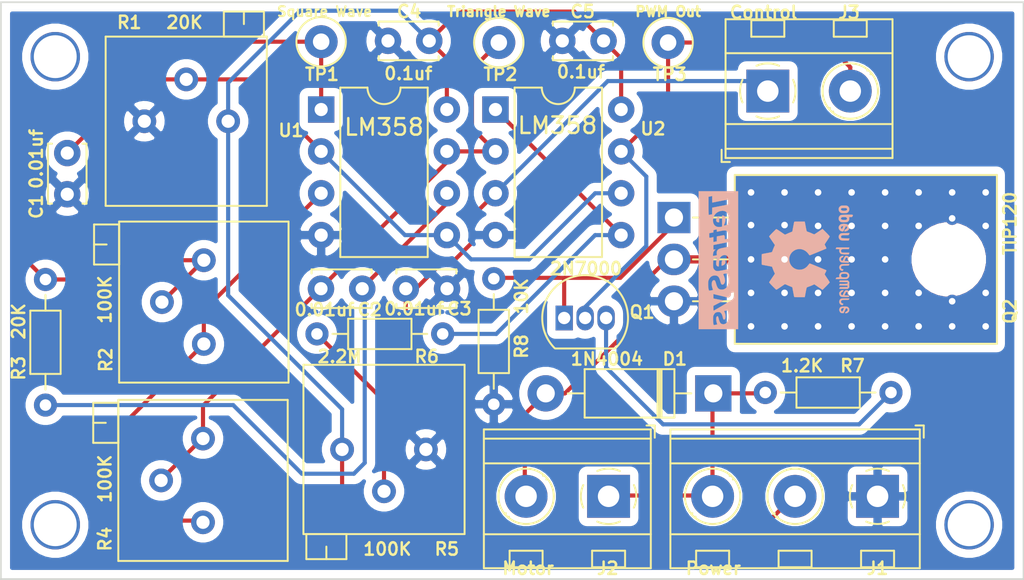
<source format=kicad_pcb>
(kicad_pcb (version 20171130) (host pcbnew 5.1.8-db9833491~88~ubuntu18.04.1)

  (general
    (thickness 1.6)
    (drawings 4)
    (tracks 150)
    (zones 0)
    (modules 26)
    (nets 15)
  )

  (page A4)
  (layers
    (0 F.Cu signal)
    (31 B.Cu signal)
    (32 B.Adhes user)
    (33 F.Adhes user)
    (34 B.Paste user)
    (35 F.Paste user)
    (36 B.SilkS user)
    (37 F.SilkS user)
    (38 B.Mask user)
    (39 F.Mask user)
    (40 Dwgs.User user)
    (41 Cmts.User user)
    (42 Eco1.User user)
    (43 Eco2.User user)
    (44 Edge.Cuts user)
    (45 Margin user)
    (46 B.CrtYd user)
    (47 F.CrtYd user)
    (48 B.Fab user)
    (49 F.Fab user)
  )

  (setup
    (last_trace_width 0.25)
    (trace_clearance 0.2)
    (zone_clearance 0.508)
    (zone_45_only no)
    (trace_min 0.2)
    (via_size 0.8)
    (via_drill 0.4)
    (via_min_size 0.4)
    (via_min_drill 0.3)
    (uvia_size 0.3)
    (uvia_drill 0.1)
    (uvias_allowed no)
    (uvia_min_size 0.2)
    (uvia_min_drill 0.1)
    (edge_width 0.1)
    (segment_width 0.2)
    (pcb_text_width 0.3)
    (pcb_text_size 1.5 1.5)
    (mod_edge_width 0.15)
    (mod_text_size 1 1)
    (mod_text_width 0.15)
    (pad_size 1.524 1.524)
    (pad_drill 0.762)
    (pad_to_mask_clearance 0)
    (aux_axis_origin 0 0)
    (visible_elements FFFFFF7F)
    (pcbplotparams
      (layerselection 0x010f0_ffffffff)
      (usegerberextensions false)
      (usegerberattributes true)
      (usegerberadvancedattributes true)
      (creategerberjobfile true)
      (excludeedgelayer true)
      (linewidth 0.100000)
      (plotframeref false)
      (viasonmask false)
      (mode 1)
      (useauxorigin false)
      (hpglpennumber 1)
      (hpglpenspeed 20)
      (hpglpendiameter 15.000000)
      (psnegative false)
      (psa4output false)
      (plotreference true)
      (plotvalue true)
      (plotinvisibletext false)
      (padsonsilk false)
      (subtractmaskfromsilk false)
      (outputformat 1)
      (mirror false)
      (drillshape 0)
      (scaleselection 1)
      (outputdirectory "/home/cnobile/KiCAD/PWMMotorController/gerber/"))
  )

  (net 0 "")
  (net 1 "Net-(C1-Pad1)")
  (net 2 GND)
  (net 3 "Net-(C2-Pad2)")
  (net 4 "Net-(C2-Pad1)")
  (net 5 VCtl)
  (net 6 +BatV)
  (net 7 "Net-(D1-Pad2)")
  (net 8 "Net-(Q1-Pad3)")
  (net 9 "Net-(Q1-Pad1)")
  (net 10 "Net-(R2-Pad3)")
  (net 11 "Net-(R2-Pad1)")
  (net 12 "Net-(R6-Pad1)")
  (net 13 "Net-(J3-Pad2)")
  (net 14 +CrtV)

  (net_class Default "This is the default net class."
    (clearance 0.2)
    (trace_width 0.25)
    (via_dia 0.8)
    (via_drill 0.4)
    (uvia_dia 0.3)
    (uvia_drill 0.1)
    (add_net +BatV)
    (add_net +CrtV)
    (add_net GND)
    (add_net "Net-(C1-Pad1)")
    (add_net "Net-(C2-Pad1)")
    (add_net "Net-(C2-Pad2)")
    (add_net "Net-(D1-Pad2)")
    (add_net "Net-(J3-Pad2)")
    (add_net "Net-(Q1-Pad1)")
    (add_net "Net-(Q1-Pad3)")
    (add_net "Net-(R2-Pad1)")
    (add_net "Net-(R2-Pad3)")
    (add_net "Net-(R6-Pad1)")
    (add_net VCtl)
  )

  (module TetraSysLogo:tetrasys-logo-8.4mm (layer B.Cu) (tedit 0) (tstamp 5FE03A00)
    (at 155.4988 101.6508 270)
    (fp_text reference G*** (at 0 0 270) (layer B.SilkS) hide
      (effects (font (size 1.524 1.524) (thickness 0.3)) (justify mirror))
    )
    (fp_text value LOGO (at 0.75 0 270) (layer B.SilkS) hide
      (effects (font (size 1.524 1.524) (thickness 0.3)) (justify mirror))
    )
    (fp_poly (pts (xy 4.183529 -1.195294) (xy -4.183529 -1.195294) (xy -4.183529 -0.956235) (xy 1.940999 -0.956235)
      (xy 2.066014 -0.956235) (xy 2.148955 -0.952538) (xy 2.222197 -0.942409) (xy 2.260879 -0.932435)
      (xy 2.33788 -0.890564) (xy 2.389469 -0.841902) (xy 2.405532 -0.819579) (xy 2.434035 -0.775676)
      (xy 2.473053 -0.713432) (xy 2.520662 -0.636086) (xy 2.569359 -0.556044) (xy 3.040356 -0.556044)
      (xy 3.042239 -0.566984) (xy 3.059168 -0.573082) (xy 3.098092 -0.583162) (xy 3.151697 -0.595377)
      (xy 3.171919 -0.599679) (xy 3.305731 -0.619922) (xy 3.436463 -0.625261) (xy 3.555114 -0.615593)
      (xy 3.60889 -0.604642) (xy 3.707327 -0.567463) (xy 3.786768 -0.512956) (xy 3.844444 -0.444154)
      (xy 3.877586 -0.364089) (xy 3.884706 -0.302466) (xy 3.876401 -0.228433) (xy 3.849802 -0.167781)
      (xy 3.802386 -0.118282) (xy 3.731627 -0.077708) (xy 3.635003 -0.043831) (xy 3.57395 -0.02818)
      (xy 3.491961 -0.007405) (xy 3.436615 0.011127) (xy 3.40493 0.029105) (xy 3.393926 0.04822)
      (xy 3.400584 0.070096) (xy 3.430488 0.103579) (xy 3.474057 0.123254) (xy 3.536592 0.130682)
      (xy 3.600823 0.129049) (xy 3.672967 0.121055) (xy 3.748942 0.107289) (xy 3.804614 0.092957)
      (xy 3.896346 0.063926) (xy 3.918114 0.173321) (xy 3.939882 0.282717) (xy 3.856264 0.301731)
      (xy 3.807536 0.30931) (xy 3.738516 0.315501) (xy 3.658783 0.319619) (xy 3.585882 0.32099)
      (xy 3.506372 0.320654) (xy 3.449287 0.318633) (xy 3.407176 0.313774) (xy 3.372586 0.304922)
      (xy 3.338065 0.290926) (xy 3.312444 0.278676) (xy 3.234252 0.230522) (xy 3.182464 0.173456)
      (xy 3.153845 0.102346) (xy 3.145157 0.013505) (xy 3.147601 -0.049428) (xy 3.156428 -0.09266)
      (xy 3.173789 -0.126071) (xy 3.176323 -0.129586) (xy 3.233534 -0.183358) (xy 3.317443 -0.226881)
      (xy 3.426386 -0.259309) (xy 3.434778 -0.261114) (xy 3.508491 -0.278163) (xy 3.557236 -0.294105)
      (xy 3.585703 -0.311519) (xy 3.598577 -0.332981) (xy 3.600823 -0.352405) (xy 3.587318 -0.38592)
      (xy 3.550085 -0.410583) (xy 3.494045 -0.426028) (xy 3.424122 -0.431892) (xy 3.345238 -0.427812)
      (xy 3.262316 -0.413423) (xy 3.180278 -0.388363) (xy 3.169834 -0.384261) (xy 3.077608 -0.347009)
      (xy 3.070948 -0.378946) (xy 3.053878 -0.463981) (xy 3.043794 -0.522272) (xy 3.040356 -0.556044)
      (xy 2.569359 -0.556044) (xy 2.574936 -0.546878) (xy 2.63395 -0.449047) (xy 2.695779 -0.345832)
      (xy 2.758498 -0.240472) (xy 2.820181 -0.136208) (xy 2.878904 -0.036278) (xy 2.932741 0.056078)
      (xy 2.979767 0.137622) (xy 3.018057 0.205113) (xy 3.045686 0.255312) (xy 3.060729 0.28498)
      (xy 3.062941 0.291321) (xy 3.049058 0.294479) (xy 3.011638 0.296981) (xy 2.957025 0.298507)
      (xy 2.914404 0.298824) (xy 2.765866 0.298824) (xy 2.604738 -0.011206) (xy 2.44361 -0.321235)
      (xy 2.383481 -0.011217) (xy 2.323353 0.298802) (xy 2.186815 0.298813) (xy 2.050278 0.298824)
      (xy 2.071188 0.212912) (xy 2.080556 0.174288) (xy 2.095673 0.111797) (xy 2.115287 0.030621)
      (xy 2.138147 -0.064057) (xy 2.163001 -0.167053) (xy 2.180367 -0.239058) (xy 2.268637 -0.605117)
      (xy 2.236391 -0.662611) (xy 2.194347 -0.71738) (xy 2.139741 -0.749382) (xy 2.066853 -0.761648)
      (xy 2.04887 -0.762) (xy 2.013402 -0.761984) (xy 1.990474 -0.765588) (xy 1.976173 -0.778288)
      (xy 1.966588 -0.805559) (xy 1.957808 -0.85288) (xy 1.950153 -0.900206) (xy 1.940999 -0.956235)
      (xy -4.183529 -0.956235) (xy -4.183529 0.37353) (xy -3.89529 0.37353) (xy -3.694756 0.37353)
      (xy -3.613939 0.373237) (xy -3.55856 0.371956) (xy -3.524176 0.369085) (xy -3.506343 0.364023)
      (xy -3.50062 0.356167) (xy -3.5018 0.347383) (xy -3.506419 0.326524) (xy -3.515817 0.280178)
      (xy -3.529236 0.21222) (xy -3.545918 0.126529) (xy -3.565105 0.02698) (xy -3.58604 -0.08255)
      (xy -3.59307 -0.119529) (xy -3.614331 -0.231014) (xy -3.634026 -0.333375) (xy -3.651413 -0.422817)
      (xy -3.665747 -0.495548) (xy -3.676284 -0.547775) (xy -3.682282 -0.575703) (xy -3.683148 -0.57897)
      (xy -3.678641 -0.58777) (xy -3.655501 -0.593508) (xy -3.610056 -0.596646) (xy -3.538631 -0.597645)
      (xy -3.534329 -0.597647) (xy -3.379126 -0.597647) (xy -3.363974 -0.526676) (xy -3.357191 -0.493422)
      (xy -3.345699 -0.435407) (xy -3.330393 -0.357226) (xy -3.312168 -0.263468) (xy -3.310723 -0.255989)
      (xy -3.001961 -0.255989) (xy -2.988878 -0.361297) (xy -2.98181 -0.385324) (xy -2.938201 -0.470883)
      (xy -2.870591 -0.539959) (xy -2.780845 -0.591033) (xy -2.696882 -0.617352) (xy -2.648934 -0.623259)
      (xy -2.581948 -0.625407) (xy -2.506512 -0.623944) (xy -2.433212 -0.61902) (xy -2.384689 -0.612932)
      (xy -2.318966 -0.600327) (xy -2.250248 -0.584382) (xy -2.219248 -0.576018) (xy -2.141883 -0.553528)
      (xy -2.124295 -0.45807) (xy -2.113037 -0.395207) (xy -2.10836 -0.357256) (xy -2.111445 -0.339736)
      (xy -2.123473 -0.338169) (xy -2.145628 -0.348075) (xy -2.1524 -0.351568) (xy -2.189431 -0.366888)
      (xy -2.24432 -0.385183) (xy -2.305801 -0.402728) (xy -2.311673 -0.404245) (xy -2.431346 -0.4276)
      (xy -2.530427 -0.431407) (xy -2.608333 -0.415852) (xy -2.664486 -0.381123) (xy -2.698305 -0.327405)
      (xy -2.70855 -0.276411) (xy -2.711824 -0.231588) (xy -2.373822 -0.227577) (xy -2.035821 -0.223566)
      (xy -2.026604 -0.167812) (xy -2.017908 -0.079645) (xy -2.01955 0.007751) (xy -2.030896 0.084172)
      (xy -2.032683 0.089647) (xy -1.871382 0.089647) (xy -1.731822 0.089647) (xy -1.741708 0.033618)
      (xy -1.749118 -0.006293) (xy -1.760508 -0.065268) (xy -1.773895 -0.133093) (xy -1.779738 -0.162262)
      (xy -1.800004 -0.280625) (xy -1.807271 -0.374833) (xy -1.800633 -0.448054) (xy -1.779184 -0.503459)
      (xy -1.742017 -0.544217) (xy -1.688227 -0.5735) (xy -1.659343 -0.583479) (xy -1.628661 -0.588455)
      (xy -1.576368 -0.592633) (xy -1.510735 -0.595471) (xy -1.46241 -0.596362) (xy -1.303702 -0.597647)
      (xy -1.100576 -0.597647) (xy -0.811959 -0.597647) (xy -0.765126 -0.355743) (xy -0.313271 -0.355743)
      (xy -0.3099 -0.434233) (xy -0.283822 -0.503561) (xy -0.280027 -0.509525) (xy -0.224838 -0.566867)
      (xy -0.151096 -0.605882) (xy -0.065145 -0.624763) (xy 0.026669 -0.621706) (xy 0.075335 -0.610634)
      (xy 0.118929 -0.591906) (xy 0.171307 -0.561627) (xy 0.205427 -0.537957) (xy 0.279128 -0.482175)
      (xy 0.258012 -0.597647) (xy 0.546868 -0.597647) (xy 0.56171 -0.520784) (xy 0.798269 -0.520784)
      (xy 0.802073 -0.538018) (xy 0.826184 -0.550627) (xy 0.871136 -0.566893) (xy 0.928542 -0.584248)
      (xy 0.990016 -0.600125) (xy 1.038412 -0.610393) (xy 1.127806 -0.621489) (xy 1.227645 -0.625293)
      (xy 1.324858 -0.621794) (xy 1.406377 -0.610977) (xy 1.40747 -0.610747) (xy 1.526442 -0.573668)
      (xy 1.625029 -0.518163) (xy 1.701509 -0.446065) (xy 1.754159 -0.359208) (xy 1.781259 -0.259424)
      (xy 1.784675 -0.209223) (xy 1.77785 -0.124508) (xy 1.754184 -0.05403) (xy 1.711167 0.004598)
      (xy 1.646289 0.053765) (xy 1.557038 0.095857) (xy 1.440904 0.133265) (xy 1.418199 0.139358)
      (xy 1.333636 0.163388) (xy 1.274591 0.185446) (xy 1.237039 0.208059) (xy 1.216957 0.233753)
      (xy 1.21032 0.265056) (xy 1.210235 0.269929) (xy 1.223666 0.318606) (xy 1.261351 0.356643)
      (xy 1.31938 0.383388) (xy 1.393843 0.398184) (xy 1.480828 0.400378) (xy 1.576426 0.389314)
      (xy 1.676725 0.364339) (xy 1.708924 0.353394) (xy 1.757496 0.336321) (xy 1.792796 0.324976)
      (xy 1.807772 0.321612) (xy 1.807882 0.321776) (xy 1.810487 0.337404) (xy 1.817402 0.375051)
      (xy 1.827274 0.427392) (xy 1.830138 0.4424) (xy 1.840867 0.505462) (xy 1.843853 0.54472)
      (xy 1.839284 0.56518) (xy 1.834903 0.569533) (xy 1.796931 0.58403) (xy 1.735764 0.597098)
      (xy 1.658083 0.607874) (xy 1.570571 0.615498) (xy 1.47991 0.619108) (xy 1.449294 0.619266)
      (xy 1.365976 0.617771) (xy 1.30405 0.613437) (xy 1.255076 0.605148) (xy 1.210615 0.591787)
      (xy 1.194108 0.585529) (xy 1.089724 0.531284) (xy 1.010084 0.461257) (xy 0.955853 0.376348)
      (xy 0.927697 0.277457) (xy 0.923575 0.219761) (xy 0.930148 0.134681) (xy 0.952798 0.065088)
      (xy 0.994297 0.008201) (xy 1.057417 -0.038764) (xy 1.144929 -0.07859) (xy 1.254871 -0.112797)
      (xy 1.340932 -0.136941) (xy 1.401929 -0.157632) (xy 1.442045 -0.17754) (xy 1.465464 -0.199332)
      (xy 1.476371 -0.225677) (xy 1.478948 -0.255697) (xy 1.465237 -0.303986) (xy 1.426851 -0.345818)
      (xy 1.368794 -0.378198) (xy 1.296071 -0.398129) (xy 1.232647 -0.403107) (xy 1.155499 -0.395907)
      (xy 1.065968 -0.376873) (xy 0.977386 -0.349396) (xy 0.912062 -0.321564) (xy 0.876208 -0.303435)
      (xy 0.85255 -0.295459) (xy 0.837316 -0.301572) (xy 0.826732 -0.325707) (xy 0.817025 -0.371797)
      (xy 0.806583 -0.431531) (xy 0.799728 -0.482195) (xy 0.798269 -0.520784) (xy 0.56171 -0.520784)
      (xy 0.602407 -0.310029) (xy 0.619887 -0.215544) (xy 0.635055 -0.125981) (xy 0.646984 -0.047428)
      (xy 0.654752 0.014027) (xy 0.657433 0.052294) (xy 0.644113 0.140115) (xy 0.605423 0.212148)
      (xy 0.541292 0.26851) (xy 0.515869 0.283005) (xy 0.482828 0.298858) (xy 0.451936 0.3096)
      (xy 0.416315 0.316201) (xy 0.369085 0.319632) (xy 0.303369 0.320862) (xy 0.246928 0.320941)
      (xy 0.164552 0.319325) (xy 0.084556 0.315146) (xy 0.01614 0.309038) (xy -0.031135 0.301721)
      (xy -0.114565 0.282795) (xy -0.131988 0.188234) (xy -0.143023 0.126705) (xy -0.146557 0.090219)
      (xy -0.139984 0.074343) (xy -0.120702 0.074641) (xy -0.086104 0.086679) (xy -0.074857 0.090965)
      (xy -0.005073 0.111005) (xy 0.078036 0.125329) (xy 0.162373 0.132595) (xy 0.235844 0.131462)
      (xy 0.260583 0.128153) (xy 0.320322 0.105999) (xy 0.359296 0.067964) (xy 0.373524 0.017966)
      (xy 0.373529 0.016959) (xy 0.373529 -0.025848) (xy 0.1905 -0.033747) (xy 0.070407 -0.042291)
      (xy -0.025519 -0.057304) (xy -0.102564 -0.080203) (xy -0.166014 -0.112404) (xy -0.202566 -0.139073)
      (xy -0.258062 -0.200787) (xy -0.295477 -0.27547) (xy -0.313271 -0.355743) (xy -0.765126 -0.355743)
      (xy -0.763837 -0.349088) (xy -0.738813 -0.227791) (xy -0.71488 -0.132462) (xy -0.690021 -0.059351)
      (xy -0.662223 -0.004706) (xy -0.629469 0.035225) (xy -0.589746 0.064192) (xy -0.541037 0.085949)
      (xy -0.527707 0.09054) (xy -0.470415 0.100294) (xy -0.402715 0.099326) (xy -0.341641 0.088241)
      (xy -0.328165 0.083455) (xy -0.315254 0.084081) (xy -0.30403 0.101033) (xy -0.292421 0.138991)
      (xy -0.280962 0.190013) (xy -0.270517 0.246188) (xy -0.264554 0.291131) (xy -0.264068 0.316852)
      (xy -0.264871 0.319268) (xy -0.28461 0.326612) (xy -0.324664 0.327642) (xy -0.376372 0.323339)
      (xy -0.431071 0.314683) (xy -0.480101 0.302656) (xy -0.508675 0.291647) (xy -0.55354 0.263945)
      (xy -0.600318 0.227784) (xy -0.610427 0.21871) (xy -0.660559 0.171824) (xy -0.650202 0.235324)
      (xy -0.639844 0.298824) (xy -0.924234 0.298824) (xy -0.940084 0.220383) (xy -0.947372 0.183843)
      (xy -0.959384 0.12307) (xy -0.975118 0.043157) (xy -0.993572 -0.050799) (xy -1.013744 -0.153705)
      (xy -1.028255 -0.227853) (xy -1.100576 -0.597647) (xy -1.303702 -0.597647) (xy -1.294719 -0.541617)
      (xy -1.285681 -0.48871) (xy -1.276265 -0.438351) (xy -1.276 -0.437029) (xy -1.266265 -0.38847)
      (xy -1.371653 -0.38847) (xy -1.4455 -0.384132) (xy -1.493123 -0.370107) (xy -1.517042 -0.344882)
      (xy -1.519778 -0.306942) (xy -1.518546 -0.3002) (xy -1.512632 -0.270432) (xy -1.502631 -0.218796)
      (xy -1.489988 -0.152792) (xy -1.477373 -0.086406) (xy -1.444236 0.088658) (xy -1.144278 0.097118)
      (xy -1.134247 0.149412) (xy -1.124305 0.201886) (xy -1.115305 0.250265) (xy -1.106394 0.298824)
      (xy -1.400767 0.298824) (xy -1.380732 0.392206) (xy -1.365781 0.462676) (xy -1.359659 0.508822)
      (xy -1.366176 0.535776) (xy -1.389141 0.548672) (xy -1.432363 0.552644) (xy -1.499652 0.552824)
      (xy -1.640204 0.552824) (xy -1.650507 0.496794) (xy -1.660284 0.445983) (xy -1.672186 0.387159)
      (xy -1.675819 0.369794) (xy -1.690829 0.298824) (xy -1.762387 0.298824) (xy -1.805584 0.297723)
      (xy -1.82778 0.290302) (xy -1.83786 0.270382) (xy -1.842928 0.242794) (xy -1.851967 0.189887)
      (xy -1.861383 0.139529) (xy -1.861647 0.138206) (xy -1.871382 0.089647) (xy -2.032683 0.089647)
      (xy -2.044924 0.127129) (xy -2.095001 0.203612) (xy -2.16472 0.262085) (xy -2.249737 0.302358)
      (xy -2.34571 0.324244) (xy -2.448295 0.327556) (xy -2.55315 0.312106) (xy -2.655932 0.277707)
      (xy -2.752297 0.224172) (xy -2.828467 0.160957) (xy -2.902176 0.069968) (xy -2.956841 -0.034055)
      (xy -2.990692 -0.144808) (xy -3.001961 -0.255989) (xy -3.310723 -0.255989) (xy -3.29192 -0.158728)
      (xy -3.270545 -0.047597) (xy -3.269382 -0.041536) (xy -3.189941 0.372633) (xy -2.988828 0.376817)
      (xy -2.787715 0.381) (xy -2.769098 0.470647) (xy -2.75907 0.521344) (xy -2.752054 0.561377)
      (xy -2.749829 0.578971) (xy -2.755786 0.584023) (xy -2.775592 0.58814) (xy -2.811569 0.591403)
      (xy -2.866036 0.593889) (xy -2.941315 0.595678) (xy -3.039726 0.596847) (xy -3.163591 0.597477)
      (xy -3.299936 0.597647) (xy -3.850695 0.597647) (xy -3.872993 0.485589) (xy -3.89529 0.37353)
      (xy -4.183529 0.37353) (xy -4.183529 1.195294) (xy 4.183529 1.195294) (xy 4.183529 -1.195294)) (layer B.SilkS) (width 0.01))
    (fp_poly (pts (xy -2.388034 0.124909) (xy -2.342715 0.101795) (xy -2.31197 0.062214) (xy -2.300941 0.007471)
      (xy -2.300941 -0.044823) (xy -2.675238 -0.044823) (xy -2.652979 -0.001779) (xy -2.612042 0.055409)
      (xy -2.559929 0.096807) (xy -2.501791 0.12228) (xy -2.442775 0.131693) (xy -2.388034 0.124909)) (layer B.SilkS) (width 0.01))
    (fp_poly (pts (xy 0.323397 -0.239457) (xy 0.297624 -0.31122) (xy 0.254443 -0.371271) (xy 0.202948 -0.409291)
      (xy 0.137705 -0.42985) (xy 0.075962 -0.430825) (xy 0.026185 -0.412518) (xy 0.01409 -0.40256)
      (xy -0.010497 -0.35899) (xy -0.011836 -0.308033) (xy 0.00888 -0.259499) (xy 0.034702 -0.233072)
      (xy 0.06416 -0.216179) (xy 0.102686 -0.205362) (xy 0.158194 -0.198915) (xy 0.204983 -0.196347)
      (xy 0.33309 -0.190988) (xy 0.323397 -0.239457)) (layer B.SilkS) (width 0.01))
  )

  (module Symbol:OSHW-Logo2_7.3x6mm_SilkScreen (layer B.Cu) (tedit 0) (tstamp 5FE01E9E)
    (at 160.8836 101.6 270)
    (descr "Open Source Hardware Symbol")
    (tags "Logo Symbol OSHW")
    (attr virtual)
    (fp_text reference REF** (at 0 0 270) (layer F.SilkS) hide
      (effects (font (size 1 1) (thickness 0.15)))
    )
    (fp_text value OSHW-Logo2_7.3x6mm_SilkScreen (at 0.75 0 270) (layer F.SilkS) hide
      (effects (font (size 1 1) (thickness 0.15)))
    )
    (fp_poly (pts (xy 0.10391 2.757652) (xy 0.182454 2.757222) (xy 0.239298 2.756058) (xy 0.278105 2.753793)
      (xy 0.302538 2.75006) (xy 0.316262 2.744494) (xy 0.32294 2.736727) (xy 0.326236 2.726395)
      (xy 0.326556 2.725057) (xy 0.331562 2.700921) (xy 0.340829 2.653299) (xy 0.353392 2.587259)
      (xy 0.368287 2.507872) (xy 0.384551 2.420204) (xy 0.385119 2.417125) (xy 0.40141 2.331211)
      (xy 0.416652 2.255304) (xy 0.429861 2.193955) (xy 0.440054 2.151718) (xy 0.446248 2.133145)
      (xy 0.446543 2.132816) (xy 0.464788 2.123747) (xy 0.502405 2.108633) (xy 0.551271 2.090738)
      (xy 0.551543 2.090642) (xy 0.613093 2.067507) (xy 0.685657 2.038035) (xy 0.754057 2.008403)
      (xy 0.757294 2.006938) (xy 0.868702 1.956374) (xy 1.115399 2.12484) (xy 1.191077 2.176197)
      (xy 1.259631 2.222111) (xy 1.317088 2.25997) (xy 1.359476 2.287163) (xy 1.382825 2.301079)
      (xy 1.385042 2.302111) (xy 1.40201 2.297516) (xy 1.433701 2.275345) (xy 1.481352 2.234553)
      (xy 1.546198 2.174095) (xy 1.612397 2.109773) (xy 1.676214 2.046388) (xy 1.733329 1.988549)
      (xy 1.780305 1.939825) (xy 1.813703 1.90379) (xy 1.830085 1.884016) (xy 1.830694 1.882998)
      (xy 1.832505 1.869428) (xy 1.825683 1.847267) (xy 1.80854 1.813522) (xy 1.779393 1.7652)
      (xy 1.736555 1.699308) (xy 1.679448 1.614483) (xy 1.628766 1.539823) (xy 1.583461 1.47286)
      (xy 1.54615 1.417484) (xy 1.519452 1.37758) (xy 1.505985 1.357038) (xy 1.505137 1.355644)
      (xy 1.506781 1.335962) (xy 1.519245 1.297707) (xy 1.540048 1.248111) (xy 1.547462 1.232272)
      (xy 1.579814 1.16171) (xy 1.614328 1.081647) (xy 1.642365 1.012371) (xy 1.662568 0.960955)
      (xy 1.678615 0.921881) (xy 1.687888 0.901459) (xy 1.689041 0.899886) (xy 1.706096 0.897279)
      (xy 1.746298 0.890137) (xy 1.804302 0.879477) (xy 1.874763 0.866315) (xy 1.952335 0.851667)
      (xy 2.031672 0.836551) (xy 2.107431 0.821982) (xy 2.174264 0.808978) (xy 2.226828 0.798555)
      (xy 2.259776 0.79173) (xy 2.267857 0.789801) (xy 2.276205 0.785038) (xy 2.282506 0.774282)
      (xy 2.287045 0.753902) (xy 2.290104 0.720266) (xy 2.291967 0.669745) (xy 2.292918 0.598708)
      (xy 2.29324 0.503524) (xy 2.293257 0.464508) (xy 2.293257 0.147201) (xy 2.217057 0.132161)
      (xy 2.174663 0.124005) (xy 2.1114 0.112101) (xy 2.034962 0.097884) (xy 1.953043 0.08279)
      (xy 1.9304 0.078645) (xy 1.854806 0.063947) (xy 1.788953 0.049495) (xy 1.738366 0.036625)
      (xy 1.708574 0.026678) (xy 1.703612 0.023713) (xy 1.691426 0.002717) (xy 1.673953 -0.037967)
      (xy 1.654577 -0.090322) (xy 1.650734 -0.1016) (xy 1.625339 -0.171523) (xy 1.593817 -0.250418)
      (xy 1.562969 -0.321266) (xy 1.562817 -0.321595) (xy 1.511447 -0.432733) (xy 1.680399 -0.681253)
      (xy 1.849352 -0.929772) (xy 1.632429 -1.147058) (xy 1.566819 -1.211726) (xy 1.506979 -1.268733)
      (xy 1.456267 -1.315033) (xy 1.418046 -1.347584) (xy 1.395675 -1.363343) (xy 1.392466 -1.364343)
      (xy 1.373626 -1.356469) (xy 1.33518 -1.334578) (xy 1.28133 -1.301267) (xy 1.216276 -1.259131)
      (xy 1.14594 -1.211943) (xy 1.074555 -1.16381) (xy 1.010908 -1.121928) (xy 0.959041 -1.088871)
      (xy 0.922995 -1.067218) (xy 0.906867 -1.059543) (xy 0.887189 -1.066037) (xy 0.849875 -1.08315)
      (xy 0.802621 -1.107326) (xy 0.797612 -1.110013) (xy 0.733977 -1.141927) (xy 0.690341 -1.157579)
      (xy 0.663202 -1.157745) (xy 0.649057 -1.143204) (xy 0.648975 -1.143) (xy 0.641905 -1.125779)
      (xy 0.625042 -1.084899) (xy 0.599695 -1.023525) (xy 0.567171 -0.944819) (xy 0.528778 -0.851947)
      (xy 0.485822 -0.748072) (xy 0.444222 -0.647502) (xy 0.398504 -0.536516) (xy 0.356526 -0.433703)
      (xy 0.319548 -0.342215) (xy 0.288827 -0.265201) (xy 0.265622 -0.205815) (xy 0.25119 -0.167209)
      (xy 0.246743 -0.1528) (xy 0.257896 -0.136272) (xy 0.287069 -0.10993) (xy 0.325971 -0.080887)
      (xy 0.436757 0.010961) (xy 0.523351 0.116241) (xy 0.584716 0.232734) (xy 0.619815 0.358224)
      (xy 0.627608 0.490493) (xy 0.621943 0.551543) (xy 0.591078 0.678205) (xy 0.53792 0.790059)
      (xy 0.465767 0.885999) (xy 0.377917 0.964924) (xy 0.277665 1.02573) (xy 0.16831 1.067313)
      (xy 0.053147 1.088572) (xy -0.064525 1.088401) (xy -0.18141 1.065699) (xy -0.294211 1.019362)
      (xy -0.399631 0.948287) (xy -0.443632 0.908089) (xy -0.528021 0.804871) (xy -0.586778 0.692075)
      (xy -0.620296 0.57299) (xy -0.628965 0.450905) (xy -0.613177 0.329107) (xy -0.573322 0.210884)
      (xy -0.509793 0.099525) (xy -0.422979 -0.001684) (xy -0.325971 -0.080887) (xy -0.285563 -0.111162)
      (xy -0.257018 -0.137219) (xy -0.246743 -0.152825) (xy -0.252123 -0.169843) (xy -0.267425 -0.2105)
      (xy -0.291388 -0.271642) (xy -0.322756 -0.350119) (xy -0.360268 -0.44278) (xy -0.402667 -0.546472)
      (xy -0.444337 -0.647526) (xy -0.49031 -0.758607) (xy -0.532893 -0.861541) (xy -0.570779 -0.953165)
      (xy -0.60266 -1.030316) (xy -0.627229 -1.089831) (xy -0.64318 -1.128544) (xy -0.64909 -1.143)
      (xy -0.663052 -1.157685) (xy -0.69006 -1.157642) (xy -0.733587 -1.142099) (xy -0.79711 -1.110284)
      (xy -0.797612 -1.110013) (xy -0.84544 -1.085323) (xy -0.884103 -1.067338) (xy -0.905905 -1.059614)
      (xy -0.906867 -1.059543) (xy -0.923279 -1.067378) (xy -0.959513 -1.089165) (xy -1.011526 -1.122328)
      (xy -1.075275 -1.164291) (xy -1.14594 -1.211943) (xy -1.217884 -1.260191) (xy -1.282726 -1.302151)
      (xy -1.336265 -1.335227) (xy -1.374303 -1.356821) (xy -1.392467 -1.364343) (xy -1.409192 -1.354457)
      (xy -1.44282 -1.326826) (xy -1.48999 -1.284495) (xy -1.547342 -1.230505) (xy -1.611516 -1.167899)
      (xy -1.632503 -1.146983) (xy -1.849501 -0.929623) (xy -1.684332 -0.68722) (xy -1.634136 -0.612781)
      (xy -1.590081 -0.545972) (xy -1.554638 -0.490665) (xy -1.530281 -0.450729) (xy -1.519478 -0.430036)
      (xy -1.519162 -0.428563) (xy -1.524857 -0.409058) (xy -1.540174 -0.369822) (xy -1.562463 -0.31743)
      (xy -1.578107 -0.282355) (xy -1.607359 -0.215201) (xy -1.634906 -0.147358) (xy -1.656263 -0.090034)
      (xy -1.662065 -0.072572) (xy -1.678548 -0.025938) (xy -1.69466 0.010095) (xy -1.70351 0.023713)
      (xy -1.72304 0.032048) (xy -1.765666 0.043863) (xy -1.825855 0.057819) (xy -1.898078 0.072578)
      (xy -1.9304 0.078645) (xy -2.012478 0.093727) (xy -2.091205 0.108331) (xy -2.158891 0.12102)
      (xy -2.20784 0.130358) (xy -2.217057 0.132161) (xy -2.293257 0.147201) (xy -2.293257 0.464508)
      (xy -2.293086 0.568846) (xy -2.292384 0.647787) (xy -2.290866 0.704962) (xy -2.288251 0.744001)
      (xy -2.284254 0.768535) (xy -2.278591 0.782195) (xy -2.27098 0.788611) (xy -2.267857 0.789801)
      (xy -2.249022 0.79402) (xy -2.207412 0.802438) (xy -2.14837 0.814039) (xy -2.077243 0.827805)
      (xy -1.999375 0.84272) (xy -1.920113 0.857768) (xy -1.844802 0.871931) (xy -1.778787 0.884194)
      (xy -1.727413 0.893539) (xy -1.696025 0.89895) (xy -1.689041 0.899886) (xy -1.682715 0.912404)
      (xy -1.66871 0.945754) (xy -1.649645 0.993623) (xy -1.642366 1.012371) (xy -1.613004 1.084805)
      (xy -1.578429 1.16483) (xy -1.547463 1.232272) (xy -1.524677 1.283841) (xy -1.509518 1.326215)
      (xy -1.504458 1.352166) (xy -1.505264 1.355644) (xy -1.515959 1.372064) (xy -1.54038 1.408583)
      (xy -1.575905 1.461313) (xy -1.619913 1.526365) (xy -1.669783 1.599849) (xy -1.679644 1.614355)
      (xy -1.737508 1.700296) (xy -1.780044 1.765739) (xy -1.808946 1.813696) (xy -1.82591 1.84718)
      (xy -1.832633 1.869205) (xy -1.83081 1.882783) (xy -1.830764 1.882869) (xy -1.816414 1.900703)
      (xy -1.784677 1.935183) (xy -1.73899 1.982732) (xy -1.682796 2.039778) (xy -1.619532 2.102745)
      (xy -1.612398 2.109773) (xy -1.53267 2.18698) (xy -1.471143 2.24367) (xy -1.426579 2.28089)
      (xy -1.397743 2.299685) (xy -1.385042 2.302111) (xy -1.366506 2.291529) (xy -1.328039 2.267084)
      (xy -1.273614 2.231388) (xy -1.207202 2.187053) (xy -1.132775 2.136689) (xy -1.115399 2.12484)
      (xy -0.868703 1.956374) (xy -0.757294 2.006938) (xy -0.689543 2.036405) (xy -0.616817 2.066041)
      (xy -0.554297 2.08967) (xy -0.551543 2.090642) (xy -0.50264 2.108543) (xy -0.464943 2.12368)
      (xy -0.446575 2.13279) (xy -0.446544 2.132816) (xy -0.440715 2.149283) (xy -0.430808 2.189781)
      (xy -0.417805 2.249758) (xy -0.402691 2.32466) (xy -0.386448 2.409936) (xy -0.385119 2.417125)
      (xy -0.368825 2.504986) (xy -0.353867 2.58474) (xy -0.341209 2.651319) (xy -0.331814 2.699653)
      (xy -0.326646 2.724675) (xy -0.326556 2.725057) (xy -0.323411 2.735701) (xy -0.317296 2.743738)
      (xy -0.304547 2.749533) (xy -0.2815 2.753453) (xy -0.244491 2.755865) (xy -0.189856 2.757135)
      (xy -0.113933 2.757629) (xy -0.013056 2.757714) (xy 0 2.757714) (xy 0.10391 2.757652)) (layer B.SilkS) (width 0.01))
    (fp_poly (pts (xy 3.153595 -1.966966) (xy 3.211021 -2.004497) (xy 3.238719 -2.038096) (xy 3.260662 -2.099064)
      (xy 3.262405 -2.147308) (xy 3.258457 -2.211816) (xy 3.109686 -2.276934) (xy 3.037349 -2.310202)
      (xy 2.990084 -2.336964) (xy 2.965507 -2.360144) (xy 2.961237 -2.382667) (xy 2.974889 -2.407455)
      (xy 2.989943 -2.423886) (xy 3.033746 -2.450235) (xy 3.081389 -2.452081) (xy 3.125145 -2.431546)
      (xy 3.157289 -2.390752) (xy 3.163038 -2.376347) (xy 3.190576 -2.331356) (xy 3.222258 -2.312182)
      (xy 3.265714 -2.295779) (xy 3.265714 -2.357966) (xy 3.261872 -2.400283) (xy 3.246823 -2.435969)
      (xy 3.21528 -2.476943) (xy 3.210592 -2.482267) (xy 3.175506 -2.51872) (xy 3.145347 -2.538283)
      (xy 3.107615 -2.547283) (xy 3.076335 -2.55023) (xy 3.020385 -2.550965) (xy 2.980555 -2.54166)
      (xy 2.955708 -2.527846) (xy 2.916656 -2.497467) (xy 2.889625 -2.464613) (xy 2.872517 -2.423294)
      (xy 2.863238 -2.367521) (xy 2.859693 -2.291305) (xy 2.85941 -2.252622) (xy 2.860372 -2.206247)
      (xy 2.948007 -2.206247) (xy 2.949023 -2.231126) (xy 2.951556 -2.2352) (xy 2.968274 -2.229665)
      (xy 3.004249 -2.215017) (xy 3.052331 -2.19419) (xy 3.062386 -2.189714) (xy 3.123152 -2.158814)
      (xy 3.156632 -2.131657) (xy 3.16399 -2.10622) (xy 3.146391 -2.080481) (xy 3.131856 -2.069109)
      (xy 3.07941 -2.046364) (xy 3.030322 -2.050122) (xy 2.989227 -2.077884) (xy 2.960758 -2.127152)
      (xy 2.951631 -2.166257) (xy 2.948007 -2.206247) (xy 2.860372 -2.206247) (xy 2.861285 -2.162249)
      (xy 2.868196 -2.095384) (xy 2.881884 -2.046695) (xy 2.904096 -2.010849) (xy 2.936574 -1.982513)
      (xy 2.950733 -1.973355) (xy 3.015053 -1.949507) (xy 3.085473 -1.948006) (xy 3.153595 -1.966966)) (layer B.SilkS) (width 0.01))
    (fp_poly (pts (xy 2.6526 -1.958752) (xy 2.669948 -1.966334) (xy 2.711356 -1.999128) (xy 2.746765 -2.046547)
      (xy 2.768664 -2.097151) (xy 2.772229 -2.122098) (xy 2.760279 -2.156927) (xy 2.734067 -2.175357)
      (xy 2.705964 -2.186516) (xy 2.693095 -2.188572) (xy 2.686829 -2.173649) (xy 2.674456 -2.141175)
      (xy 2.669028 -2.126502) (xy 2.63859 -2.075744) (xy 2.59452 -2.050427) (xy 2.53801 -2.051206)
      (xy 2.533825 -2.052203) (xy 2.503655 -2.066507) (xy 2.481476 -2.094393) (xy 2.466327 -2.139287)
      (xy 2.45725 -2.204615) (xy 2.453286 -2.293804) (xy 2.452914 -2.341261) (xy 2.45273 -2.416071)
      (xy 2.451522 -2.467069) (xy 2.448309 -2.499471) (xy 2.442109 -2.518495) (xy 2.43194 -2.529356)
      (xy 2.416819 -2.537272) (xy 2.415946 -2.53767) (xy 2.386828 -2.549981) (xy 2.372403 -2.554514)
      (xy 2.370186 -2.540809) (xy 2.368289 -2.502925) (xy 2.366847 -2.445715) (xy 2.365998 -2.374027)
      (xy 2.365829 -2.321565) (xy 2.366692 -2.220047) (xy 2.37007 -2.143032) (xy 2.377142 -2.086023)
      (xy 2.389088 -2.044526) (xy 2.40709 -2.014043) (xy 2.432327 -1.99008) (xy 2.457247 -1.973355)
      (xy 2.517171 -1.951097) (xy 2.586911 -1.946076) (xy 2.6526 -1.958752)) (layer B.SilkS) (width 0.01))
    (fp_poly (pts (xy 2.144876 -1.956335) (xy 2.186667 -1.975344) (xy 2.219469 -1.998378) (xy 2.243503 -2.024133)
      (xy 2.260097 -2.057358) (xy 2.270577 -2.1028) (xy 2.276271 -2.165207) (xy 2.278507 -2.249327)
      (xy 2.278743 -2.304721) (xy 2.278743 -2.520826) (xy 2.241774 -2.53767) (xy 2.212656 -2.549981)
      (xy 2.198231 -2.554514) (xy 2.195472 -2.541025) (xy 2.193282 -2.504653) (xy 2.191942 -2.451542)
      (xy 2.191657 -2.409372) (xy 2.190434 -2.348447) (xy 2.187136 -2.300115) (xy 2.182321 -2.270518)
      (xy 2.178496 -2.264229) (xy 2.152783 -2.270652) (xy 2.112418 -2.287125) (xy 2.065679 -2.309458)
      (xy 2.020845 -2.333457) (xy 1.986193 -2.35493) (xy 1.970002 -2.369685) (xy 1.969938 -2.369845)
      (xy 1.97133 -2.397152) (xy 1.983818 -2.423219) (xy 2.005743 -2.444392) (xy 2.037743 -2.451474)
      (xy 2.065092 -2.450649) (xy 2.103826 -2.450042) (xy 2.124158 -2.459116) (xy 2.136369 -2.483092)
      (xy 2.137909 -2.487613) (xy 2.143203 -2.521806) (xy 2.129047 -2.542568) (xy 2.092148 -2.552462)
      (xy 2.052289 -2.554292) (xy 1.980562 -2.540727) (xy 1.943432 -2.521355) (xy 1.897576 -2.475845)
      (xy 1.873256 -2.419983) (xy 1.871073 -2.360957) (xy 1.891629 -2.305953) (xy 1.922549 -2.271486)
      (xy 1.95342 -2.252189) (xy 2.001942 -2.227759) (xy 2.058485 -2.202985) (xy 2.06791 -2.199199)
      (xy 2.130019 -2.171791) (xy 2.165822 -2.147634) (xy 2.177337 -2.123619) (xy 2.16658 -2.096635)
      (xy 2.148114 -2.075543) (xy 2.104469 -2.049572) (xy 2.056446 -2.047624) (xy 2.012406 -2.067637)
      (xy 1.980709 -2.107551) (xy 1.976549 -2.117848) (xy 1.952327 -2.155724) (xy 1.916965 -2.183842)
      (xy 1.872343 -2.206917) (xy 1.872343 -2.141485) (xy 1.874969 -2.101506) (xy 1.88623 -2.069997)
      (xy 1.911199 -2.036378) (xy 1.935169 -2.010484) (xy 1.972441 -1.973817) (xy 2.001401 -1.954121)
      (xy 2.032505 -1.94622) (xy 2.067713 -1.944914) (xy 2.144876 -1.956335)) (layer B.SilkS) (width 0.01))
    (fp_poly (pts (xy 1.779833 -1.958663) (xy 1.782048 -1.99685) (xy 1.783784 -2.054886) (xy 1.784899 -2.12818)
      (xy 1.785257 -2.205055) (xy 1.785257 -2.465196) (xy 1.739326 -2.511127) (xy 1.707675 -2.539429)
      (xy 1.67989 -2.550893) (xy 1.641915 -2.550168) (xy 1.62684 -2.548321) (xy 1.579726 -2.542948)
      (xy 1.540756 -2.539869) (xy 1.531257 -2.539585) (xy 1.499233 -2.541445) (xy 1.453432 -2.546114)
      (xy 1.435674 -2.548321) (xy 1.392057 -2.551735) (xy 1.362745 -2.54432) (xy 1.33368 -2.521427)
      (xy 1.323188 -2.511127) (xy 1.277257 -2.465196) (xy 1.277257 -1.978602) (xy 1.314226 -1.961758)
      (xy 1.346059 -1.949282) (xy 1.364683 -1.944914) (xy 1.369458 -1.958718) (xy 1.373921 -1.997286)
      (xy 1.377775 -2.056356) (xy 1.380722 -2.131663) (xy 1.382143 -2.195286) (xy 1.386114 -2.445657)
      (xy 1.420759 -2.450556) (xy 1.452268 -2.447131) (xy 1.467708 -2.436041) (xy 1.472023 -2.415308)
      (xy 1.475708 -2.371145) (xy 1.478469 -2.309146) (xy 1.480012 -2.234909) (xy 1.480235 -2.196706)
      (xy 1.480457 -1.976783) (xy 1.526166 -1.960849) (xy 1.558518 -1.950015) (xy 1.576115 -1.944962)
      (xy 1.576623 -1.944914) (xy 1.578388 -1.958648) (xy 1.580329 -1.99673) (xy 1.582282 -2.054482)
      (xy 1.584084 -2.127227) (xy 1.585343 -2.195286) (xy 1.589314 -2.445657) (xy 1.6764 -2.445657)
      (xy 1.680396 -2.21724) (xy 1.684392 -1.988822) (xy 1.726847 -1.966868) (xy 1.758192 -1.951793)
      (xy 1.776744 -1.944951) (xy 1.777279 -1.944914) (xy 1.779833 -1.958663)) (layer B.SilkS) (width 0.01))
    (fp_poly (pts (xy 1.190117 -2.065358) (xy 1.189933 -2.173837) (xy 1.189219 -2.257287) (xy 1.187675 -2.319704)
      (xy 1.185001 -2.365085) (xy 1.180894 -2.397429) (xy 1.175055 -2.420733) (xy 1.167182 -2.438995)
      (xy 1.161221 -2.449418) (xy 1.111855 -2.505945) (xy 1.049264 -2.541377) (xy 0.980013 -2.55409)
      (xy 0.910668 -2.542463) (xy 0.869375 -2.521568) (xy 0.826025 -2.485422) (xy 0.796481 -2.441276)
      (xy 0.778655 -2.383462) (xy 0.770463 -2.306313) (xy 0.769302 -2.249714) (xy 0.769458 -2.245647)
      (xy 0.870857 -2.245647) (xy 0.871476 -2.31055) (xy 0.874314 -2.353514) (xy 0.88084 -2.381622)
      (xy 0.892523 -2.401953) (xy 0.906483 -2.417288) (xy 0.953365 -2.44689) (xy 1.003701 -2.449419)
      (xy 1.051276 -2.424705) (xy 1.054979 -2.421356) (xy 1.070783 -2.403935) (xy 1.080693 -2.383209)
      (xy 1.086058 -2.352362) (xy 1.088228 -2.304577) (xy 1.088571 -2.251748) (xy 1.087827 -2.185381)
      (xy 1.084748 -2.141106) (xy 1.078061 -2.112009) (xy 1.066496 -2.091173) (xy 1.057013 -2.080107)
      (xy 1.01296 -2.052198) (xy 0.962224 -2.048843) (xy 0.913796 -2.070159) (xy 0.90445 -2.078073)
      (xy 0.88854 -2.095647) (xy 0.87861 -2.116587) (xy 0.873278 -2.147782) (xy 0.871163 -2.196122)
      (xy 0.870857 -2.245647) (xy 0.769458 -2.245647) (xy 0.77281 -2.158568) (xy 0.784726 -2.090086)
      (xy 0.807135 -2.0386) (xy 0.842124 -1.998443) (xy 0.869375 -1.977861) (xy 0.918907 -1.955625)
      (xy 0.976316 -1.945304) (xy 1.029682 -1.948067) (xy 1.059543 -1.959212) (xy 1.071261 -1.962383)
      (xy 1.079037 -1.950557) (xy 1.084465 -1.918866) (xy 1.088571 -1.870593) (xy 1.093067 -1.816829)
      (xy 1.099313 -1.784482) (xy 1.110676 -1.765985) (xy 1.130528 -1.75377) (xy 1.143 -1.748362)
      (xy 1.190171 -1.728601) (xy 1.190117 -2.065358)) (layer B.SilkS) (width 0.01))
    (fp_poly (pts (xy 0.529926 -1.949755) (xy 0.595858 -1.974084) (xy 0.649273 -2.017117) (xy 0.670164 -2.047409)
      (xy 0.692939 -2.102994) (xy 0.692466 -2.143186) (xy 0.668562 -2.170217) (xy 0.659717 -2.174813)
      (xy 0.62153 -2.189144) (xy 0.602028 -2.185472) (xy 0.595422 -2.161407) (xy 0.595086 -2.148114)
      (xy 0.582992 -2.09921) (xy 0.551471 -2.064999) (xy 0.507659 -2.048476) (xy 0.458695 -2.052634)
      (xy 0.418894 -2.074227) (xy 0.40545 -2.086544) (xy 0.395921 -2.101487) (xy 0.389485 -2.124075)
      (xy 0.385317 -2.159328) (xy 0.382597 -2.212266) (xy 0.380502 -2.287907) (xy 0.37996 -2.311857)
      (xy 0.377981 -2.39379) (xy 0.375731 -2.451455) (xy 0.372357 -2.489608) (xy 0.367006 -2.513004)
      (xy 0.358824 -2.526398) (xy 0.346959 -2.534545) (xy 0.339362 -2.538144) (xy 0.307102 -2.550452)
      (xy 0.288111 -2.554514) (xy 0.281836 -2.540948) (xy 0.278006 -2.499934) (xy 0.2766 -2.430999)
      (xy 0.277598 -2.333669) (xy 0.277908 -2.318657) (xy 0.280101 -2.229859) (xy 0.282693 -2.165019)
      (xy 0.286382 -2.119067) (xy 0.291864 -2.086935) (xy 0.299835 -2.063553) (xy 0.310993 -2.043852)
      (xy 0.31683 -2.03541) (xy 0.350296 -1.998057) (xy 0.387727 -1.969003) (xy 0.392309 -1.966467)
      (xy 0.459426 -1.946443) (xy 0.529926 -1.949755)) (layer B.SilkS) (width 0.01))
    (fp_poly (pts (xy 0.039744 -1.950968) (xy 0.096616 -1.972087) (xy 0.097267 -1.972493) (xy 0.13244 -1.99838)
      (xy 0.158407 -2.028633) (xy 0.17667 -2.068058) (xy 0.188732 -2.121462) (xy 0.196096 -2.193651)
      (xy 0.200264 -2.289432) (xy 0.200629 -2.303078) (xy 0.205876 -2.508842) (xy 0.161716 -2.531678)
      (xy 0.129763 -2.54711) (xy 0.11047 -2.554423) (xy 0.109578 -2.554514) (xy 0.106239 -2.541022)
      (xy 0.103587 -2.504626) (xy 0.101956 -2.451452) (xy 0.1016 -2.408393) (xy 0.101592 -2.338641)
      (xy 0.098403 -2.294837) (xy 0.087288 -2.273944) (xy 0.063501 -2.272925) (xy 0.022296 -2.288741)
      (xy -0.039914 -2.317815) (xy -0.085659 -2.341963) (xy -0.109187 -2.362913) (xy -0.116104 -2.385747)
      (xy -0.116114 -2.386877) (xy -0.104701 -2.426212) (xy -0.070908 -2.447462) (xy -0.019191 -2.450539)
      (xy 0.018061 -2.450006) (xy 0.037703 -2.460735) (xy 0.049952 -2.486505) (xy 0.057002 -2.519337)
      (xy 0.046842 -2.537966) (xy 0.043017 -2.540632) (xy 0.007001 -2.55134) (xy -0.043434 -2.552856)
      (xy -0.095374 -2.545759) (xy -0.132178 -2.532788) (xy -0.183062 -2.489585) (xy -0.211986 -2.429446)
      (xy -0.217714 -2.382462) (xy -0.213343 -2.340082) (xy -0.197525 -2.305488) (xy -0.166203 -2.274763)
      (xy -0.115322 -2.24399) (xy -0.040824 -2.209252) (xy -0.036286 -2.207288) (xy 0.030821 -2.176287)
      (xy 0.072232 -2.150862) (xy 0.089981 -2.128014) (xy 0.086107 -2.104745) (xy 0.062643 -2.078056)
      (xy 0.055627 -2.071914) (xy 0.00863 -2.0481) (xy -0.040067 -2.049103) (xy -0.082478 -2.072451)
      (xy -0.110616 -2.115675) (xy -0.113231 -2.12416) (xy -0.138692 -2.165308) (xy -0.170999 -2.185128)
      (xy -0.217714 -2.20477) (xy -0.217714 -2.15395) (xy -0.203504 -2.080082) (xy -0.161325 -2.012327)
      (xy -0.139376 -1.989661) (xy -0.089483 -1.960569) (xy -0.026033 -1.9474) (xy 0.039744 -1.950968)) (layer B.SilkS) (width 0.01))
    (fp_poly (pts (xy -0.624114 -1.851289) (xy -0.619861 -1.910613) (xy -0.614975 -1.945572) (xy -0.608205 -1.96082)
      (xy -0.598298 -1.961015) (xy -0.595086 -1.959195) (xy -0.552356 -1.946015) (xy -0.496773 -1.946785)
      (xy -0.440263 -1.960333) (xy -0.404918 -1.977861) (xy -0.368679 -2.005861) (xy -0.342187 -2.037549)
      (xy -0.324001 -2.077813) (xy -0.312678 -2.131543) (xy -0.306778 -2.203626) (xy -0.304857 -2.298951)
      (xy -0.304823 -2.317237) (xy -0.3048 -2.522646) (xy -0.350509 -2.53858) (xy -0.382973 -2.54942)
      (xy -0.400785 -2.554468) (xy -0.401309 -2.554514) (xy -0.403063 -2.540828) (xy -0.404556 -2.503076)
      (xy -0.405674 -2.446224) (xy -0.406303 -2.375234) (xy -0.4064 -2.332073) (xy -0.406602 -2.246973)
      (xy -0.407642 -2.185981) (xy -0.410169 -2.144177) (xy -0.414836 -2.116642) (xy -0.422293 -2.098456)
      (xy -0.433189 -2.084698) (xy -0.439993 -2.078073) (xy -0.486728 -2.051375) (xy -0.537728 -2.049375)
      (xy -0.583999 -2.071955) (xy -0.592556 -2.080107) (xy -0.605107 -2.095436) (xy -0.613812 -2.113618)
      (xy -0.619369 -2.139909) (xy -0.622474 -2.179562) (xy -0.623824 -2.237832) (xy -0.624114 -2.318173)
      (xy -0.624114 -2.522646) (xy -0.669823 -2.53858) (xy -0.702287 -2.54942) (xy -0.720099 -2.554468)
      (xy -0.720623 -2.554514) (xy -0.721963 -2.540623) (xy -0.723172 -2.501439) (xy -0.724199 -2.4407)
      (xy -0.724998 -2.362141) (xy -0.725519 -2.269498) (xy -0.725714 -2.166509) (xy -0.725714 -1.769342)
      (xy -0.678543 -1.749444) (xy -0.631371 -1.729547) (xy -0.624114 -1.851289)) (layer B.SilkS) (width 0.01))
    (fp_poly (pts (xy -1.831697 -1.931239) (xy -1.774473 -1.969735) (xy -1.730251 -2.025335) (xy -1.703833 -2.096086)
      (xy -1.69849 -2.148162) (xy -1.699097 -2.169893) (xy -1.704178 -2.186531) (xy -1.718145 -2.201437)
      (xy -1.745411 -2.217973) (xy -1.790388 -2.239498) (xy -1.857489 -2.269374) (xy -1.857829 -2.269524)
      (xy -1.919593 -2.297813) (xy -1.970241 -2.322933) (xy -2.004596 -2.342179) (xy -2.017482 -2.352848)
      (xy -2.017486 -2.352934) (xy -2.006128 -2.376166) (xy -1.979569 -2.401774) (xy -1.949077 -2.420221)
      (xy -1.93363 -2.423886) (xy -1.891485 -2.411212) (xy -1.855192 -2.379471) (xy -1.837483 -2.344572)
      (xy -1.820448 -2.318845) (xy -1.787078 -2.289546) (xy -1.747851 -2.264235) (xy -1.713244 -2.250471)
      (xy -1.706007 -2.249714) (xy -1.697861 -2.26216) (xy -1.69737 -2.293972) (xy -1.703357 -2.336866)
      (xy -1.714643 -2.382558) (xy -1.73005 -2.422761) (xy -1.730829 -2.424322) (xy -1.777196 -2.489062)
      (xy -1.837289 -2.533097) (xy -1.905535 -2.554711) (xy -1.976362 -2.552185) (xy -2.044196 -2.523804)
      (xy -2.047212 -2.521808) (xy -2.100573 -2.473448) (xy -2.13566 -2.410352) (xy -2.155078 -2.327387)
      (xy -2.157684 -2.304078) (xy -2.162299 -2.194055) (xy -2.156767 -2.142748) (xy -2.017486 -2.142748)
      (xy -2.015676 -2.174753) (xy -2.005778 -2.184093) (xy -1.981102 -2.177105) (xy -1.942205 -2.160587)
      (xy -1.898725 -2.139881) (xy -1.897644 -2.139333) (xy -1.860791 -2.119949) (xy -1.846 -2.107013)
      (xy -1.849647 -2.093451) (xy -1.865005 -2.075632) (xy -1.904077 -2.049845) (xy -1.946154 -2.04795)
      (xy -1.983897 -2.066717) (xy -2.009966 -2.102915) (xy -2.017486 -2.142748) (xy -2.156767 -2.142748)
      (xy -2.152806 -2.106027) (xy -2.12845 -2.036212) (xy -2.094544 -1.987302) (xy -2.033347 -1.937878)
      (xy -1.965937 -1.913359) (xy -1.89712 -1.911797) (xy -1.831697 -1.931239)) (layer B.SilkS) (width 0.01))
    (fp_poly (pts (xy -2.958885 -1.921962) (xy -2.890855 -1.957733) (xy -2.840649 -2.015301) (xy -2.822815 -2.052312)
      (xy -2.808937 -2.107882) (xy -2.801833 -2.178096) (xy -2.80116 -2.254727) (xy -2.806573 -2.329552)
      (xy -2.81773 -2.394342) (xy -2.834286 -2.440873) (xy -2.839374 -2.448887) (xy -2.899645 -2.508707)
      (xy -2.971231 -2.544535) (xy -3.048908 -2.55502) (xy -3.127452 -2.53881) (xy -3.149311 -2.529092)
      (xy -3.191878 -2.499143) (xy -3.229237 -2.459433) (xy -3.232768 -2.454397) (xy -3.247119 -2.430124)
      (xy -3.256606 -2.404178) (xy -3.26221 -2.370022) (xy -3.264914 -2.321119) (xy -3.265701 -2.250935)
      (xy -3.265714 -2.2352) (xy -3.265678 -2.230192) (xy -3.120571 -2.230192) (xy -3.119727 -2.29643)
      (xy -3.116404 -2.340386) (xy -3.109417 -2.368779) (xy -3.097584 -2.388325) (xy -3.091543 -2.394857)
      (xy -3.056814 -2.41968) (xy -3.023097 -2.418548) (xy -2.989005 -2.397016) (xy -2.968671 -2.374029)
      (xy -2.956629 -2.340478) (xy -2.949866 -2.287569) (xy -2.949402 -2.281399) (xy -2.948248 -2.185513)
      (xy -2.960312 -2.114299) (xy -2.98543 -2.068194) (xy -3.02344 -2.047635) (xy -3.037008 -2.046514)
      (xy -3.072636 -2.052152) (xy -3.097006 -2.071686) (xy -3.111907 -2.109042) (xy -3.119125 -2.16815)
      (xy -3.120571 -2.230192) (xy -3.265678 -2.230192) (xy -3.265174 -2.160413) (xy -3.262904 -2.108159)
      (xy -3.257932 -2.071949) (xy -3.249287 -2.045299) (xy -3.235995 -2.021722) (xy -3.233057 -2.017338)
      (xy -3.183687 -1.958249) (xy -3.129891 -1.923947) (xy -3.064398 -1.910331) (xy -3.042158 -1.909665)
      (xy -2.958885 -1.921962)) (layer B.SilkS) (width 0.01))
    (fp_poly (pts (xy -1.283907 -1.92778) (xy -1.237328 -1.954723) (xy -1.204943 -1.981466) (xy -1.181258 -2.009484)
      (xy -1.164941 -2.043748) (xy -1.154661 -2.089227) (xy -1.149086 -2.150892) (xy -1.146884 -2.233711)
      (xy -1.146629 -2.293246) (xy -1.146629 -2.512391) (xy -1.208314 -2.540044) (xy -1.27 -2.567697)
      (xy -1.277257 -2.32767) (xy -1.280256 -2.238028) (xy -1.283402 -2.172962) (xy -1.287299 -2.128026)
      (xy -1.292553 -2.09877) (xy -1.299769 -2.080748) (xy -1.30955 -2.069511) (xy -1.312688 -2.067079)
      (xy -1.360239 -2.048083) (xy -1.408303 -2.0556) (xy -1.436914 -2.075543) (xy -1.448553 -2.089675)
      (xy -1.456609 -2.10822) (xy -1.461729 -2.136334) (xy -1.464559 -2.179173) (xy -1.465744 -2.241895)
      (xy -1.465943 -2.307261) (xy -1.465982 -2.389268) (xy -1.467386 -2.447316) (xy -1.472086 -2.486465)
      (xy -1.482013 -2.51178) (xy -1.499097 -2.528323) (xy -1.525268 -2.541156) (xy -1.560225 -2.554491)
      (xy -1.598404 -2.569007) (xy -1.593859 -2.311389) (xy -1.592029 -2.218519) (xy -1.589888 -2.149889)
      (xy -1.586819 -2.100711) (xy -1.582206 -2.066198) (xy -1.575432 -2.041562) (xy -1.565881 -2.022016)
      (xy -1.554366 -2.00477) (xy -1.49881 -1.94968) (xy -1.43102 -1.917822) (xy -1.357287 -1.910191)
      (xy -1.283907 -1.92778)) (layer B.SilkS) (width 0.01))
    (fp_poly (pts (xy -2.400256 -1.919918) (xy -2.344799 -1.947568) (xy -2.295852 -1.99848) (xy -2.282371 -2.017338)
      (xy -2.267686 -2.042015) (xy -2.258158 -2.068816) (xy -2.252707 -2.104587) (xy -2.250253 -2.156169)
      (xy -2.249714 -2.224267) (xy -2.252148 -2.317588) (xy -2.260606 -2.387657) (xy -2.276826 -2.439931)
      (xy -2.302546 -2.479869) (xy -2.339503 -2.512929) (xy -2.342218 -2.514886) (xy -2.37864 -2.534908)
      (xy -2.422498 -2.544815) (xy -2.478276 -2.547257) (xy -2.568952 -2.547257) (xy -2.56899 -2.635283)
      (xy -2.569834 -2.684308) (xy -2.574976 -2.713065) (xy -2.588413 -2.730311) (xy -2.614142 -2.744808)
      (xy -2.620321 -2.747769) (xy -2.649236 -2.761648) (xy -2.671624 -2.770414) (xy -2.688271 -2.771171)
      (xy -2.699964 -2.761023) (xy -2.70749 -2.737073) (xy -2.711634 -2.696426) (xy -2.713185 -2.636186)
      (xy -2.712929 -2.553455) (xy -2.711651 -2.445339) (xy -2.711252 -2.413) (xy -2.709815 -2.301524)
      (xy -2.708528 -2.228603) (xy -2.569029 -2.228603) (xy -2.568245 -2.290499) (xy -2.56476 -2.330997)
      (xy -2.556876 -2.357708) (xy -2.542895 -2.378244) (xy -2.533403 -2.38826) (xy -2.494596 -2.417567)
      (xy -2.460237 -2.419952) (xy -2.424784 -2.39575) (xy -2.423886 -2.394857) (xy -2.409461 -2.376153)
      (xy -2.400687 -2.350732) (xy -2.396261 -2.311584) (xy -2.394882 -2.251697) (xy -2.394857 -2.23843)
      (xy -2.398188 -2.155901) (xy -2.409031 -2.098691) (xy -2.42866 -2.063766) (xy -2.45835 -2.048094)
      (xy -2.475509 -2.046514) (xy -2.516234 -2.053926) (xy -2.544168 -2.07833) (xy -2.560983 -2.12298)
      (xy -2.56835 -2.19113) (xy -2.569029 -2.228603) (xy -2.708528 -2.228603) (xy -2.708292 -2.215245)
      (xy -2.706323 -2.150333) (xy -2.70355 -2.102958) (xy -2.699612 -2.06929) (xy -2.694151 -2.045498)
      (xy -2.686808 -2.027753) (xy -2.677223 -2.012224) (xy -2.673113 -2.006381) (xy -2.618595 -1.951185)
      (xy -2.549664 -1.91989) (xy -2.469928 -1.911165) (xy -2.400256 -1.919918)) (layer B.SilkS) (width 0.01))
  )

  (module Capacitor_THT:C_Disc_D3.4mm_W2.1mm_P2.50mm (layer F.Cu) (tedit 5AE50EF0) (tstamp 5FDD7D09)
    (at 116.0272 95.1484 270)
    (descr "C, Disc series, Radial, pin pitch=2.50mm, , diameter*width=3.4*2.1mm^2, Capacitor, http://www.vishay.com/docs/45233/krseries.pdf")
    (tags "C Disc series Radial pin pitch 2.50mm  diameter 3.4mm width 2.1mm Capacitor")
    (path /5FA78404)
    (fp_text reference C1 (at 3.2512 1.8796 90) (layer F.SilkS)
      (effects (font (size 0.75 0.75) (thickness 0.15)))
    )
    (fp_text value 0.01uf (at 0.3556 1.8796 90) (layer F.SilkS)
      (effects (font (size 0.75 0.75) (thickness 0.15)))
    )
    (fp_line (start 3.55 -1.3) (end -1.05 -1.3) (layer F.CrtYd) (width 0.05))
    (fp_line (start 3.55 1.3) (end 3.55 -1.3) (layer F.CrtYd) (width 0.05))
    (fp_line (start -1.05 1.3) (end 3.55 1.3) (layer F.CrtYd) (width 0.05))
    (fp_line (start -1.05 -1.3) (end -1.05 1.3) (layer F.CrtYd) (width 0.05))
    (fp_line (start 3.07 0.925) (end 3.07 1.17) (layer F.SilkS) (width 0.12))
    (fp_line (start 3.07 -1.17) (end 3.07 -0.925) (layer F.SilkS) (width 0.12))
    (fp_line (start -0.57 0.925) (end -0.57 1.17) (layer F.SilkS) (width 0.12))
    (fp_line (start -0.57 -1.17) (end -0.57 -0.925) (layer F.SilkS) (width 0.12))
    (fp_line (start -0.57 1.17) (end 3.07 1.17) (layer F.SilkS) (width 0.12))
    (fp_line (start -0.57 -1.17) (end 3.07 -1.17) (layer F.SilkS) (width 0.12))
    (fp_line (start 2.95 -1.05) (end -0.45 -1.05) (layer F.Fab) (width 0.1))
    (fp_line (start 2.95 1.05) (end 2.95 -1.05) (layer F.Fab) (width 0.1))
    (fp_line (start -0.45 1.05) (end 2.95 1.05) (layer F.Fab) (width 0.1))
    (fp_line (start -0.45 -1.05) (end -0.45 1.05) (layer F.Fab) (width 0.1))
    (fp_text user %R (at 1.25 0 90) (layer F.Fab) hide
      (effects (font (size 0.68 0.68) (thickness 0.102)))
    )
    (pad 1 thru_hole circle (at 0 0 270) (size 1.6 1.6) (drill 0.8) (layers *.Cu *.Mask)
      (net 1 "Net-(C1-Pad1)"))
    (pad 2 thru_hole circle (at 2.5 0 270) (size 1.6 1.6) (drill 0.8) (layers *.Cu *.Mask)
      (net 2 GND))
    (model ${KISYS3DMOD}/Capacitor_THT.3dshapes/C_Disc_D3.4mm_W2.1mm_P2.50mm.wrl
      (at (xyz 0 0 0))
      (scale (xyz 1 1 1))
      (rotate (xyz 0 0 0))
    )
  )

  (module Capacitor_THT:C_Disc_D3.4mm_W2.1mm_P2.50mm (layer F.Cu) (tedit 5AE50EF0) (tstamp 5FDD7D1E)
    (at 133.9088 103.378 180)
    (descr "C, Disc series, Radial, pin pitch=2.50mm, , diameter*width=3.4*2.1mm^2, Capacitor, http://www.vishay.com/docs/45233/krseries.pdf")
    (tags "C Disc series Radial pin pitch 2.50mm  diameter 3.4mm width 2.1mm Capacitor")
    (path /5FA77D8A)
    (fp_text reference C2 (at -0.4572 -1.27) (layer F.SilkS)
      (effects (font (size 0.75 0.75) (thickness 0.15)))
    )
    (fp_text value 0.01uf (at 2.286 -1.27) (layer F.SilkS)
      (effects (font (size 0.75 0.75) (thickness 0.15)))
    )
    (fp_line (start -0.45 -1.05) (end -0.45 1.05) (layer F.Fab) (width 0.1))
    (fp_line (start -0.45 1.05) (end 2.95 1.05) (layer F.Fab) (width 0.1))
    (fp_line (start 2.95 1.05) (end 2.95 -1.05) (layer F.Fab) (width 0.1))
    (fp_line (start 2.95 -1.05) (end -0.45 -1.05) (layer F.Fab) (width 0.1))
    (fp_line (start -0.57 -1.17) (end 3.07 -1.17) (layer F.SilkS) (width 0.12))
    (fp_line (start -0.57 1.17) (end 3.07 1.17) (layer F.SilkS) (width 0.12))
    (fp_line (start -0.57 -1.17) (end -0.57 -0.925) (layer F.SilkS) (width 0.12))
    (fp_line (start -0.57 0.925) (end -0.57 1.17) (layer F.SilkS) (width 0.12))
    (fp_line (start 3.07 -1.17) (end 3.07 -0.925) (layer F.SilkS) (width 0.12))
    (fp_line (start 3.07 0.925) (end 3.07 1.17) (layer F.SilkS) (width 0.12))
    (fp_line (start -1.05 -1.3) (end -1.05 1.3) (layer F.CrtYd) (width 0.05))
    (fp_line (start -1.05 1.3) (end 3.55 1.3) (layer F.CrtYd) (width 0.05))
    (fp_line (start 3.55 1.3) (end 3.55 -1.3) (layer F.CrtYd) (width 0.05))
    (fp_line (start 3.55 -1.3) (end -1.05 -1.3) (layer F.CrtYd) (width 0.05))
    (fp_text user %R (at 1.25 0) (layer F.Fab)
      (effects (font (size 0.68 0.68) (thickness 0.102)))
    )
    (pad 2 thru_hole circle (at 2.5 0 180) (size 1.6 1.6) (drill 0.8) (layers *.Cu *.Mask)
      (net 3 "Net-(C2-Pad2)"))
    (pad 1 thru_hole circle (at 0 0 180) (size 1.6 1.6) (drill 0.8) (layers *.Cu *.Mask)
      (net 4 "Net-(C2-Pad1)"))
    (model ${KISYS3DMOD}/Capacitor_THT.3dshapes/C_Disc_D3.4mm_W2.1mm_P2.50mm.wrl
      (at (xyz 0 0 0))
      (scale (xyz 1 1 1))
      (rotate (xyz 0 0 0))
    )
  )

  (module Capacitor_THT:C_Disc_D3.4mm_W2.1mm_P2.50mm (layer F.Cu) (tedit 5AE50EF0) (tstamp 5FDD7D33)
    (at 136.5504 103.378)
    (descr "C, Disc series, Radial, pin pitch=2.50mm, , diameter*width=3.4*2.1mm^2, Capacitor, http://www.vishay.com/docs/45233/krseries.pdf")
    (tags "C Disc series Radial pin pitch 2.50mm  diameter 3.4mm width 2.1mm Capacitor")
    (path /5FA7892A)
    (fp_text reference C3 (at 3.2512 1.2192) (layer F.SilkS)
      (effects (font (size 0.75 0.75) (thickness 0.15)))
    )
    (fp_text value 0.01uf (at 0.508 1.2192) (layer F.SilkS)
      (effects (font (size 0.75 0.75) (thickness 0.15)))
    )
    (fp_line (start 3.55 -1.3) (end -1.05 -1.3) (layer F.CrtYd) (width 0.05))
    (fp_line (start 3.55 1.3) (end 3.55 -1.3) (layer F.CrtYd) (width 0.05))
    (fp_line (start -1.05 1.3) (end 3.55 1.3) (layer F.CrtYd) (width 0.05))
    (fp_line (start -1.05 -1.3) (end -1.05 1.3) (layer F.CrtYd) (width 0.05))
    (fp_line (start 3.07 0.925) (end 3.07 1.17) (layer F.SilkS) (width 0.12))
    (fp_line (start 3.07 -1.17) (end 3.07 -0.925) (layer F.SilkS) (width 0.12))
    (fp_line (start -0.57 0.925) (end -0.57 1.17) (layer F.SilkS) (width 0.12))
    (fp_line (start -0.57 -1.17) (end -0.57 -0.925) (layer F.SilkS) (width 0.12))
    (fp_line (start -0.57 1.17) (end 3.07 1.17) (layer F.SilkS) (width 0.12))
    (fp_line (start -0.57 -1.17) (end 3.07 -1.17) (layer F.SilkS) (width 0.12))
    (fp_line (start 2.95 -1.05) (end -0.45 -1.05) (layer F.Fab) (width 0.1))
    (fp_line (start 2.95 1.05) (end 2.95 -1.05) (layer F.Fab) (width 0.1))
    (fp_line (start -0.45 1.05) (end 2.95 1.05) (layer F.Fab) (width 0.1))
    (fp_line (start -0.45 -1.05) (end -0.45 1.05) (layer F.Fab) (width 0.1))
    (fp_text user %R (at 1.25 0) (layer F.Fab)
      (effects (font (size 0.68 0.68) (thickness 0.102)))
    )
    (pad 1 thru_hole circle (at 0 0) (size 1.6 1.6) (drill 0.8) (layers *.Cu *.Mask)
      (net 5 VCtl))
    (pad 2 thru_hole circle (at 2.5 0) (size 1.6 1.6) (drill 0.8) (layers *.Cu *.Mask)
      (net 2 GND))
    (model ${KISYS3DMOD}/Capacitor_THT.3dshapes/C_Disc_D3.4mm_W2.1mm_P2.50mm.wrl
      (at (xyz 0 0 0))
      (scale (xyz 1 1 1))
      (rotate (xyz 0 0 0))
    )
  )

  (module Capacitor_THT:C_Disc_D3.4mm_W2.1mm_P2.50mm (layer F.Cu) (tedit 5AE50EF0) (tstamp 5FDD7D48)
    (at 137.9728 88.3412 180)
    (descr "C, Disc series, Radial, pin pitch=2.50mm, , diameter*width=3.4*2.1mm^2, Capacitor, http://www.vishay.com/docs/45233/krseries.pdf")
    (tags "C Disc series Radial pin pitch 2.50mm  diameter 3.4mm width 2.1mm Capacitor")
    (path /6039153F)
    (fp_text reference C4 (at 1.2192 1.778) (layer F.SilkS)
      (effects (font (size 0.75 0.75) (thickness 0.15)))
    )
    (fp_text value 0.1uf (at 1.27 -1.9812) (layer F.SilkS)
      (effects (font (size 0.75 0.75) (thickness 0.15)))
    )
    (fp_line (start 3.55 -1.3) (end -1.05 -1.3) (layer F.CrtYd) (width 0.05))
    (fp_line (start 3.55 1.3) (end 3.55 -1.3) (layer F.CrtYd) (width 0.05))
    (fp_line (start -1.05 1.3) (end 3.55 1.3) (layer F.CrtYd) (width 0.05))
    (fp_line (start -1.05 -1.3) (end -1.05 1.3) (layer F.CrtYd) (width 0.05))
    (fp_line (start 3.07 0.925) (end 3.07 1.17) (layer F.SilkS) (width 0.12))
    (fp_line (start 3.07 -1.17) (end 3.07 -0.925) (layer F.SilkS) (width 0.12))
    (fp_line (start -0.57 0.925) (end -0.57 1.17) (layer F.SilkS) (width 0.12))
    (fp_line (start -0.57 -1.17) (end -0.57 -0.925) (layer F.SilkS) (width 0.12))
    (fp_line (start -0.57 1.17) (end 3.07 1.17) (layer F.SilkS) (width 0.12))
    (fp_line (start -0.57 -1.17) (end 3.07 -1.17) (layer F.SilkS) (width 0.12))
    (fp_line (start 2.95 -1.05) (end -0.45 -1.05) (layer F.Fab) (width 0.1))
    (fp_line (start 2.95 1.05) (end 2.95 -1.05) (layer F.Fab) (width 0.1))
    (fp_line (start -0.45 1.05) (end 2.95 1.05) (layer F.Fab) (width 0.1))
    (fp_line (start -0.45 -1.05) (end -0.45 1.05) (layer F.Fab) (width 0.1))
    (fp_text user %R (at 1.1684 -0.4572) (layer F.Fab)
      (effects (font (size 0.68 0.68) (thickness 0.102)))
    )
    (pad 1 thru_hole circle (at 0 0 180) (size 1.6 1.6) (drill 0.8) (layers *.Cu *.Mask)
      (net 14 +CrtV))
    (pad 2 thru_hole circle (at 2.5 0 180) (size 1.6 1.6) (drill 0.8) (layers *.Cu *.Mask)
      (net 2 GND))
    (model ${KISYS3DMOD}/Capacitor_THT.3dshapes/C_Disc_D3.4mm_W2.1mm_P2.50mm.wrl
      (at (xyz 0 0 0))
      (scale (xyz 1 1 1))
      (rotate (xyz 0 0 0))
    )
  )

  (module Capacitor_THT:C_Disc_D3.4mm_W2.1mm_P2.50mm (layer F.Cu) (tedit 5AE50EF0) (tstamp 5FDD7D5D)
    (at 148.5392 88.3412 180)
    (descr "C, Disc series, Radial, pin pitch=2.50mm, , diameter*width=3.4*2.1mm^2, Capacitor, http://www.vishay.com/docs/45233/krseries.pdf")
    (tags "C Disc series Radial pin pitch 2.50mm  diameter 3.4mm width 2.1mm Capacitor")
    (path /60393834)
    (fp_text reference C5 (at 1.27 1.778) (layer F.SilkS)
      (effects (font (size 0.75 0.75) (thickness 0.15)))
    )
    (fp_text value 0.1uf (at 1.3716 -1.8796) (layer F.SilkS)
      (effects (font (size 0.75 0.75) (thickness 0.15)))
    )
    (fp_line (start -0.45 -1.05) (end -0.45 1.05) (layer F.Fab) (width 0.1))
    (fp_line (start -0.45 1.05) (end 2.95 1.05) (layer F.Fab) (width 0.1))
    (fp_line (start 2.95 1.05) (end 2.95 -1.05) (layer F.Fab) (width 0.1))
    (fp_line (start 2.95 -1.05) (end -0.45 -1.05) (layer F.Fab) (width 0.1))
    (fp_line (start -0.57 -1.17) (end 3.07 -1.17) (layer F.SilkS) (width 0.12))
    (fp_line (start -0.57 1.17) (end 3.07 1.17) (layer F.SilkS) (width 0.12))
    (fp_line (start -0.57 -1.17) (end -0.57 -0.925) (layer F.SilkS) (width 0.12))
    (fp_line (start -0.57 0.925) (end -0.57 1.17) (layer F.SilkS) (width 0.12))
    (fp_line (start 3.07 -1.17) (end 3.07 -0.925) (layer F.SilkS) (width 0.12))
    (fp_line (start 3.07 0.925) (end 3.07 1.17) (layer F.SilkS) (width 0.12))
    (fp_line (start -1.05 -1.3) (end -1.05 1.3) (layer F.CrtYd) (width 0.05))
    (fp_line (start -1.05 1.3) (end 3.55 1.3) (layer F.CrtYd) (width 0.05))
    (fp_line (start 3.55 1.3) (end 3.55 -1.3) (layer F.CrtYd) (width 0.05))
    (fp_line (start 3.55 -1.3) (end -1.05 -1.3) (layer F.CrtYd) (width 0.05))
    (fp_text user %R (at 1.25 0) (layer F.Fab)
      (effects (font (size 0.68 0.68) (thickness 0.102)))
    )
    (pad 2 thru_hole circle (at 2.5 0 180) (size 1.6 1.6) (drill 0.8) (layers *.Cu *.Mask)
      (net 2 GND))
    (pad 1 thru_hole circle (at 0 0 180) (size 1.6 1.6) (drill 0.8) (layers *.Cu *.Mask)
      (net 14 +CrtV))
    (model ${KISYS3DMOD}/Capacitor_THT.3dshapes/C_Disc_D3.4mm_W2.1mm_P2.50mm.wrl
      (at (xyz 0 0 0))
      (scale (xyz 1 1 1))
      (rotate (xyz 0 0 0))
    )
  )

  (module Diode_THT:D_DO-41_SOD81_P10.16mm_Horizontal (layer F.Cu) (tedit 5AE50CD5) (tstamp 5FDD7D7C)
    (at 155.194 109.728 180)
    (descr "Diode, DO-41_SOD81 series, Axial, Horizontal, pin pitch=10.16mm, , length*diameter=5.2*2.7mm^2, , http://www.diodes.com/_files/packages/DO-41%20(Plastic).pdf")
    (tags "Diode DO-41_SOD81 series Axial Horizontal pin pitch 10.16mm  length 5.2mm diameter 2.7mm")
    (path /60080A3E)
    (fp_text reference D1 (at 2.3368 2.0828) (layer F.SilkS)
      (effects (font (size 0.75 0.75) (thickness 0.15)))
    )
    (fp_text value 1N4004 (at 6.4516 2.0828) (layer F.SilkS)
      (effects (font (size 0.75 0.75) (thickness 0.15)))
    )
    (fp_line (start 11.51 -1.6) (end -1.35 -1.6) (layer F.CrtYd) (width 0.05))
    (fp_line (start 11.51 1.6) (end 11.51 -1.6) (layer F.CrtYd) (width 0.05))
    (fp_line (start -1.35 1.6) (end 11.51 1.6) (layer F.CrtYd) (width 0.05))
    (fp_line (start -1.35 -1.6) (end -1.35 1.6) (layer F.CrtYd) (width 0.05))
    (fp_line (start 3.14 -1.47) (end 3.14 1.47) (layer F.SilkS) (width 0.12))
    (fp_line (start 3.38 -1.47) (end 3.38 1.47) (layer F.SilkS) (width 0.12))
    (fp_line (start 3.26 -1.47) (end 3.26 1.47) (layer F.SilkS) (width 0.12))
    (fp_line (start 8.82 0) (end 7.8 0) (layer F.SilkS) (width 0.12))
    (fp_line (start 1.34 0) (end 2.36 0) (layer F.SilkS) (width 0.12))
    (fp_line (start 7.8 -1.47) (end 2.36 -1.47) (layer F.SilkS) (width 0.12))
    (fp_line (start 7.8 1.47) (end 7.8 -1.47) (layer F.SilkS) (width 0.12))
    (fp_line (start 2.36 1.47) (end 7.8 1.47) (layer F.SilkS) (width 0.12))
    (fp_line (start 2.36 -1.47) (end 2.36 1.47) (layer F.SilkS) (width 0.12))
    (fp_line (start 3.16 -1.35) (end 3.16 1.35) (layer F.Fab) (width 0.1))
    (fp_line (start 3.36 -1.35) (end 3.36 1.35) (layer F.Fab) (width 0.1))
    (fp_line (start 3.26 -1.35) (end 3.26 1.35) (layer F.Fab) (width 0.1))
    (fp_line (start 10.16 0) (end 7.68 0) (layer F.Fab) (width 0.1))
    (fp_line (start 0 0) (end 2.48 0) (layer F.Fab) (width 0.1))
    (fp_line (start 7.68 -1.35) (end 2.48 -1.35) (layer F.Fab) (width 0.1))
    (fp_line (start 7.68 1.35) (end 7.68 -1.35) (layer F.Fab) (width 0.1))
    (fp_line (start 2.48 1.35) (end 7.68 1.35) (layer F.Fab) (width 0.1))
    (fp_line (start 2.48 -1.35) (end 2.48 1.35) (layer F.Fab) (width 0.1))
    (fp_text user %R (at 5.47 0) (layer F.Fab)
      (effects (font (size 1 1) (thickness 0.15)))
    )
    (fp_text user K (at 0 -2.1) (layer F.Fab) hide
      (effects (font (size 1 1) (thickness 0.15)))
    )
    (fp_text user K (at 0 -2.1) (layer F.SilkS) hide
      (effects (font (size 1 1) (thickness 0.15)))
    )
    (pad 1 thru_hole rect (at 0 0 180) (size 2.2 2.2) (drill 1.1) (layers *.Cu *.Mask)
      (net 6 +BatV))
    (pad 2 thru_hole oval (at 10.16 0 180) (size 2.2 2.2) (drill 1.1) (layers *.Cu *.Mask)
      (net 7 "Net-(D1-Pad2)"))
    (model ${KISYS3DMOD}/Diode_THT.3dshapes/D_DO-41_SOD81_P10.16mm_Horizontal.wrl
      (at (xyz 0 0 0))
      (scale (xyz 1 1 1))
      (rotate (xyz 0 0 0))
    )
  )

  (module Package_TO_SOT_THT:TO-92_Inline (layer F.Cu) (tedit 5A1DD157) (tstamp 5FDD7DBA)
    (at 146.1516 105.156)
    (descr "TO-92 leads in-line, narrow, oval pads, drill 0.75mm (see NXP sot054_po.pdf)")
    (tags "to-92 sc-43 sc-43a sot54 PA33 transistor")
    (path /60008ED4)
    (fp_text reference Q1 (at 4.7244 -0.3556) (layer F.SilkS)
      (effects (font (size 0.75 0.75) (thickness 0.15)))
    )
    (fp_text value 2N7000 (at 1.3208 -2.9972) (layer F.SilkS)
      (effects (font (size 0.75 0.75) (thickness 0.15)))
    )
    (fp_line (start 4 2.01) (end -1.46 2.01) (layer F.CrtYd) (width 0.05))
    (fp_line (start 4 2.01) (end 4 -2.73) (layer F.CrtYd) (width 0.05))
    (fp_line (start -1.46 -2.73) (end -1.46 2.01) (layer F.CrtYd) (width 0.05))
    (fp_line (start -1.46 -2.73) (end 4 -2.73) (layer F.CrtYd) (width 0.05))
    (fp_line (start -0.5 1.75) (end 3 1.75) (layer F.Fab) (width 0.1))
    (fp_line (start -0.53 1.85) (end 3.07 1.85) (layer F.SilkS) (width 0.12))
    (fp_text user %R (at 1.27 0) (layer F.Fab)
      (effects (font (size 1 1) (thickness 0.15)))
    )
    (fp_arc (start 1.27 0) (end 1.27 -2.48) (angle 135) (layer F.Fab) (width 0.1))
    (fp_arc (start 1.27 0) (end 1.27 -2.6) (angle -135) (layer F.SilkS) (width 0.12))
    (fp_arc (start 1.27 0) (end 1.27 -2.48) (angle -135) (layer F.Fab) (width 0.1))
    (fp_arc (start 1.27 0) (end 1.27 -2.6) (angle 135) (layer F.SilkS) (width 0.12))
    (pad 2 thru_hole oval (at 1.27 0) (size 1.05 1.5) (drill 0.75) (layers *.Cu *.Mask)
      (net 13 "Net-(J3-Pad2)"))
    (pad 3 thru_hole oval (at 2.54 0) (size 1.05 1.5) (drill 0.75) (layers *.Cu *.Mask)
      (net 8 "Net-(Q1-Pad3)"))
    (pad 1 thru_hole rect (at 0 0) (size 1.05 1.5) (drill 0.75) (layers *.Cu *.Mask)
      (net 9 "Net-(Q1-Pad1)"))
    (model ${KISYS3DMOD}/Package_TO_SOT_THT.3dshapes/TO-92_Inline.wrl
      (at (xyz 0 0 0))
      (scale (xyz 1 1 1))
      (rotate (xyz 0 0 0))
    )
  )

  (module Potentiometer_THT:Potentiometer_Bourns_3299P_Horizontal (layer F.Cu) (tedit 5A3D4994) (tstamp 5FDD7DF2)
    (at 125.7808 93.218 270)
    (descr "Potentiometer, horizontal, Bourns 3299P, https://www.bourns.com/pdfs/3299.pdf")
    (tags "Potentiometer horizontal Bourns 3299P")
    (path /5FB4555D)
    (fp_text reference R1 (at -5.9944 5.9944 180) (layer F.SilkS)
      (effects (font (size 0.75 0.75) (thickness 0.15)))
    )
    (fp_text value 20K (at -5.9944 2.6416 180) (layer F.SilkS)
      (effects (font (size 0.75 0.75) (thickness 0.15)))
    )
    (fp_line (start 5.3 -2.5) (end -6.8 -2.5) (layer F.CrtYd) (width 0.05))
    (fp_line (start 5.3 7.6) (end 5.3 -2.5) (layer F.CrtYd) (width 0.05))
    (fp_line (start -6.8 7.6) (end 5.3 7.6) (layer F.CrtYd) (width 0.05))
    (fp_line (start -6.8 -2.5) (end -6.8 7.6) (layer F.CrtYd) (width 0.05))
    (fp_line (start -6.655 -0.955) (end -5.896 -0.955) (layer F.SilkS) (width 0.12))
    (fp_line (start -5.136 -2.169) (end -5.136 0.26) (layer F.SilkS) (width 0.12))
    (fp_line (start -6.655 -2.169) (end -6.655 0.26) (layer F.SilkS) (width 0.12))
    (fp_line (start -6.655 0.26) (end -5.136 0.26) (layer F.SilkS) (width 0.12))
    (fp_line (start -6.655 -2.169) (end -5.136 -2.169) (layer F.SilkS) (width 0.12))
    (fp_line (start 5.135 -2.345) (end 5.135 7.425) (layer F.SilkS) (width 0.12))
    (fp_line (start -5.135 -2.345) (end -5.135 7.425) (layer F.SilkS) (width 0.12))
    (fp_line (start -5.135 7.425) (end 5.135 7.425) (layer F.SilkS) (width 0.12))
    (fp_line (start -5.135 -2.345) (end 5.135 -2.345) (layer F.SilkS) (width 0.12))
    (fp_line (start -6.535 -0.955) (end -5.775 -0.955) (layer F.Fab) (width 0.1))
    (fp_line (start -5.015 -2.05) (end -6.535 -2.05) (layer F.Fab) (width 0.1))
    (fp_line (start -5.015 0.14) (end -5.015 -2.05) (layer F.Fab) (width 0.1))
    (fp_line (start -6.535 0.14) (end -5.015 0.14) (layer F.Fab) (width 0.1))
    (fp_line (start -6.535 -2.05) (end -6.535 0.14) (layer F.Fab) (width 0.1))
    (fp_line (start 5.015 -2.225) (end -5.015 -2.225) (layer F.Fab) (width 0.1))
    (fp_line (start 5.015 7.305) (end 5.015 -2.225) (layer F.Fab) (width 0.1))
    (fp_line (start -5.015 7.305) (end 5.015 7.305) (layer F.Fab) (width 0.1))
    (fp_line (start -5.015 -2.225) (end -5.015 7.305) (layer F.Fab) (width 0.1))
    (fp_text user %R (at 0 2.54 180) (layer F.Fab)
      (effects (font (size 1 1) (thickness 0.15)))
    )
    (pad 1 thru_hole circle (at 0 0 270) (size 1.44 1.44) (drill 0.8) (layers *.Cu *.Mask)
      (net 14 +CrtV))
    (pad 2 thru_hole circle (at -2.54 2.54 270) (size 1.44 1.44) (drill 0.8) (layers *.Cu *.Mask)
      (net 1 "Net-(C1-Pad1)"))
    (pad 3 thru_hole circle (at 0 5.08 270) (size 1.44 1.44) (drill 0.8) (layers *.Cu *.Mask)
      (net 2 GND))
    (model ${KISYS3DMOD}/Potentiometer_THT.3dshapes/Potentiometer_Bourns_3299P_Horizontal.wrl
      (at (xyz 0 0 0))
      (scale (xyz 1 1 1))
      (rotate (xyz 0 0 0))
    )
  )

  (module Potentiometer_THT:Potentiometer_Bourns_3299P_Horizontal (layer F.Cu) (tedit 5A3D4994) (tstamp 5FDD7E10)
    (at 124.3076 101.6508)
    (descr "Potentiometer, horizontal, Bourns 3299P, https://www.bourns.com/pdfs/3299.pdf")
    (tags "Potentiometer horizontal Bourns 3299P")
    (path /5FB4B025)
    (fp_text reference R2 (at -5.9436 6.0452 90) (layer F.SilkS)
      (effects (font (size 0.75 0.75) (thickness 0.15)))
    )
    (fp_text value 100K (at -5.9944 2.3876 90) (layer F.SilkS)
      (effects (font (size 0.75 0.75) (thickness 0.15)))
    )
    (fp_line (start -5.015 -2.225) (end -5.015 7.305) (layer F.Fab) (width 0.1))
    (fp_line (start -5.015 7.305) (end 5.015 7.305) (layer F.Fab) (width 0.1))
    (fp_line (start 5.015 7.305) (end 5.015 -2.225) (layer F.Fab) (width 0.1))
    (fp_line (start 5.015 -2.225) (end -5.015 -2.225) (layer F.Fab) (width 0.1))
    (fp_line (start -6.535 -2.05) (end -6.535 0.14) (layer F.Fab) (width 0.1))
    (fp_line (start -6.535 0.14) (end -5.015 0.14) (layer F.Fab) (width 0.1))
    (fp_line (start -5.015 0.14) (end -5.015 -2.05) (layer F.Fab) (width 0.1))
    (fp_line (start -5.015 -2.05) (end -6.535 -2.05) (layer F.Fab) (width 0.1))
    (fp_line (start -6.535 -0.955) (end -5.775 -0.955) (layer F.Fab) (width 0.1))
    (fp_line (start -5.135 -2.345) (end 5.135 -2.345) (layer F.SilkS) (width 0.12))
    (fp_line (start -5.135 7.425) (end 5.135 7.425) (layer F.SilkS) (width 0.12))
    (fp_line (start -5.135 -2.345) (end -5.135 7.425) (layer F.SilkS) (width 0.12))
    (fp_line (start 5.135 -2.345) (end 5.135 7.425) (layer F.SilkS) (width 0.12))
    (fp_line (start -6.655 -2.169) (end -5.136 -2.169) (layer F.SilkS) (width 0.12))
    (fp_line (start -6.655 0.26) (end -5.136 0.26) (layer F.SilkS) (width 0.12))
    (fp_line (start -6.655 -2.169) (end -6.655 0.26) (layer F.SilkS) (width 0.12))
    (fp_line (start -5.136 -2.169) (end -5.136 0.26) (layer F.SilkS) (width 0.12))
    (fp_line (start -6.655 -0.955) (end -5.896 -0.955) (layer F.SilkS) (width 0.12))
    (fp_line (start -6.8 -2.5) (end -6.8 7.6) (layer F.CrtYd) (width 0.05))
    (fp_line (start -6.8 7.6) (end 5.3 7.6) (layer F.CrtYd) (width 0.05))
    (fp_line (start 5.3 7.6) (end 5.3 -2.5) (layer F.CrtYd) (width 0.05))
    (fp_line (start 5.3 -2.5) (end -6.8 -2.5) (layer F.CrtYd) (width 0.05))
    (fp_text user %R (at 0 2.54) (layer F.Fab)
      (effects (font (size 1 1) (thickness 0.15)))
    )
    (pad 3 thru_hole circle (at 0 5.08) (size 1.44 1.44) (drill 0.8) (layers *.Cu *.Mask)
      (net 10 "Net-(R2-Pad3)"))
    (pad 2 thru_hole circle (at -2.54 2.54) (size 1.44 1.44) (drill 0.8) (layers *.Cu *.Mask)
      (net 11 "Net-(R2-Pad1)"))
    (pad 1 thru_hole circle (at 0 0) (size 1.44 1.44) (drill 0.8) (layers *.Cu *.Mask)
      (net 11 "Net-(R2-Pad1)"))
    (model ${KISYS3DMOD}/Potentiometer_THT.3dshapes/Potentiometer_Bourns_3299P_Horizontal.wrl
      (at (xyz 0 0 0))
      (scale (xyz 1 1 1))
      (rotate (xyz 0 0 0))
    )
  )

  (module Resistor_THT:R_Axial_DIN0204_L3.6mm_D1.6mm_P7.62mm_Horizontal (layer F.Cu) (tedit 5AE5139B) (tstamp 5FDD7E27)
    (at 114.7064 102.8192 270)
    (descr "Resistor, Axial_DIN0204 series, Axial, Horizontal, pin pitch=7.62mm, 0.167W, length*diameter=3.6*1.6mm^2, http://cdn-reichelt.de/documents/datenblatt/B400/1_4W%23YAG.pdf")
    (tags "Resistor Axial_DIN0204 series Axial Horizontal pin pitch 7.62mm 0.167W length 3.6mm diameter 1.6mm")
    (path /5FA73FA0)
    (fp_text reference R3 (at 5.3848 1.6256 90) (layer F.SilkS)
      (effects (font (size 0.75 0.75) (thickness 0.15)))
    )
    (fp_text value 20K (at 2.54 1.6256 90) (layer F.SilkS)
      (effects (font (size 0.75 0.75) (thickness 0.15)))
    )
    (fp_line (start 8.57 -1.05) (end -0.95 -1.05) (layer F.CrtYd) (width 0.05))
    (fp_line (start 8.57 1.05) (end 8.57 -1.05) (layer F.CrtYd) (width 0.05))
    (fp_line (start -0.95 1.05) (end 8.57 1.05) (layer F.CrtYd) (width 0.05))
    (fp_line (start -0.95 -1.05) (end -0.95 1.05) (layer F.CrtYd) (width 0.05))
    (fp_line (start 6.68 0) (end 5.73 0) (layer F.SilkS) (width 0.12))
    (fp_line (start 0.94 0) (end 1.89 0) (layer F.SilkS) (width 0.12))
    (fp_line (start 5.73 -0.92) (end 1.89 -0.92) (layer F.SilkS) (width 0.12))
    (fp_line (start 5.73 0.92) (end 5.73 -0.92) (layer F.SilkS) (width 0.12))
    (fp_line (start 1.89 0.92) (end 5.73 0.92) (layer F.SilkS) (width 0.12))
    (fp_line (start 1.89 -0.92) (end 1.89 0.92) (layer F.SilkS) (width 0.12))
    (fp_line (start 7.62 0) (end 5.61 0) (layer F.Fab) (width 0.1))
    (fp_line (start 0 0) (end 2.01 0) (layer F.Fab) (width 0.1))
    (fp_line (start 5.61 -0.8) (end 2.01 -0.8) (layer F.Fab) (width 0.1))
    (fp_line (start 5.61 0.8) (end 5.61 -0.8) (layer F.Fab) (width 0.1))
    (fp_line (start 2.01 0.8) (end 5.61 0.8) (layer F.Fab) (width 0.1))
    (fp_line (start 2.01 -0.8) (end 2.01 0.8) (layer F.Fab) (width 0.1))
    (fp_text user %R (at 3.81 0 90) (layer F.Fab) hide
      (effects (font (size 0.72 0.72) (thickness 0.108)))
    )
    (pad 1 thru_hole circle (at 0 0 270) (size 1.4 1.4) (drill 0.7) (layers *.Cu *.Mask)
      (net 11 "Net-(R2-Pad1)"))
    (pad 2 thru_hole oval (at 7.62 0 270) (size 1.4 1.4) (drill 0.7) (layers *.Cu *.Mask)
      (net 4 "Net-(C2-Pad1)"))
    (model ${KISYS3DMOD}/Resistor_THT.3dshapes/R_Axial_DIN0204_L3.6mm_D1.6mm_P7.62mm_Horizontal.wrl
      (at (xyz 0 0 0))
      (scale (xyz 1 1 1))
      (rotate (xyz 0 0 0))
    )
  )

  (module Potentiometer_THT:Potentiometer_Bourns_3299P_Horizontal (layer F.Cu) (tedit 5A3D4994) (tstamp 5FDD7E45)
    (at 124.2568 112.4712)
    (descr "Potentiometer, horizontal, Bourns 3299P, https://www.bourns.com/pdfs/3299.pdf")
    (tags "Potentiometer horizontal Bourns 3299P")
    (path /5FE59BEA)
    (fp_text reference R4 (at -5.9436 6.096 90) (layer F.SilkS)
      (effects (font (size 0.75 0.75) (thickness 0.15)))
    )
    (fp_text value 100K (at -5.9436 2.4384 90) (layer F.SilkS)
      (effects (font (size 0.75 0.75) (thickness 0.15)))
    )
    (fp_line (start 5.3 -2.5) (end -6.8 -2.5) (layer F.CrtYd) (width 0.05))
    (fp_line (start 5.3 7.6) (end 5.3 -2.5) (layer F.CrtYd) (width 0.05))
    (fp_line (start -6.8 7.6) (end 5.3 7.6) (layer F.CrtYd) (width 0.05))
    (fp_line (start -6.8 -2.5) (end -6.8 7.6) (layer F.CrtYd) (width 0.05))
    (fp_line (start -6.655 -0.955) (end -5.896 -0.955) (layer F.SilkS) (width 0.12))
    (fp_line (start -5.136 -2.169) (end -5.136 0.26) (layer F.SilkS) (width 0.12))
    (fp_line (start -6.655 -2.169) (end -6.655 0.26) (layer F.SilkS) (width 0.12))
    (fp_line (start -6.655 0.26) (end -5.136 0.26) (layer F.SilkS) (width 0.12))
    (fp_line (start -6.655 -2.169) (end -5.136 -2.169) (layer F.SilkS) (width 0.12))
    (fp_line (start 5.135 -2.345) (end 5.135 7.425) (layer F.SilkS) (width 0.12))
    (fp_line (start -5.135 -2.345) (end -5.135 7.425) (layer F.SilkS) (width 0.12))
    (fp_line (start -5.135 7.425) (end 5.135 7.425) (layer F.SilkS) (width 0.12))
    (fp_line (start -5.135 -2.345) (end 5.135 -2.345) (layer F.SilkS) (width 0.12))
    (fp_line (start -6.535 -0.955) (end -5.775 -0.955) (layer F.Fab) (width 0.1))
    (fp_line (start -5.015 -2.05) (end -6.535 -2.05) (layer F.Fab) (width 0.1))
    (fp_line (start -5.015 0.14) (end -5.015 -2.05) (layer F.Fab) (width 0.1))
    (fp_line (start -6.535 0.14) (end -5.015 0.14) (layer F.Fab) (width 0.1))
    (fp_line (start -6.535 -2.05) (end -6.535 0.14) (layer F.Fab) (width 0.1))
    (fp_line (start 5.015 -2.225) (end -5.015 -2.225) (layer F.Fab) (width 0.1))
    (fp_line (start 5.015 7.305) (end 5.015 -2.225) (layer F.Fab) (width 0.1))
    (fp_line (start -5.015 7.305) (end 5.015 7.305) (layer F.Fab) (width 0.1))
    (fp_line (start -5.015 -2.225) (end -5.015 7.305) (layer F.Fab) (width 0.1))
    (fp_text user %R (at 0 2.54) (layer F.Fab)
      (effects (font (size 1 1) (thickness 0.15)))
    )
    (pad 1 thru_hole circle (at 0 0) (size 1.44 1.44) (drill 0.8) (layers *.Cu *.Mask)
      (net 3 "Net-(C2-Pad2)"))
    (pad 2 thru_hole circle (at -2.54 2.54) (size 1.44 1.44) (drill 0.8) (layers *.Cu *.Mask)
      (net 3 "Net-(C2-Pad2)"))
    (pad 3 thru_hole circle (at 0 5.08) (size 1.44 1.44) (drill 0.8) (layers *.Cu *.Mask)
      (net 10 "Net-(R2-Pad3)"))
    (model ${KISYS3DMOD}/Potentiometer_THT.3dshapes/Potentiometer_Bourns_3299P_Horizontal.wrl
      (at (xyz 0 0 0))
      (scale (xyz 1 1 1))
      (rotate (xyz 0 0 0))
    )
  )

  (module Potentiometer_THT:Potentiometer_Bourns_3299P_Horizontal (layer F.Cu) (tedit 5A3D4994) (tstamp 5FDD7E63)
    (at 132.6896 113.1316 90)
    (descr "Potentiometer, horizontal, Bourns 3299P, https://www.bourns.com/pdfs/3299.pdf")
    (tags "Potentiometer horizontal Bourns 3299P")
    (path /601D768C)
    (fp_text reference R5 (at -6.0452 6.35 180) (layer F.SilkS)
      (effects (font (size 0.75 0.75) (thickness 0.15)))
    )
    (fp_text value 100K (at -6.0452 2.7432 180) (layer F.SilkS)
      (effects (font (size 0.75 0.75) (thickness 0.15)))
    )
    (fp_line (start -5.015 -2.225) (end -5.015 7.305) (layer F.Fab) (width 0.1))
    (fp_line (start -5.015 7.305) (end 5.015 7.305) (layer F.Fab) (width 0.1))
    (fp_line (start 5.015 7.305) (end 5.015 -2.225) (layer F.Fab) (width 0.1))
    (fp_line (start 5.015 -2.225) (end -5.015 -2.225) (layer F.Fab) (width 0.1))
    (fp_line (start -6.535 -2.05) (end -6.535 0.14) (layer F.Fab) (width 0.1))
    (fp_line (start -6.535 0.14) (end -5.015 0.14) (layer F.Fab) (width 0.1))
    (fp_line (start -5.015 0.14) (end -5.015 -2.05) (layer F.Fab) (width 0.1))
    (fp_line (start -5.015 -2.05) (end -6.535 -2.05) (layer F.Fab) (width 0.1))
    (fp_line (start -6.535 -0.955) (end -5.775 -0.955) (layer F.Fab) (width 0.1))
    (fp_line (start -5.135 -2.345) (end 5.135 -2.345) (layer F.SilkS) (width 0.12))
    (fp_line (start -5.135 7.425) (end 5.135 7.425) (layer F.SilkS) (width 0.12))
    (fp_line (start -5.135 -2.345) (end -5.135 7.425) (layer F.SilkS) (width 0.12))
    (fp_line (start 5.135 -2.345) (end 5.135 7.425) (layer F.SilkS) (width 0.12))
    (fp_line (start -6.655 -2.169) (end -5.136 -2.169) (layer F.SilkS) (width 0.12))
    (fp_line (start -6.655 0.26) (end -5.136 0.26) (layer F.SilkS) (width 0.12))
    (fp_line (start -6.655 -2.169) (end -6.655 0.26) (layer F.SilkS) (width 0.12))
    (fp_line (start -5.136 -2.169) (end -5.136 0.26) (layer F.SilkS) (width 0.12))
    (fp_line (start -6.655 -0.955) (end -5.896 -0.955) (layer F.SilkS) (width 0.12))
    (fp_line (start -6.8 -2.5) (end -6.8 7.6) (layer F.CrtYd) (width 0.05))
    (fp_line (start -6.8 7.6) (end 5.3 7.6) (layer F.CrtYd) (width 0.05))
    (fp_line (start 5.3 7.6) (end 5.3 -2.5) (layer F.CrtYd) (width 0.05))
    (fp_line (start 5.3 -2.5) (end -6.8 -2.5) (layer F.CrtYd) (width 0.05))
    (fp_text user %R (at 0 2.54 180) (layer F.Fab)
      (effects (font (size 1 1) (thickness 0.15)))
    )
    (pad 3 thru_hole circle (at 0 5.08 90) (size 1.44 1.44) (drill 0.8) (layers *.Cu *.Mask)
      (net 2 GND))
    (pad 2 thru_hole circle (at -2.54 2.54 90) (size 1.44 1.44) (drill 0.8) (layers *.Cu *.Mask)
      (net 5 VCtl))
    (pad 1 thru_hole circle (at 0 0 90) (size 1.44 1.44) (drill 0.8) (layers *.Cu *.Mask)
      (net 14 +CrtV))
    (model ${KISYS3DMOD}/Potentiometer_THT.3dshapes/Potentiometer_Bourns_3299P_Horizontal.wrl
      (at (xyz 0 0 0))
      (scale (xyz 1 1 1))
      (rotate (xyz 0 0 0))
    )
  )

  (module Resistor_THT:R_Axial_DIN0204_L3.6mm_D1.6mm_P7.62mm_Horizontal (layer F.Cu) (tedit 5AE5139B) (tstamp 5FDD7E7A)
    (at 138.7856 106.1212 180)
    (descr "Resistor, Axial_DIN0204 series, Axial, Horizontal, pin pitch=7.62mm, 0.167W, length*diameter=3.6*1.6mm^2, http://cdn-reichelt.de/documents/datenblatt/B400/1_4W%23YAG.pdf")
    (tags "Resistor Axial_DIN0204 series Axial Horizontal pin pitch 7.62mm 0.167W length 3.6mm diameter 1.6mm")
    (path /5FA75746)
    (fp_text reference R6 (at 0.9652 -1.3716) (layer F.SilkS)
      (effects (font (size 0.75 0.75) (thickness 0.15)))
    )
    (fp_text value 2.2M (at 6.2484 -1.3716) (layer F.SilkS)
      (effects (font (size 0.75 0.75) (thickness 0.15)))
    )
    (fp_line (start 2.01 -0.8) (end 2.01 0.8) (layer F.Fab) (width 0.1))
    (fp_line (start 2.01 0.8) (end 5.61 0.8) (layer F.Fab) (width 0.1))
    (fp_line (start 5.61 0.8) (end 5.61 -0.8) (layer F.Fab) (width 0.1))
    (fp_line (start 5.61 -0.8) (end 2.01 -0.8) (layer F.Fab) (width 0.1))
    (fp_line (start 0 0) (end 2.01 0) (layer F.Fab) (width 0.1))
    (fp_line (start 7.62 0) (end 5.61 0) (layer F.Fab) (width 0.1))
    (fp_line (start 1.89 -0.92) (end 1.89 0.92) (layer F.SilkS) (width 0.12))
    (fp_line (start 1.89 0.92) (end 5.73 0.92) (layer F.SilkS) (width 0.12))
    (fp_line (start 5.73 0.92) (end 5.73 -0.92) (layer F.SilkS) (width 0.12))
    (fp_line (start 5.73 -0.92) (end 1.89 -0.92) (layer F.SilkS) (width 0.12))
    (fp_line (start 0.94 0) (end 1.89 0) (layer F.SilkS) (width 0.12))
    (fp_line (start 6.68 0) (end 5.73 0) (layer F.SilkS) (width 0.12))
    (fp_line (start -0.95 -1.05) (end -0.95 1.05) (layer F.CrtYd) (width 0.05))
    (fp_line (start -0.95 1.05) (end 8.57 1.05) (layer F.CrtYd) (width 0.05))
    (fp_line (start 8.57 1.05) (end 8.57 -1.05) (layer F.CrtYd) (width 0.05))
    (fp_line (start 8.57 -1.05) (end -0.95 -1.05) (layer F.CrtYd) (width 0.05))
    (fp_text user %R (at 3.81 0) (layer F.Fab)
      (effects (font (size 0.72 0.72) (thickness 0.108)))
    )
    (pad 2 thru_hole oval (at 7.62 0 180) (size 1.4 1.4) (drill 0.7) (layers *.Cu *.Mask)
      (net 5 VCtl))
    (pad 1 thru_hole circle (at 0 0 180) (size 1.4 1.4) (drill 0.7) (layers *.Cu *.Mask)
      (net 12 "Net-(R6-Pad1)"))
    (model ${KISYS3DMOD}/Resistor_THT.3dshapes/R_Axial_DIN0204_L3.6mm_D1.6mm_P7.62mm_Horizontal.wrl
      (at (xyz 0 0 0))
      (scale (xyz 1 1 1))
      (rotate (xyz 0 0 0))
    )
  )

  (module Resistor_THT:R_Axial_DIN0204_L3.6mm_D1.6mm_P7.62mm_Horizontal (layer F.Cu) (tedit 5AE5139B) (tstamp 5FDD7E91)
    (at 158.3436 109.6772)
    (descr "Resistor, Axial_DIN0204 series, Axial, Horizontal, pin pitch=7.62mm, 0.167W, length*diameter=3.6*1.6mm^2, http://cdn-reichelt.de/documents/datenblatt/B400/1_4W%23YAG.pdf")
    (tags "Resistor Axial_DIN0204 series Axial Horizontal pin pitch 7.62mm 0.167W length 3.6mm diameter 1.6mm")
    (path /5FA74EAC)
    (fp_text reference R7 (at 5.2832 -1.6256) (layer F.SilkS)
      (effects (font (size 0.75 0.75) (thickness 0.15)))
    )
    (fp_text value 1.2K (at 2.2352 -1.6256) (layer F.SilkS)
      (effects (font (size 0.75 0.75) (thickness 0.15)))
    )
    (fp_line (start 8.57 -1.05) (end -0.95 -1.05) (layer F.CrtYd) (width 0.05))
    (fp_line (start 8.57 1.05) (end 8.57 -1.05) (layer F.CrtYd) (width 0.05))
    (fp_line (start -0.95 1.05) (end 8.57 1.05) (layer F.CrtYd) (width 0.05))
    (fp_line (start -0.95 -1.05) (end -0.95 1.05) (layer F.CrtYd) (width 0.05))
    (fp_line (start 6.68 0) (end 5.73 0) (layer F.SilkS) (width 0.12))
    (fp_line (start 0.94 0) (end 1.89 0) (layer F.SilkS) (width 0.12))
    (fp_line (start 5.73 -0.92) (end 1.89 -0.92) (layer F.SilkS) (width 0.12))
    (fp_line (start 5.73 0.92) (end 5.73 -0.92) (layer F.SilkS) (width 0.12))
    (fp_line (start 1.89 0.92) (end 5.73 0.92) (layer F.SilkS) (width 0.12))
    (fp_line (start 1.89 -0.92) (end 1.89 0.92) (layer F.SilkS) (width 0.12))
    (fp_line (start 7.62 0) (end 5.61 0) (layer F.Fab) (width 0.1))
    (fp_line (start 0 0) (end 2.01 0) (layer F.Fab) (width 0.1))
    (fp_line (start 5.61 -0.8) (end 2.01 -0.8) (layer F.Fab) (width 0.1))
    (fp_line (start 5.61 0.8) (end 5.61 -0.8) (layer F.Fab) (width 0.1))
    (fp_line (start 2.01 0.8) (end 5.61 0.8) (layer F.Fab) (width 0.1))
    (fp_line (start 2.01 -0.8) (end 2.01 0.8) (layer F.Fab) (width 0.1))
    (fp_text user %R (at 3.81 0) (layer F.Fab)
      (effects (font (size 0.72 0.72) (thickness 0.108)))
    )
    (pad 1 thru_hole circle (at 0 0) (size 1.4 1.4) (drill 0.7) (layers *.Cu *.Mask)
      (net 6 +BatV))
    (pad 2 thru_hole oval (at 7.62 0) (size 1.4 1.4) (drill 0.7) (layers *.Cu *.Mask)
      (net 8 "Net-(Q1-Pad3)"))
    (model ${KISYS3DMOD}/Resistor_THT.3dshapes/R_Axial_DIN0204_L3.6mm_D1.6mm_P7.62mm_Horizontal.wrl
      (at (xyz 0 0 0))
      (scale (xyz 1 1 1))
      (rotate (xyz 0 0 0))
    )
  )

  (module Resistor_THT:R_Axial_DIN0204_L3.6mm_D1.6mm_P7.62mm_Horizontal (layer F.Cu) (tedit 5AE5139B) (tstamp 5FDD7EA8)
    (at 141.8844 102.7684 270)
    (descr "Resistor, Axial_DIN0204 series, Axial, Horizontal, pin pitch=7.62mm, 0.167W, length*diameter=3.6*1.6mm^2, http://cdn-reichelt.de/documents/datenblatt/B400/1_4W%23YAG.pdf")
    (tags "Resistor Axial_DIN0204 series Axial Horizontal pin pitch 7.62mm 0.167W length 3.6mm diameter 1.6mm")
    (path /5FA7531E)
    (fp_text reference R8 (at 4.1148 -1.6764 90) (layer F.SilkS)
      (effects (font (size 0.75 0.75) (thickness 0.15)))
    )
    (fp_text value 10K (at 1.0668 -1.6764 90) (layer F.SilkS)
      (effects (font (size 0.75 0.75) (thickness 0.15)))
    )
    (fp_line (start 8.57 -1.05) (end -0.95 -1.05) (layer F.CrtYd) (width 0.05))
    (fp_line (start 8.57 1.05) (end 8.57 -1.05) (layer F.CrtYd) (width 0.05))
    (fp_line (start -0.95 1.05) (end 8.57 1.05) (layer F.CrtYd) (width 0.05))
    (fp_line (start -0.95 -1.05) (end -0.95 1.05) (layer F.CrtYd) (width 0.05))
    (fp_line (start 6.68 0) (end 5.73 0) (layer F.SilkS) (width 0.12))
    (fp_line (start 0.94 0) (end 1.89 0) (layer F.SilkS) (width 0.12))
    (fp_line (start 5.73 -0.92) (end 1.89 -0.92) (layer F.SilkS) (width 0.12))
    (fp_line (start 5.73 0.92) (end 5.73 -0.92) (layer F.SilkS) (width 0.12))
    (fp_line (start 1.89 0.92) (end 5.73 0.92) (layer F.SilkS) (width 0.12))
    (fp_line (start 1.89 -0.92) (end 1.89 0.92) (layer F.SilkS) (width 0.12))
    (fp_line (start 7.62 0) (end 5.61 0) (layer F.Fab) (width 0.1))
    (fp_line (start 0 0) (end 2.01 0) (layer F.Fab) (width 0.1))
    (fp_line (start 5.61 -0.8) (end 2.01 -0.8) (layer F.Fab) (width 0.1))
    (fp_line (start 5.61 0.8) (end 5.61 -0.8) (layer F.Fab) (width 0.1))
    (fp_line (start 2.01 0.8) (end 5.61 0.8) (layer F.Fab) (width 0.1))
    (fp_line (start 2.01 -0.8) (end 2.01 0.8) (layer F.Fab) (width 0.1))
    (fp_text user %R (at 3.81 0 90) (layer F.Fab)
      (effects (font (size 0.72 0.72) (thickness 0.108)))
    )
    (pad 1 thru_hole circle (at 0 0 270) (size 1.4 1.4) (drill 0.7) (layers *.Cu *.Mask)
      (net 9 "Net-(Q1-Pad1)"))
    (pad 2 thru_hole oval (at 7.62 0 270) (size 1.4 1.4) (drill 0.7) (layers *.Cu *.Mask)
      (net 2 GND))
    (model ${KISYS3DMOD}/Resistor_THT.3dshapes/R_Axial_DIN0204_L3.6mm_D1.6mm_P7.62mm_Horizontal.wrl
      (at (xyz 0 0 0))
      (scale (xyz 1 1 1))
      (rotate (xyz 0 0 0))
    )
  )

  (module TestPoint:TestPoint_Loop_D2.50mm_Drill1.0mm_LowProfile (layer F.Cu) (tedit 5A0F774F) (tstamp 5FDD7EB4)
    (at 131.4196 88.392)
    (descr "low profile wire loop as test point, loop diameter 2.5mm, hole diameter 1.0mm")
    (tags "test point wire loop bead")
    (path /5FF0090E)
    (fp_text reference TP1 (at 0.7 2.5) (layer F.SilkS) hide
      (effects (font (size 1 1) (thickness 0.15)))
    )
    (fp_text value "Square Wave" (at 0.2032 -1.8288) (layer F.SilkS)
      (effects (font (size 0.6 0.6) (thickness 0.125)))
    )
    (fp_circle (center 0 0) (end 1.5 0) (layer F.SilkS) (width 0.12))
    (fp_circle (center 0 0) (end 1.8 0) (layer F.CrtYd) (width 0.05))
    (fp_line (start 1.3 -0.2) (end -1.3 -0.2) (layer F.Fab) (width 0.12))
    (fp_line (start 1.3 0.2) (end 1.3 -0.2) (layer F.Fab) (width 0.12))
    (fp_line (start -1.3 0.2) (end 1.3 0.2) (layer F.Fab) (width 0.12))
    (fp_line (start -1.3 -0.2) (end -1.3 0.2) (layer F.Fab) (width 0.12))
    (fp_text user %R (at 0.0508 1.9812) (layer F.SilkS)
      (effects (font (size 0.75 0.75) (thickness 0.15)))
    )
    (pad 1 thru_hole circle (at 0 0) (size 2 2) (drill 1) (layers *.Cu *.Mask)
      (net 11 "Net-(R2-Pad1)"))
    (model ${KISYS3DMOD}/TestPoint.3dshapes/TestPoint_Loop_D2.50mm_Drill1.0mm_LowProfile.wrl
      (at (xyz 0 0 0))
      (scale (xyz 1 1 1))
      (rotate (xyz 0 0 0))
    )
  )

  (module TestPoint:TestPoint_Loop_D2.50mm_Drill1.0mm_LowProfile (layer F.Cu) (tedit 5A0F774F) (tstamp 5FDD7EC0)
    (at 142.1892 88.4428)
    (descr "low profile wire loop as test point, loop diameter 2.5mm, hole diameter 1.0mm")
    (tags "test point wire loop bead")
    (path /5FF224E7)
    (fp_text reference TP2 (at 0.1016 1.9304) (layer F.SilkS)
      (effects (font (size 0.75 0.75) (thickness 0.15)))
    )
    (fp_text value "Triangle Wave" (at 0 -1.8796) (layer F.SilkS)
      (effects (font (size 0.6 0.6) (thickness 0.15)))
    )
    (fp_line (start -1.3 -0.2) (end -1.3 0.2) (layer F.Fab) (width 0.12))
    (fp_line (start -1.3 0.2) (end 1.3 0.2) (layer F.Fab) (width 0.12))
    (fp_line (start 1.3 0.2) (end 1.3 -0.2) (layer F.Fab) (width 0.12))
    (fp_line (start 1.3 -0.2) (end -1.3 -0.2) (layer F.Fab) (width 0.12))
    (fp_circle (center 0 0) (end 1.8 0) (layer F.CrtYd) (width 0.05))
    (fp_circle (center 0 0) (end 1.5 0) (layer F.SilkS) (width 0.12))
    (fp_text user %R (at 1.3716 -1.1684) (layer F.Fab) hide
      (effects (font (size 1 1) (thickness 0.15)))
    )
    (pad 1 thru_hole circle (at 0 0) (size 2 2) (drill 1) (layers *.Cu *.Mask)
      (net 3 "Net-(C2-Pad2)"))
    (model ${KISYS3DMOD}/TestPoint.3dshapes/TestPoint_Loop_D2.50mm_Drill1.0mm_LowProfile.wrl
      (at (xyz 0 0 0))
      (scale (xyz 1 1 1))
      (rotate (xyz 0 0 0))
    )
  )

  (module TestPoint:TestPoint_Loop_D2.50mm_Drill1.0mm_LowProfile (layer F.Cu) (tedit 5A0F774F) (tstamp 5FDD7ECC)
    (at 152.4508 88.4428)
    (descr "low profile wire loop as test point, loop diameter 2.5mm, hole diameter 1.0mm")
    (tags "test point wire loop bead")
    (path /6000D212)
    (fp_text reference TP3 (at 0.1016 1.9304) (layer F.SilkS)
      (effects (font (size 0.75 0.75) (thickness 0.15)))
    )
    (fp_text value "PWM Out" (at 0 -1.8796) (layer F.SilkS)
      (effects (font (size 0.6 0.6) (thickness 0.15)))
    )
    (fp_circle (center 0 0) (end 1.5 0) (layer F.SilkS) (width 0.12))
    (fp_circle (center 0 0) (end 1.8 0) (layer F.CrtYd) (width 0.05))
    (fp_line (start 1.3 -0.2) (end -1.3 -0.2) (layer F.Fab) (width 0.12))
    (fp_line (start 1.3 0.2) (end 1.3 -0.2) (layer F.Fab) (width 0.12))
    (fp_line (start -1.3 0.2) (end 1.3 0.2) (layer F.Fab) (width 0.12))
    (fp_line (start -1.3 -0.2) (end -1.3 0.2) (layer F.Fab) (width 0.12))
    (fp_text user %R (at 0.7 2.5) (layer F.Fab) hide
      (effects (font (size 1 1) (thickness 0.15)))
    )
    (pad 1 thru_hole circle (at 0 0) (size 2 2) (drill 1) (layers *.Cu *.Mask)
      (net 13 "Net-(J3-Pad2)"))
    (model ${KISYS3DMOD}/TestPoint.3dshapes/TestPoint_Loop_D2.50mm_Drill1.0mm_LowProfile.wrl
      (at (xyz 0 0 0))
      (scale (xyz 1 1 1))
      (rotate (xyz 0 0 0))
    )
  )

  (module Package_DIP:DIP-8_W7.62mm (layer F.Cu) (tedit 5A02E8C5) (tstamp 5FDD7EE8)
    (at 131.4196 92.5068)
    (descr "8-lead though-hole mounted DIP package, row spacing 7.62 mm (300 mils)")
    (tags "THT DIP DIL PDIP 2.54mm 7.62mm 300mil")
    (path /5FDFF38B)
    (fp_text reference U1 (at -1.8288 1.27) (layer F.SilkS)
      (effects (font (size 0.75 0.75) (thickness 0.15)))
    )
    (fp_text value LM358 (at 3.81 1.0668) (layer F.SilkS)
      (effects (font (size 1 1) (thickness 0.15)))
    )
    (fp_line (start 1.635 -1.27) (end 6.985 -1.27) (layer F.Fab) (width 0.1))
    (fp_line (start 6.985 -1.27) (end 6.985 8.89) (layer F.Fab) (width 0.1))
    (fp_line (start 6.985 8.89) (end 0.635 8.89) (layer F.Fab) (width 0.1))
    (fp_line (start 0.635 8.89) (end 0.635 -0.27) (layer F.Fab) (width 0.1))
    (fp_line (start 0.635 -0.27) (end 1.635 -1.27) (layer F.Fab) (width 0.1))
    (fp_line (start 2.81 -1.33) (end 1.16 -1.33) (layer F.SilkS) (width 0.12))
    (fp_line (start 1.16 -1.33) (end 1.16 8.95) (layer F.SilkS) (width 0.12))
    (fp_line (start 1.16 8.95) (end 6.46 8.95) (layer F.SilkS) (width 0.12))
    (fp_line (start 6.46 8.95) (end 6.46 -1.33) (layer F.SilkS) (width 0.12))
    (fp_line (start 6.46 -1.33) (end 4.81 -1.33) (layer F.SilkS) (width 0.12))
    (fp_line (start -1.1 -1.55) (end -1.1 9.15) (layer F.CrtYd) (width 0.05))
    (fp_line (start -1.1 9.15) (end 8.7 9.15) (layer F.CrtYd) (width 0.05))
    (fp_line (start 8.7 9.15) (end 8.7 -1.55) (layer F.CrtYd) (width 0.05))
    (fp_line (start 8.7 -1.55) (end -1.1 -1.55) (layer F.CrtYd) (width 0.05))
    (fp_text user %R (at 3.81 3.81) (layer F.Fab)
      (effects (font (size 1 1) (thickness 0.15)))
    )
    (fp_arc (start 3.81 -1.33) (end 2.81 -1.33) (angle -180) (layer F.SilkS) (width 0.12))
    (pad 8 thru_hole oval (at 7.62 0) (size 1.6 1.6) (drill 0.8) (layers *.Cu *.Mask)
      (net 14 +CrtV))
    (pad 4 thru_hole oval (at 0 7.62) (size 1.6 1.6) (drill 0.8) (layers *.Cu *.Mask)
      (net 2 GND))
    (pad 7 thru_hole oval (at 7.62 2.54) (size 1.6 1.6) (drill 0.8) (layers *.Cu *.Mask)
      (net 3 "Net-(C2-Pad2)"))
    (pad 3 thru_hole oval (at 0 5.08) (size 1.6 1.6) (drill 0.8) (layers *.Cu *.Mask)
      (net 10 "Net-(R2-Pad3)"))
    (pad 6 thru_hole oval (at 7.62 5.08) (size 1.6 1.6) (drill 0.8) (layers *.Cu *.Mask)
      (net 4 "Net-(C2-Pad1)"))
    (pad 2 thru_hole oval (at 0 2.54) (size 1.6 1.6) (drill 0.8) (layers *.Cu *.Mask)
      (net 1 "Net-(C1-Pad1)"))
    (pad 5 thru_hole oval (at 7.62 7.62) (size 1.6 1.6) (drill 0.8) (layers *.Cu *.Mask)
      (net 1 "Net-(C1-Pad1)"))
    (pad 1 thru_hole rect (at 0 0) (size 1.6 1.6) (drill 0.8) (layers *.Cu *.Mask)
      (net 11 "Net-(R2-Pad1)"))
    (model ${KISYS3DMOD}/Package_DIP.3dshapes/DIP-8_W7.62mm.wrl
      (at (xyz 0 0 0))
      (scale (xyz 1 1 1))
      (rotate (xyz 0 0 0))
    )
  )

  (module Package_DIP:DIP-8_W7.62mm (layer F.Cu) (tedit 5A02E8C5) (tstamp 5FDD7F04)
    (at 141.986 92.5068)
    (descr "8-lead though-hole mounted DIP package, row spacing 7.62 mm (300 mils)")
    (tags "THT DIP DIL PDIP 2.54mm 7.62mm 300mil")
    (path /5FE0BC16)
    (fp_text reference U2 (at 9.5504 1.1684) (layer F.SilkS)
      (effects (font (size 0.75 0.75) (thickness 0.15)))
    )
    (fp_text value LM358 (at 3.7592 0.9652) (layer F.SilkS)
      (effects (font (size 1 1) (thickness 0.15)))
    )
    (fp_line (start 8.7 -1.55) (end -1.1 -1.55) (layer F.CrtYd) (width 0.05))
    (fp_line (start 8.7 9.15) (end 8.7 -1.55) (layer F.CrtYd) (width 0.05))
    (fp_line (start -1.1 9.15) (end 8.7 9.15) (layer F.CrtYd) (width 0.05))
    (fp_line (start -1.1 -1.55) (end -1.1 9.15) (layer F.CrtYd) (width 0.05))
    (fp_line (start 6.46 -1.33) (end 4.81 -1.33) (layer F.SilkS) (width 0.12))
    (fp_line (start 6.46 8.95) (end 6.46 -1.33) (layer F.SilkS) (width 0.12))
    (fp_line (start 1.16 8.95) (end 6.46 8.95) (layer F.SilkS) (width 0.12))
    (fp_line (start 1.16 -1.33) (end 1.16 8.95) (layer F.SilkS) (width 0.12))
    (fp_line (start 2.81 -1.33) (end 1.16 -1.33) (layer F.SilkS) (width 0.12))
    (fp_line (start 0.635 -0.27) (end 1.635 -1.27) (layer F.Fab) (width 0.1))
    (fp_line (start 0.635 8.89) (end 0.635 -0.27) (layer F.Fab) (width 0.1))
    (fp_line (start 6.985 8.89) (end 0.635 8.89) (layer F.Fab) (width 0.1))
    (fp_line (start 6.985 -1.27) (end 6.985 8.89) (layer F.Fab) (width 0.1))
    (fp_line (start 1.635 -1.27) (end 6.985 -1.27) (layer F.Fab) (width 0.1))
    (fp_arc (start 3.81 -1.33) (end 2.81 -1.33) (angle -180) (layer F.SilkS) (width 0.12))
    (fp_text user %R (at 3.81 3.81) (layer F.Fab)
      (effects (font (size 1 1) (thickness 0.15)))
    )
    (pad 1 thru_hole rect (at 0 0) (size 1.6 1.6) (drill 0.8) (layers *.Cu *.Mask)
      (net 12 "Net-(R6-Pad1)"))
    (pad 5 thru_hole oval (at 7.62 7.62) (size 1.6 1.6) (drill 0.8) (layers *.Cu *.Mask)
      (net 12 "Net-(R6-Pad1)"))
    (pad 2 thru_hole oval (at 0 2.54) (size 1.6 1.6) (drill 0.8) (layers *.Cu *.Mask)
      (net 3 "Net-(C2-Pad2)"))
    (pad 6 thru_hole oval (at 7.62 5.08) (size 1.6 1.6) (drill 0.8) (layers *.Cu *.Mask)
      (net 1 "Net-(C1-Pad1)"))
    (pad 3 thru_hole oval (at 0 5.08) (size 1.6 1.6) (drill 0.8) (layers *.Cu *.Mask)
      (net 5 VCtl))
    (pad 7 thru_hole oval (at 7.62 2.54) (size 1.6 1.6) (drill 0.8) (layers *.Cu *.Mask)
      (net 13 "Net-(J3-Pad2)"))
    (pad 4 thru_hole oval (at 0 7.62) (size 1.6 1.6) (drill 0.8) (layers *.Cu *.Mask)
      (net 2 GND))
    (pad 8 thru_hole oval (at 7.62 0) (size 1.6 1.6) (drill 0.8) (layers *.Cu *.Mask)
      (net 14 +CrtV))
    (model ${KISYS3DMOD}/Package_DIP.3dshapes/DIP-8_W7.62mm.wrl
      (at (xyz 0 0 0))
      (scale (xyz 1 1 1))
      (rotate (xyz 0 0 0))
    )
  )

  (module Package_TO_SOT_THT:TO-220-3_Horizontal_TabDown (layer F.Cu) (tedit 5AC8BA0D) (tstamp 5FDDA868)
    (at 152.8064 99.06 270)
    (descr "TO-220-3, Horizontal, RM 2.54mm, see https://www.vishay.com/docs/66542/to-220-1.pdf")
    (tags "TO-220-3 Horizontal RM 2.54mm")
    (path /5FC3360F)
    (fp_text reference Q2 (at 5.6896 -20.3708 270) (layer F.SilkS)
      (effects (font (size 0.75 0.75) (thickness 0.15)))
    )
    (fp_text value TIP120 (at 0.3556 -20.3708 270) (layer F.SilkS)
      (effects (font (size 0.75 0.75) (thickness 0.15)))
    )
    (fp_circle (center 2.54 -16.66) (end 4.39 -16.66) (layer F.Fab) (width 0.1))
    (fp_line (start -2.46 -13.06) (end -2.46 -19.46) (layer F.Fab) (width 0.1))
    (fp_line (start -2.46 -19.46) (end 7.54 -19.46) (layer F.Fab) (width 0.1))
    (fp_line (start 7.54 -19.46) (end 7.54 -13.06) (layer F.Fab) (width 0.1))
    (fp_line (start 7.54 -13.06) (end -2.46 -13.06) (layer F.Fab) (width 0.1))
    (fp_line (start -2.46 -3.81) (end -2.46 -13.06) (layer F.Fab) (width 0.1))
    (fp_line (start -2.46 -13.06) (end 7.54 -13.06) (layer F.Fab) (width 0.1))
    (fp_line (start 7.54 -13.06) (end 7.54 -3.81) (layer F.Fab) (width 0.1))
    (fp_line (start 7.54 -3.81) (end -2.46 -3.81) (layer F.Fab) (width 0.1))
    (fp_line (start 0 -3.81) (end 0 0) (layer F.Fab) (width 0.1))
    (fp_line (start 2.54 -3.81) (end 2.54 0) (layer F.Fab) (width 0.1))
    (fp_line (start 5.08 -3.81) (end 5.08 0) (layer F.Fab) (width 0.1))
    (fp_line (start -2.58 -3.69) (end 7.66 -3.69) (layer F.SilkS) (width 0.12))
    (fp_line (start -2.58 -19.58) (end 7.66 -19.58) (layer F.SilkS) (width 0.12))
    (fp_line (start -2.58 -19.58) (end -2.58 -3.69) (layer F.SilkS) (width 0.12))
    (fp_line (start 7.66 -19.58) (end 7.66 -3.69) (layer F.SilkS) (width 0.12))
    (fp_line (start 0 -3.69) (end 0 -1.15) (layer F.SilkS) (width 0.12))
    (fp_line (start 2.54 -3.69) (end 2.54 -1.15) (layer F.SilkS) (width 0.12))
    (fp_line (start 5.08 -3.69) (end 5.08 -1.15) (layer F.SilkS) (width 0.12))
    (fp_line (start -2.71 -19.71) (end -2.71 1.25) (layer F.CrtYd) (width 0.05))
    (fp_line (start -2.71 1.25) (end 7.79 1.25) (layer F.CrtYd) (width 0.05))
    (fp_line (start 7.79 1.25) (end 7.79 -19.71) (layer F.CrtYd) (width 0.05))
    (fp_line (start 7.79 -19.71) (end -2.71 -19.71) (layer F.CrtYd) (width 0.05))
    (fp_text user %R (at 2.54 -20.58 90) (layer F.Fab) hide
      (effects (font (size 1 1) (thickness 0.15)))
    )
    (pad "" np_thru_hole oval (at 2.54 -16.66 270) (size 3.5 3.5) (drill 3.5) (layers *.Cu *.Mask))
    (pad 1 thru_hole rect (at 0 0 270) (size 1.905 2) (drill 1.1) (layers *.Cu *.Mask)
      (net 9 "Net-(Q1-Pad1)"))
    (pad 2 thru_hole oval (at 2.54 0 270) (size 1.905 2) (drill 1.1) (layers *.Cu *.Mask)
      (net 7 "Net-(D1-Pad2)"))
    (pad 3 thru_hole oval (at 5.08 0 270) (size 1.905 2) (drill 1.1) (layers *.Cu *.Mask)
      (net 2 GND))
    (model ${KISYS3DMOD}/Package_TO_SOT_THT.3dshapes/TO-220-3_Horizontal_TabDown.wrl
      (at (xyz 0 0 0))
      (scale (xyz 1 1 1))
      (rotate (xyz 0 0 0))
    )
  )

  (module TerminalBlock_MetzConnect:TerminalBlock_MetzConnect_Type094_RT03502HBLU_1x02_P5.00mm_Horizontal (layer F.Cu) (tedit 5B294E9C) (tstamp 5FDE94E4)
    (at 158.496 91.3892)
    (descr "terminal block Metz Connect Type094_RT03502HBLU, 2 pins, pitch 5mm, size 10x8.3mm^2, drill diamater 1.3mm, pad diameter 2.6mm, see http://www.metz-connect.com/ru/system/files/productfiles/Data_sheet_310941_RT035xxHBLU_OFF-022742T.pdf, script-generated using https://github.com/pointhi/kicad-footprint-generator/scripts/TerminalBlock_MetzConnect")
    (tags "THT terminal block Metz Connect Type094_RT03502HBLU pitch 5mm size 10x8.3mm^2 drill 1.3mm pad 2.6mm")
    (path /6073D954)
    (fp_text reference J3 (at 4.9276 -4.7752) (layer F.SilkS)
      (effects (font (size 0.75 0.75) (thickness 0.15)))
    )
    (fp_text value Control (at -0.254 -4.7752) (layer F.SilkS)
      (effects (font (size 0.75 0.75) (thickness 0.15)))
    )
    (fp_line (start 8 -4.81) (end -3 -4.81) (layer F.CrtYd) (width 0.05))
    (fp_line (start 8 4.5) (end 8 -4.81) (layer F.CrtYd) (width 0.05))
    (fp_line (start -3 4.5) (end 8 4.5) (layer F.CrtYd) (width 0.05))
    (fp_line (start -3 -4.81) (end -3 4.5) (layer F.CrtYd) (width 0.05))
    (fp_line (start -2.8 4.3) (end -2.3 4.3) (layer F.SilkS) (width 0.12))
    (fp_line (start -2.8 3.56) (end -2.8 4.3) (layer F.SilkS) (width 0.12))
    (fp_line (start 6 -4.3) (end 6 -3.3) (layer F.SilkS) (width 0.12))
    (fp_line (start 4 -4.3) (end 4 -3.3) (layer F.SilkS) (width 0.12))
    (fp_line (start 4 -3.3) (end 6 -3.3) (layer F.SilkS) (width 0.12))
    (fp_line (start 4 -4.3) (end 6 -4.3) (layer F.SilkS) (width 0.12))
    (fp_line (start 6 -4.3) (end 4 -4.3) (layer F.Fab) (width 0.1))
    (fp_line (start 6 -3.3) (end 6 -4.3) (layer F.Fab) (width 0.1))
    (fp_line (start 4 -3.3) (end 6 -3.3) (layer F.Fab) (width 0.1))
    (fp_line (start 4 -4.3) (end 4 -3.3) (layer F.Fab) (width 0.1))
    (fp_line (start 3.773 1.023) (end 3.726 1.069) (layer F.SilkS) (width 0.12))
    (fp_line (start 6.07 -1.275) (end 6.035 -1.239) (layer F.SilkS) (width 0.12))
    (fp_line (start 3.966 1.239) (end 3.931 1.274) (layer F.SilkS) (width 0.12))
    (fp_line (start 6.275 -1.069) (end 6.228 -1.023) (layer F.SilkS) (width 0.12))
    (fp_line (start 5.955 -1.138) (end 3.863 0.955) (layer F.Fab) (width 0.1))
    (fp_line (start 6.138 -0.955) (end 4.046 1.138) (layer F.Fab) (width 0.1))
    (fp_line (start 1 -4.3) (end 1 -3.3) (layer F.SilkS) (width 0.12))
    (fp_line (start -1 -4.3) (end -1 -3.3) (layer F.SilkS) (width 0.12))
    (fp_line (start -1 -3.3) (end 1 -3.3) (layer F.SilkS) (width 0.12))
    (fp_line (start -1 -4.3) (end 1 -4.3) (layer F.SilkS) (width 0.12))
    (fp_line (start 1 -4.3) (end -1 -4.3) (layer F.Fab) (width 0.1))
    (fp_line (start 1 -3.3) (end 1 -4.3) (layer F.Fab) (width 0.1))
    (fp_line (start -1 -3.3) (end 1 -3.3) (layer F.Fab) (width 0.1))
    (fp_line (start -1 -4.3) (end -1 -3.3) (layer F.Fab) (width 0.1))
    (fp_line (start 0.955 -1.138) (end -1.138 0.955) (layer F.Fab) (width 0.1))
    (fp_line (start 1.138 -0.955) (end -0.955 1.138) (layer F.Fab) (width 0.1))
    (fp_line (start 7.56 -4.36) (end 7.56 4.06) (layer F.SilkS) (width 0.12))
    (fp_line (start -2.56 -4.36) (end -2.56 4.06) (layer F.SilkS) (width 0.12))
    (fp_line (start -2.56 4.06) (end 7.56 4.06) (layer F.SilkS) (width 0.12))
    (fp_line (start -2.56 -4.36) (end 7.56 -4.36) (layer F.SilkS) (width 0.12))
    (fp_line (start -2.56 -2.301) (end 7.56 -2.301) (layer F.SilkS) (width 0.12))
    (fp_line (start -2.5 -2.3) (end 7.5 -2.3) (layer F.Fab) (width 0.1))
    (fp_line (start -2.56 2) (end 7.56 2) (layer F.SilkS) (width 0.12))
    (fp_line (start -2.5 2) (end 7.5 2) (layer F.Fab) (width 0.1))
    (fp_line (start -2.56 3.5) (end 7.56 3.5) (layer F.SilkS) (width 0.12))
    (fp_line (start -2.5 3.5) (end 7.5 3.5) (layer F.Fab) (width 0.1))
    (fp_line (start -2.5 3.5) (end -2.5 -4.3) (layer F.Fab) (width 0.1))
    (fp_line (start -2 4) (end -2.5 3.5) (layer F.Fab) (width 0.1))
    (fp_line (start 7.5 4) (end -2 4) (layer F.Fab) (width 0.1))
    (fp_line (start 7.5 -4.3) (end 7.5 4) (layer F.Fab) (width 0.1))
    (fp_line (start -2.5 -4.3) (end 7.5 -4.3) (layer F.Fab) (width 0.1))
    (fp_circle (center 5 0) (end 6.68 0) (layer F.SilkS) (width 0.12))
    (fp_circle (center 5 0) (end 6.5 0) (layer F.Fab) (width 0.1))
    (fp_circle (center 0 0) (end 1.5 0) (layer F.Fab) (width 0.1))
    (fp_arc (start 0 0) (end 0 1.68) (angle -24) (layer F.SilkS) (width 0.12))
    (fp_arc (start 0 0) (end 1.535 0.684) (angle -48) (layer F.SilkS) (width 0.12))
    (fp_arc (start 0 0) (end 0.684 -1.535) (angle -48) (layer F.SilkS) (width 0.12))
    (fp_arc (start 0 0) (end -1.535 -0.684) (angle -48) (layer F.SilkS) (width 0.12))
    (fp_arc (start 0 0) (end -0.684 1.535) (angle -25) (layer F.SilkS) (width 0.12))
    (fp_text user %R (at 2.5 2.75) (layer F.Fab)
      (effects (font (size 1 1) (thickness 0.15)))
    )
    (pad 1 thru_hole rect (at 0 0) (size 2.6 2.6) (drill 1.3) (layers *.Cu *.Mask)
      (net 5 VCtl))
    (pad 2 thru_hole circle (at 5 0) (size 2.6 2.6) (drill 1.3) (layers *.Cu *.Mask)
      (net 13 "Net-(J3-Pad2)"))
    (model ${KISYS3DMOD}/TerminalBlock_MetzConnect.3dshapes/TerminalBlock_MetzConnect_Type094_RT03502HBLU_1x02_P5.00mm_Horizontal.wrl
      (at (xyz 0 0 0))
      (scale (xyz 1 1 1))
      (rotate (xyz 0 0 0))
    )
  )

  (module TerminalBlock_MetzConnect:TerminalBlock_MetzConnect_Type094_RT03503HBLU_1x03_P5.00mm_Horizontal (layer F.Cu) (tedit 5B294E9C) (tstamp 5FDE97BD)
    (at 165.1508 115.9764 180)
    (descr "terminal block Metz Connect Type094_RT03503HBLU, 3 pins, pitch 5mm, size 15x8.3mm^2, drill diamater 1.3mm, pad diameter 2.6mm, see http://www.metz-connect.com/ru/system/files/productfiles/Data_sheet_310941_RT035xxHBLU_OFF-022742T.pdf, script-generated using https://github.com/pointhi/kicad-footprint-generator/scripts/TerminalBlock_MetzConnect")
    (tags "THT terminal block Metz Connect Type094_RT03503HBLU pitch 5mm size 15x8.3mm^2 drill 1.3mm pad 2.6mm")
    (path /6016EE76)
    (fp_text reference J1 (at 0 -4.3688) (layer F.SilkS)
      (effects (font (size 0.75 0.75) (thickness 0.15)))
    )
    (fp_text value Power (at 9.9568 -4.3688) (layer F.SilkS)
      (effects (font (size 0.75 0.75) (thickness 0.15)))
    )
    (fp_line (start 13 -4.81) (end -3 -4.81) (layer F.CrtYd) (width 0.05))
    (fp_line (start 13 4.5) (end 13 -4.81) (layer F.CrtYd) (width 0.05))
    (fp_line (start -3 4.5) (end 13 4.5) (layer F.CrtYd) (width 0.05))
    (fp_line (start -3 -4.81) (end -3 4.5) (layer F.CrtYd) (width 0.05))
    (fp_line (start -2.8 4.3) (end -2.3 4.3) (layer F.SilkS) (width 0.12))
    (fp_line (start -2.8 3.56) (end -2.8 4.3) (layer F.SilkS) (width 0.12))
    (fp_line (start 11 -4.3) (end 11 -3.3) (layer F.SilkS) (width 0.12))
    (fp_line (start 9 -4.3) (end 9 -3.3) (layer F.SilkS) (width 0.12))
    (fp_line (start 9 -3.3) (end 11 -3.3) (layer F.SilkS) (width 0.12))
    (fp_line (start 9 -4.3) (end 11 -4.3) (layer F.SilkS) (width 0.12))
    (fp_line (start 11 -4.3) (end 9 -4.3) (layer F.Fab) (width 0.1))
    (fp_line (start 11 -3.3) (end 11 -4.3) (layer F.Fab) (width 0.1))
    (fp_line (start 9 -3.3) (end 11 -3.3) (layer F.Fab) (width 0.1))
    (fp_line (start 9 -4.3) (end 9 -3.3) (layer F.Fab) (width 0.1))
    (fp_line (start 8.773 1.023) (end 8.726 1.069) (layer F.SilkS) (width 0.12))
    (fp_line (start 11.07 -1.275) (end 11.035 -1.239) (layer F.SilkS) (width 0.12))
    (fp_line (start 8.966 1.239) (end 8.931 1.274) (layer F.SilkS) (width 0.12))
    (fp_line (start 11.275 -1.069) (end 11.228 -1.023) (layer F.SilkS) (width 0.12))
    (fp_line (start 10.955 -1.138) (end 8.863 0.955) (layer F.Fab) (width 0.1))
    (fp_line (start 11.138 -0.955) (end 9.046 1.138) (layer F.Fab) (width 0.1))
    (fp_line (start 6 -4.3) (end 6 -3.3) (layer F.SilkS) (width 0.12))
    (fp_line (start 4 -4.3) (end 4 -3.3) (layer F.SilkS) (width 0.12))
    (fp_line (start 4 -3.3) (end 6 -3.3) (layer F.SilkS) (width 0.12))
    (fp_line (start 4 -4.3) (end 6 -4.3) (layer F.SilkS) (width 0.12))
    (fp_line (start 6 -4.3) (end 4 -4.3) (layer F.Fab) (width 0.1))
    (fp_line (start 6 -3.3) (end 6 -4.3) (layer F.Fab) (width 0.1))
    (fp_line (start 4 -3.3) (end 6 -3.3) (layer F.Fab) (width 0.1))
    (fp_line (start 4 -4.3) (end 4 -3.3) (layer F.Fab) (width 0.1))
    (fp_line (start 3.773 1.023) (end 3.726 1.069) (layer F.SilkS) (width 0.12))
    (fp_line (start 6.07 -1.275) (end 6.035 -1.239) (layer F.SilkS) (width 0.12))
    (fp_line (start 3.966 1.239) (end 3.931 1.274) (layer F.SilkS) (width 0.12))
    (fp_line (start 6.275 -1.069) (end 6.228 -1.023) (layer F.SilkS) (width 0.12))
    (fp_line (start 5.955 -1.138) (end 3.863 0.955) (layer F.Fab) (width 0.1))
    (fp_line (start 6.138 -0.955) (end 4.046 1.138) (layer F.Fab) (width 0.1))
    (fp_line (start 1 -4.3) (end 1 -3.3) (layer F.SilkS) (width 0.12))
    (fp_line (start -1 -4.3) (end -1 -3.3) (layer F.SilkS) (width 0.12))
    (fp_line (start -1 -3.3) (end 1 -3.3) (layer F.SilkS) (width 0.12))
    (fp_line (start -1 -4.3) (end 1 -4.3) (layer F.SilkS) (width 0.12))
    (fp_line (start 1 -4.3) (end -1 -4.3) (layer F.Fab) (width 0.1))
    (fp_line (start 1 -3.3) (end 1 -4.3) (layer F.Fab) (width 0.1))
    (fp_line (start -1 -3.3) (end 1 -3.3) (layer F.Fab) (width 0.1))
    (fp_line (start -1 -4.3) (end -1 -3.3) (layer F.Fab) (width 0.1))
    (fp_line (start 0.955 -1.138) (end -1.138 0.955) (layer F.Fab) (width 0.1))
    (fp_line (start 1.138 -0.955) (end -0.955 1.138) (layer F.Fab) (width 0.1))
    (fp_line (start 12.56 -4.36) (end 12.56 4.06) (layer F.SilkS) (width 0.12))
    (fp_line (start -2.56 -4.36) (end -2.56 4.06) (layer F.SilkS) (width 0.12))
    (fp_line (start -2.56 4.06) (end 12.56 4.06) (layer F.SilkS) (width 0.12))
    (fp_line (start -2.56 -4.36) (end 12.56 -4.36) (layer F.SilkS) (width 0.12))
    (fp_line (start -2.56 -2.301) (end 12.56 -2.301) (layer F.SilkS) (width 0.12))
    (fp_line (start -2.5 -2.3) (end 12.5 -2.3) (layer F.Fab) (width 0.1))
    (fp_line (start -2.56 2) (end 12.56 2) (layer F.SilkS) (width 0.12))
    (fp_line (start -2.5 2) (end 12.5 2) (layer F.Fab) (width 0.1))
    (fp_line (start -2.56 3.5) (end 12.56 3.5) (layer F.SilkS) (width 0.12))
    (fp_line (start -2.5 3.5) (end 12.5 3.5) (layer F.Fab) (width 0.1))
    (fp_line (start -2.5 3.5) (end -2.5 -4.3) (layer F.Fab) (width 0.1))
    (fp_line (start -2 4) (end -2.5 3.5) (layer F.Fab) (width 0.1))
    (fp_line (start 12.5 4) (end -2 4) (layer F.Fab) (width 0.1))
    (fp_line (start 12.5 -4.3) (end 12.5 4) (layer F.Fab) (width 0.1))
    (fp_line (start -2.5 -4.3) (end 12.5 -4.3) (layer F.Fab) (width 0.1))
    (fp_circle (center 10 0) (end 11.68 0) (layer F.SilkS) (width 0.12))
    (fp_circle (center 10 0) (end 11.5 0) (layer F.Fab) (width 0.1))
    (fp_circle (center 5 0) (end 6.68 0) (layer F.SilkS) (width 0.12))
    (fp_circle (center 5 0) (end 6.5 0) (layer F.Fab) (width 0.1))
    (fp_circle (center 0 0) (end 1.5 0) (layer F.Fab) (width 0.1))
    (fp_arc (start 0 0) (end 0 1.68) (angle -24) (layer F.SilkS) (width 0.12))
    (fp_arc (start 0 0) (end 1.535 0.684) (angle -48) (layer F.SilkS) (width 0.12))
    (fp_arc (start 0 0) (end 0.684 -1.535) (angle -48) (layer F.SilkS) (width 0.12))
    (fp_arc (start 0 0) (end -1.535 -0.684) (angle -48) (layer F.SilkS) (width 0.12))
    (fp_arc (start 0 0) (end -0.684 1.535) (angle -25) (layer F.SilkS) (width 0.12))
    (fp_text user %R (at 5 2.75) (layer F.Fab)
      (effects (font (size 1 1) (thickness 0.15)))
    )
    (pad 1 thru_hole rect (at 0 0 180) (size 2.6 2.6) (drill 1.3) (layers *.Cu *.Mask)
      (net 2 GND))
    (pad 2 thru_hole circle (at 5 0 180) (size 2.6 2.6) (drill 1.3) (layers *.Cu *.Mask)
      (net 14 +CrtV))
    (pad 3 thru_hole circle (at 10 0 180) (size 2.6 2.6) (drill 1.3) (layers *.Cu *.Mask)
      (net 6 +BatV))
    (model ${KISYS3DMOD}/TerminalBlock_MetzConnect.3dshapes/TerminalBlock_MetzConnect_Type094_RT03503HBLU_1x03_P5.00mm_Horizontal.wrl
      (at (xyz 0 0 0))
      (scale (xyz 1 1 1))
      (rotate (xyz 0 0 0))
    )
  )

  (module TerminalBlock_MetzConnect:TerminalBlock_MetzConnect_Type094_RT03502HBLU_1x02_P5.00mm_Horizontal (layer F.Cu) (tedit 5B294E9C) (tstamp 5FDE9809)
    (at 148.844 115.9764 180)
    (descr "terminal block Metz Connect Type094_RT03502HBLU, 2 pins, pitch 5mm, size 10x8.3mm^2, drill diamater 1.3mm, pad diameter 2.6mm, see http://www.metz-connect.com/ru/system/files/productfiles/Data_sheet_310941_RT035xxHBLU_OFF-022742T.pdf, script-generated using https://github.com/pointhi/kicad-footprint-generator/scripts/TerminalBlock_MetzConnect")
    (tags "THT terminal block Metz Connect Type094_RT03502HBLU pitch 5mm size 10x8.3mm^2 drill 1.3mm pad 2.6mm")
    (path /6073B313)
    (fp_text reference J2 (at 0.0508 -4.3688) (layer F.SilkS)
      (effects (font (size 0.75 0.75) (thickness 0.15)))
    )
    (fp_text value Motor (at 4.8768 -4.3688) (layer F.SilkS)
      (effects (font (size 0.75 0.75) (thickness 0.15)))
    )
    (fp_line (start 8 -4.81) (end -3 -4.81) (layer F.CrtYd) (width 0.05))
    (fp_line (start 8 4.5) (end 8 -4.81) (layer F.CrtYd) (width 0.05))
    (fp_line (start -3 4.5) (end 8 4.5) (layer F.CrtYd) (width 0.05))
    (fp_line (start -3 -4.81) (end -3 4.5) (layer F.CrtYd) (width 0.05))
    (fp_line (start -2.8 4.3) (end -2.3 4.3) (layer F.SilkS) (width 0.12))
    (fp_line (start -2.8 3.56) (end -2.8 4.3) (layer F.SilkS) (width 0.12))
    (fp_line (start 6 -4.3) (end 6 -3.3) (layer F.SilkS) (width 0.12))
    (fp_line (start 4 -4.3) (end 4 -3.3) (layer F.SilkS) (width 0.12))
    (fp_line (start 4 -3.3) (end 6 -3.3) (layer F.SilkS) (width 0.12))
    (fp_line (start 4 -4.3) (end 6 -4.3) (layer F.SilkS) (width 0.12))
    (fp_line (start 6 -4.3) (end 4 -4.3) (layer F.Fab) (width 0.1))
    (fp_line (start 6 -3.3) (end 6 -4.3) (layer F.Fab) (width 0.1))
    (fp_line (start 4 -3.3) (end 6 -3.3) (layer F.Fab) (width 0.1))
    (fp_line (start 4 -4.3) (end 4 -3.3) (layer F.Fab) (width 0.1))
    (fp_line (start 3.773 1.023) (end 3.726 1.069) (layer F.SilkS) (width 0.12))
    (fp_line (start 6.07 -1.275) (end 6.035 -1.239) (layer F.SilkS) (width 0.12))
    (fp_line (start 3.966 1.239) (end 3.931 1.274) (layer F.SilkS) (width 0.12))
    (fp_line (start 6.275 -1.069) (end 6.228 -1.023) (layer F.SilkS) (width 0.12))
    (fp_line (start 5.955 -1.138) (end 3.863 0.955) (layer F.Fab) (width 0.1))
    (fp_line (start 6.138 -0.955) (end 4.046 1.138) (layer F.Fab) (width 0.1))
    (fp_line (start 1 -4.3) (end 1 -3.3) (layer F.SilkS) (width 0.12))
    (fp_line (start -1 -4.3) (end -1 -3.3) (layer F.SilkS) (width 0.12))
    (fp_line (start -1 -3.3) (end 1 -3.3) (layer F.SilkS) (width 0.12))
    (fp_line (start -1 -4.3) (end 1 -4.3) (layer F.SilkS) (width 0.12))
    (fp_line (start 1 -4.3) (end -1 -4.3) (layer F.Fab) (width 0.1))
    (fp_line (start 1 -3.3) (end 1 -4.3) (layer F.Fab) (width 0.1))
    (fp_line (start -1 -3.3) (end 1 -3.3) (layer F.Fab) (width 0.1))
    (fp_line (start -1 -4.3) (end -1 -3.3) (layer F.Fab) (width 0.1))
    (fp_line (start 0.955 -1.138) (end -1.138 0.955) (layer F.Fab) (width 0.1))
    (fp_line (start 1.138 -0.955) (end -0.955 1.138) (layer F.Fab) (width 0.1))
    (fp_line (start 7.56 -4.36) (end 7.56 4.06) (layer F.SilkS) (width 0.12))
    (fp_line (start -2.56 -4.36) (end -2.56 4.06) (layer F.SilkS) (width 0.12))
    (fp_line (start -2.56 4.06) (end 7.56 4.06) (layer F.SilkS) (width 0.12))
    (fp_line (start -2.56 -4.36) (end 7.56 -4.36) (layer F.SilkS) (width 0.12))
    (fp_line (start -2.56 -2.301) (end 7.56 -2.301) (layer F.SilkS) (width 0.12))
    (fp_line (start -2.5 -2.3) (end 7.5 -2.3) (layer F.Fab) (width 0.1))
    (fp_line (start -2.56 2) (end 7.56 2) (layer F.SilkS) (width 0.12))
    (fp_line (start -2.5 2) (end 7.5 2) (layer F.Fab) (width 0.1))
    (fp_line (start -2.56 3.5) (end 7.56 3.5) (layer F.SilkS) (width 0.12))
    (fp_line (start -2.5 3.5) (end 7.5 3.5) (layer F.Fab) (width 0.1))
    (fp_line (start -2.5 3.5) (end -2.5 -4.3) (layer F.Fab) (width 0.1))
    (fp_line (start -2 4) (end -2.5 3.5) (layer F.Fab) (width 0.1))
    (fp_line (start 7.5 4) (end -2 4) (layer F.Fab) (width 0.1))
    (fp_line (start 7.5 -4.3) (end 7.5 4) (layer F.Fab) (width 0.1))
    (fp_line (start -2.5 -4.3) (end 7.5 -4.3) (layer F.Fab) (width 0.1))
    (fp_circle (center 5 0) (end 6.68 0) (layer F.SilkS) (width 0.12))
    (fp_circle (center 5 0) (end 6.5 0) (layer F.Fab) (width 0.1))
    (fp_circle (center 0 0) (end 1.5 0) (layer F.Fab) (width 0.1))
    (fp_arc (start 0 0) (end 0 1.68) (angle -24) (layer F.SilkS) (width 0.12))
    (fp_arc (start 0 0) (end 1.535 0.684) (angle -48) (layer F.SilkS) (width 0.12))
    (fp_arc (start 0 0) (end 0.684 -1.535) (angle -48) (layer F.SilkS) (width 0.12))
    (fp_arc (start 0 0) (end -1.535 -0.684) (angle -48) (layer F.SilkS) (width 0.12))
    (fp_arc (start 0 0) (end -0.684 1.535) (angle -25) (layer F.SilkS) (width 0.12))
    (fp_text user %R (at 2.5 2.75) (layer F.Fab)
      (effects (font (size 1 1) (thickness 0.15)))
    )
    (pad 1 thru_hole rect (at 0 0 180) (size 2.6 2.6) (drill 1.3) (layers *.Cu *.Mask)
      (net 6 +BatV))
    (pad 2 thru_hole circle (at 5 0 180) (size 2.6 2.6) (drill 1.3) (layers *.Cu *.Mask)
      (net 7 "Net-(D1-Pad2)"))
    (model ${KISYS3DMOD}/TerminalBlock_MetzConnect.3dshapes/TerminalBlock_MetzConnect_Type094_RT03502HBLU_1x02_P5.00mm_Horizontal.wrl
      (at (xyz 0 0 0))
      (scale (xyz 1 1 1))
      (rotate (xyz 0 0 0))
    )
  )

  (gr_line (start 174 86) (end 174 121) (layer Edge.Cuts) (width 0.1))
  (gr_line (start 112 86) (end 174 86) (layer Edge.Cuts) (width 0.1))
  (gr_line (start 112 121) (end 112 86) (layer Edge.Cuts) (width 0.1))
  (gr_line (start 174 121) (end 112 121) (layer Edge.Cuts) (width 0.1))

  (via (at 115.3 89.3) (size 3) (drill 2.6) (layers F.Cu B.Cu) (net 0))
  (via (at 115.3 117.7) (size 3) (drill 2.6) (layers F.Cu B.Cu) (net 0) (tstamp 5FDDB388))
  (via (at 170.7 89.3) (size 3) (drill 2.6) (layers F.Cu B.Cu) (net 0) (tstamp 5FDDB399))
  (via (at 170.7 117.7) (size 3) (drill 2.6) (layers F.Cu B.Cu) (net 0) (tstamp 5FDDB4A1))
  (segment (start 127.0508 90.678) (end 131.4196 95.0468) (width 0.25) (layer F.Cu) (net 1))
  (segment (start 123.2408 90.678) (end 127.0508 90.678) (width 0.25) (layer F.Cu) (net 1))
  (segment (start 120.4976 90.678) (end 123.2408 90.678) (width 0.25) (layer F.Cu) (net 1))
  (segment (start 116.0272 95.1484) (end 120.4976 90.678) (width 0.25) (layer F.Cu) (net 1))
  (segment (start 149.606 97.5868) (end 148.0312 97.5868) (width 0.25) (layer B.Cu) (net 1))
  (segment (start 148.0312 97.5868) (end 144.018 101.6) (width 0.25) (layer B.Cu) (net 1))
  (segment (start 140.5128 101.6) (end 139.0396 100.1268) (width 0.25) (layer B.Cu) (net 1))
  (segment (start 144.018 101.6) (end 140.5128 101.6) (width 0.25) (layer B.Cu) (net 1))
  (segment (start 136.4996 100.1268) (end 131.4196 95.0468) (width 0.25) (layer B.Cu) (net 1))
  (segment (start 139.0396 100.1268) (end 136.4996 100.1268) (width 0.25) (layer B.Cu) (net 1))
  (segment (start 121.7676 114.9096) (end 124.3076 112.3696) (width 0.25) (layer F.Cu) (net 3))
  (segment (start 141.986 95.0468) (end 139.0396 95.0468) (width 0.25) (layer F.Cu) (net 3))
  (segment (start 140.5636 90.0684) (end 142.1892 88.4428) (width 0.25) (layer F.Cu) (net 3))
  (segment (start 141.986 95.0468) (end 140.5636 93.6244) (width 0.25) (layer F.Cu) (net 3))
  (segment (start 140.5636 93.6244) (end 140.5636 90.0684) (width 0.25) (layer F.Cu) (net 3))
  (segment (start 124.2568 110.4792) (end 131.358 103.378) (width 0.25) (layer F.Cu) (net 3))
  (segment (start 124.2568 112.4712) (end 124.2568 110.4792) (width 0.25) (layer F.Cu) (net 3))
  (segment (start 139.0396 95.6964) (end 139.0396 95.0468) (width 0.25) (layer F.Cu) (net 3))
  (segment (start 131.358 103.378) (end 139.0396 95.6964) (width 0.25) (layer F.Cu) (net 3))
  (segment (start 134.0612 113.9444) (end 134.0612 103.5812) (width 0.25) (layer B.Cu) (net 4))
  (segment (start 133.4008 114.6048) (end 134.0612 113.9444) (width 0.25) (layer B.Cu) (net 4))
  (segment (start 130.2512 114.6048) (end 133.4008 114.6048) (width 0.25) (layer B.Cu) (net 4))
  (segment (start 114.7064 110.4392) (end 126.0856 110.4392) (width 0.25) (layer B.Cu) (net 4))
  (segment (start 134.0612 103.5812) (end 133.858 103.378) (width 0.25) (layer B.Cu) (net 4))
  (segment (start 126.0856 110.4392) (end 130.2512 114.6048) (width 0.25) (layer B.Cu) (net 4))
  (segment (start 139.0396 98.1964) (end 139.0396 97.5868) (width 0.25) (layer F.Cu) (net 4))
  (segment (start 133.858 103.378) (end 139.0396 98.1964) (width 0.25) (layer F.Cu) (net 4))
  (segment (start 135.2296 115.6716) (end 135.2296 110.1852) (width 0.25) (layer F.Cu) (net 5))
  (segment (start 141.986 97.5868) (end 148.7932 90.7796) (width 0.25) (layer B.Cu) (net 5))
  (segment (start 140.5128 99.06) (end 141.986 97.5868) (width 0.25) (layer F.Cu) (net 5))
  (segment (start 139.5476 101.6) (end 140.5128 100.6348) (width 0.25) (layer F.Cu) (net 5))
  (segment (start 140.5128 100.6348) (end 140.5128 99.06) (width 0.25) (layer F.Cu) (net 5))
  (segment (start 138.938 101.6) (end 139.5476 101.6) (width 0.25) (layer F.Cu) (net 5))
  (segment (start 136.5504 103.378) (end 137.16 103.378) (width 0.25) (layer F.Cu) (net 5))
  (segment (start 137.16 103.378) (end 138.938 101.6) (width 0.25) (layer F.Cu) (net 5))
  (segment (start 158.496 91.3892) (end 157.8864 90.7796) (width 0.25) (layer B.Cu) (net 5))
  (segment (start 157.8864 90.7796) (end 148.7932 90.7796) (width 0.25) (layer B.Cu) (net 5))
  (segment (start 136.5504 108.8644) (end 135.2296 110.1852) (width 0.25) (layer F.Cu) (net 5))
  (segment (start 136.5504 103.378) (end 136.5504 108.8644) (width 0.25) (layer F.Cu) (net 5))
  (segment (start 131.1656 106.1212) (end 135.2296 110.1852) (width 0.25) (layer F.Cu) (net 5))
  (segment (start 154.94 115.9256) (end 154.9908 115.9764) (width 0.25) (layer F.Cu) (net 6))
  (segment (start 148.844 115.9256) (end 154.94 115.9256) (width 0.25) (layer F.Cu) (net 6))
  (segment (start 155.1432 115.824) (end 155.1432 109.7788) (width 0.25) (layer F.Cu) (net 6))
  (segment (start 155.194 109.728) (end 158.2928 109.728) (width 0.25) (layer F.Cu) (net 6))
  (via (at 157.48 97.536) (size 0.8) (drill 0.4) (layers F.Cu B.Cu) (net 7))
  (segment (start 146.2024 109.728) (end 145.034 109.728) (width 0.25) (layer F.Cu) (net 7))
  (segment (start 150.9268 105.0036) (end 146.2024 109.728) (width 0.25) (layer F.Cu) (net 7))
  (segment (start 150.9268 103.0732) (end 150.9268 105.0036) (width 0.25) (layer F.Cu) (net 7))
  (segment (start 152.8064 101.6) (end 152.4 101.6) (width 0.25) (layer F.Cu) (net 7))
  (segment (start 152.4 101.6) (end 150.9268 103.0732) (width 0.25) (layer F.Cu) (net 7))
  (segment (start 143.764 110.998) (end 145.034 109.728) (width 0.25) (layer F.Cu) (net 7))
  (segment (start 143.764 115.9256) (end 143.764 110.998) (width 0.25) (layer F.Cu) (net 7))
  (via (at 159.512 97.536) (size 0.8) (drill 0.4) (layers F.Cu B.Cu) (net 7) (tstamp 5FDF95BF))
  (via (at 161.544 97.536) (size 0.8) (drill 0.4) (layers F.Cu B.Cu) (net 7) (tstamp 5FDF95D2))
  (via (at 163.576 97.536) (size 0.8) (drill 0.4) (layers F.Cu B.Cu) (net 7) (tstamp 5FDF95E0))
  (via (at 165.608 97.536) (size 0.8) (drill 0.4) (layers F.Cu B.Cu) (net 7) (tstamp 5FDF95E7))
  (via (at 167.64 97.536) (size 0.8) (drill 0.4) (layers F.Cu B.Cu) (net 7) (tstamp 5FDF95EE))
  (via (at 169.672 97.536) (size 0.8) (drill 0.4) (layers F.Cu B.Cu) (net 7) (tstamp 5FDF95F5))
  (via (at 171.704 97.536) (size 0.8) (drill 0.4) (layers F.Cu B.Cu) (net 7) (tstamp 5FDF95F9))
  (via (at 171.704 99.568) (size 0.8) (drill 0.4) (layers F.Cu B.Cu) (net 7) (tstamp 5FDF960A))
  (via (at 167.64 99.568) (size 0.8) (drill 0.4) (layers F.Cu B.Cu) (net 7) (tstamp 5FDF9610))
  (via (at 165.608 99.568) (size 0.8) (drill 0.4) (layers F.Cu B.Cu) (net 7) (tstamp 5FDF961A))
  (via (at 163.576 99.568) (size 0.8) (drill 0.4) (layers F.Cu B.Cu) (net 7) (tstamp 5FDF9624))
  (via (at 161.544 99.568) (size 0.8) (drill 0.4) (layers F.Cu B.Cu) (net 7) (tstamp 5FDF9629))
  (via (at 159.512 99.5172) (size 0.8) (drill 0.4) (layers F.Cu B.Cu) (net 7) (tstamp 5FDF962F))
  (via (at 157.48 99.5172) (size 0.8) (drill 0.4) (layers F.Cu B.Cu) (net 7) (tstamp 5FDF9634))
  (via (at 157.48 101.6) (size 0.8) (drill 0.4) (layers F.Cu B.Cu) (net 7) (tstamp 5FDF963C))
  (via (at 157.48 103.632) (size 0.8) (drill 0.4) (layers F.Cu B.Cu) (net 7) (tstamp 5FDF96F4))
  (via (at 157.48 105.664) (size 0.8) (drill 0.4) (layers F.Cu B.Cu) (net 7) (tstamp 5FDF96FE))
  (via (at 159.512 101.6) (size 0.8) (drill 0.4) (layers F.Cu B.Cu) (net 7) (tstamp 5FDF970E))
  (via (at 161.544 101.6) (size 0.8) (drill 0.4) (layers F.Cu B.Cu) (net 7) (tstamp 5FDF971C))
  (via (at 163.576 101.6) (size 0.8) (drill 0.4) (layers F.Cu B.Cu) (net 7) (tstamp 5FDF9726))
  (via (at 165.608 101.6) (size 0.8) (drill 0.4) (layers F.Cu B.Cu) (net 7) (tstamp 5FDF972D))
  (via (at 159.512 103.632) (size 0.8) (drill 0.4) (layers F.Cu B.Cu) (net 7) (tstamp 5FDF973D))
  (via (at 159.512 105.664) (size 0.8) (drill 0.4) (layers F.Cu B.Cu) (net 7) (tstamp 5FDF9745))
  (via (at 161.544 103.632) (size 0.8) (drill 0.4) (layers F.Cu B.Cu) (net 7) (tstamp 5FDF974A))
  (via (at 161.544 105.664) (size 0.8) (drill 0.4) (layers F.Cu B.Cu) (net 7) (tstamp 5FDF9757))
  (via (at 163.576 103.632) (size 0.8) (drill 0.4) (layers F.Cu B.Cu) (net 7) (tstamp 5FDF9761))
  (via (at 165.608 103.632) (size 0.8) (drill 0.4) (layers F.Cu B.Cu) (net 7) (tstamp 5FDF9767))
  (via (at 167.64 103.632) (size 0.8) (drill 0.4) (layers F.Cu B.Cu) (net 7) (tstamp 5FDF9770))
  (via (at 171.704 103.632) (size 0.8) (drill 0.4) (layers F.Cu B.Cu) (net 7) (tstamp 5FDF9778))
  (via (at 163.576 105.664) (size 0.8) (drill 0.4) (layers F.Cu B.Cu) (net 7) (tstamp 5FDF9782))
  (via (at 165.608 105.664) (size 0.8) (drill 0.4) (layers F.Cu B.Cu) (net 7) (tstamp 5FDF978A))
  (via (at 167.64 105.664) (size 0.8) (drill 0.4) (layers F.Cu B.Cu) (net 7) (tstamp 5FDF978F))
  (via (at 169.672 105.664) (size 0.8) (drill 0.4) (layers F.Cu B.Cu) (net 7) (tstamp 5FDF979A))
  (via (at 171.704 105.664) (size 0.8) (drill 0.4) (layers F.Cu B.Cu) (net 7) (tstamp 5FDF97A2))
  (via (at 169.672 104.14) (size 0.8) (drill 0.4) (layers F.Cu B.Cu) (net 7) (tstamp 5FDF97AC))
  (via (at 169.672 99.1108) (size 0.8) (drill 0.4) (layers F.Cu B.Cu) (net 7) (tstamp 5FDF97B2))
  (segment (start 152.8064 101.6) (end 157.48 101.6) (width 0.5) (layer F.Cu) (net 7))
  (segment (start 164.0332 111.6076) (end 165.9636 109.6772) (width 0.25) (layer B.Cu) (net 8))
  (segment (start 152.146 111.6076) (end 164.0332 111.6076) (width 0.25) (layer B.Cu) (net 8))
  (segment (start 148.6916 105.156) (end 148.6916 108.1532) (width 0.25) (layer B.Cu) (net 8))
  (segment (start 148.6916 108.1532) (end 152.146 111.6076) (width 0.25) (layer B.Cu) (net 8))
  (segment (start 146.1516 105.156) (end 146.1516 104.6988) (width 0.25) (layer F.Cu) (net 9))
  (segment (start 146.1516 105.156) (end 146.2532 105.156) (width 0.25) (layer F.Cu) (net 9))
  (segment (start 146.1516 102.8192) (end 146.2532 102.7176) (width 0.25) (layer F.Cu) (net 9))
  (segment (start 146.1516 105.156) (end 146.1516 102.8192) (width 0.25) (layer F.Cu) (net 9))
  (segment (start 152.8064 99.4664) (end 152.8064 99.06) (width 0.25) (layer F.Cu) (net 9))
  (segment (start 149.5552 102.7176) (end 152.8064 99.4664) (width 0.25) (layer F.Cu) (net 9))
  (segment (start 141.986 102.7176) (end 149.5552 102.7176) (width 0.25) (layer F.Cu) (net 9))
  (segment (start 119.7864 111.252) (end 124.3076 106.7308) (width 0.25) (layer F.Cu) (net 10))
  (segment (start 119.7864 115.4176) (end 119.7864 111.252) (width 0.25) (layer F.Cu) (net 10))
  (segment (start 124.3076 117.4496) (end 121.8184 117.4496) (width 0.25) (layer F.Cu) (net 10))
  (segment (start 121.8184 117.4496) (end 119.7864 115.4176) (width 0.25) (layer F.Cu) (net 10))
  (segment (start 124.3076 104.6988) (end 131.4196 97.5868) (width 0.25) (layer F.Cu) (net 10))
  (segment (start 124.3076 106.7308) (end 124.3076 104.6988) (width 0.25) (layer F.Cu) (net 10))
  (segment (start 121.7676 104.1908) (end 124.3076 101.6508) (width 0.25) (layer F.Cu) (net 11))
  (segment (start 113.1316 94.8944) (end 119.634 88.392) (width 0.25) (layer F.Cu) (net 11))
  (segment (start 114.7064 102.8192) (end 113.1316 101.2444) (width 0.25) (layer F.Cu) (net 11))
  (segment (start 113.1316 101.2444) (end 113.1316 94.8944) (width 0.25) (layer F.Cu) (net 11))
  (segment (start 131.4196 92.5068) (end 131.4196 88.392) (width 0.25) (layer F.Cu) (net 11))
  (segment (start 131.4196 88.392) (end 119.634 88.392) (width 0.25) (layer F.Cu) (net 11))
  (segment (start 119.1768 102.8192) (end 114.7064 102.8192) (width 0.25) (layer F.Cu) (net 11))
  (segment (start 124.3076 101.6508) (end 120.3452 101.6508) (width 0.25) (layer F.Cu) (net 11))
  (segment (start 120.3452 101.6508) (end 119.1768 102.8192) (width 0.25) (layer F.Cu) (net 11))
  (segment (start 141.986 92.5068) (end 149.606 100.1268) (width 0.25) (layer F.Cu) (net 12))
  (segment (start 148.0312 100.1268) (end 149.606 100.1268) (width 0.25) (layer B.Cu) (net 12))
  (segment (start 138.7856 106.1212) (end 142.0368 106.1212) (width 0.25) (layer B.Cu) (net 12))
  (segment (start 142.0368 106.1212) (end 148.0312 100.1268) (width 0.25) (layer B.Cu) (net 12))
  (segment (start 152.4508 92.202) (end 152.4508 88.4428) (width 0.25) (layer F.Cu) (net 13))
  (segment (start 149.606 95.0468) (end 152.4508 92.202) (width 0.25) (layer F.Cu) (net 13))
  (segment (start 151.13 96.5708) (end 149.606 95.0468) (width 0.25) (layer B.Cu) (net 13))
  (segment (start 151.13 100.7872) (end 151.13 96.5708) (width 0.25) (layer B.Cu) (net 13))
  (segment (start 147.4216 104.4956) (end 147.4216 105.156) (width 0.25) (layer B.Cu) (net 13))
  (segment (start 151.13 100.7872) (end 147.4216 104.4956) (width 0.25) (layer B.Cu) (net 13))
  (segment (start 163.496 89.9376) (end 163.496 91.3892) (width 0.25) (layer F.Cu) (net 13))
  (segment (start 152.4508 88.4428) (end 162.0012 88.4428) (width 0.25) (layer F.Cu) (net 13))
  (segment (start 162.0012 88.4428) (end 163.496 89.9376) (width 0.25) (layer F.Cu) (net 13))
  (segment (start 139.0396 89.408) (end 137.9728 88.3412) (width 0.25) (layer F.Cu) (net 14))
  (segment (start 139.0396 92.5068) (end 139.0396 89.408) (width 0.25) (layer F.Cu) (net 14))
  (segment (start 146.7612 86.5632) (end 148.5392 88.3412) (width 0.25) (layer F.Cu) (net 14))
  (segment (start 137.9728 88.3412) (end 139.7508 86.5632) (width 0.25) (layer F.Cu) (net 14))
  (segment (start 139.7508 86.5632) (end 146.7612 86.5632) (width 0.25) (layer F.Cu) (net 14))
  (segment (start 149.606 89.408) (end 148.5392 88.3412) (width 0.25) (layer F.Cu) (net 14))
  (segment (start 149.606 92.5068) (end 149.606 89.408) (width 0.25) (layer F.Cu) (net 14))
  (segment (start 132.6896 115.6716) (end 132.6896 113.1316) (width 0.25) (layer F.Cu) (net 14))
  (segment (start 135.7376 118.7196) (end 132.6896 115.6716) (width 0.25) (layer F.Cu) (net 14))
  (segment (start 160.0708 115.9764) (end 157.3276 118.7196) (width 0.25) (layer F.Cu) (net 14))
  (segment (start 157.3276 118.7196) (end 135.7376 118.7196) (width 0.25) (layer F.Cu) (net 14))
  (segment (start 125.7808 103.7844) (end 125.7808 93.218) (width 0.25) (layer B.Cu) (net 14))
  (segment (start 132.6896 113.1316) (end 132.6896 110.6932) (width 0.25) (layer B.Cu) (net 14))
  (segment (start 132.6896 110.6932) (end 125.7808 103.7844) (width 0.25) (layer B.Cu) (net 14))
  (segment (start 136.144 86.5124) (end 137.9728 88.3412) (width 0.25) (layer B.Cu) (net 14))
  (segment (start 130.1496 86.5124) (end 136.144 86.5124) (width 0.25) (layer B.Cu) (net 14))
  (segment (start 125.7808 93.218) (end 125.7808 90.8812) (width 0.25) (layer B.Cu) (net 14))
  (segment (start 125.7808 90.8812) (end 130.1496 86.5124) (width 0.25) (layer B.Cu) (net 14))

  (zone (net 2) (net_name GND) (layer B.Cu) (tstamp 5FDF9203) (hatch edge 0.508)
    (connect_pads (clearance 0.508))
    (min_thickness 0.254)
    (fill yes (arc_segments 32) (thermal_gap 0.508) (thermal_bridge_width 0.508))
    (polygon
      (pts
        (xy 173.8884 120.904) (xy 112.0648 120.904) (xy 112.0648 86.0552) (xy 173.9392 86.0552)
      )
    )
    (filled_polygon
      (pts
        (xy 125.269798 90.317401) (xy 125.2408 90.341199) (xy 125.217002 90.370197) (xy 125.217001 90.370198) (xy 125.145826 90.456924)
        (xy 125.075254 90.588954) (xy 125.031798 90.732215) (xy 125.017124 90.8812) (xy 125.020801 90.918532) (xy 125.0208 92.096171)
        (xy 124.917038 92.165503) (xy 124.728303 92.354238) (xy 124.580015 92.576167) (xy 124.477872 92.822761) (xy 124.4258 93.084544)
        (xy 124.4258 93.351456) (xy 124.477872 93.613239) (xy 124.580015 93.859833) (xy 124.728303 94.081762) (xy 124.917038 94.270497)
        (xy 125.020801 94.339829) (xy 125.0208 100.497701) (xy 124.949433 100.450015) (xy 124.702839 100.347872) (xy 124.441056 100.2958)
        (xy 124.174144 100.2958) (xy 123.912361 100.347872) (xy 123.665767 100.450015) (xy 123.443838 100.598303) (xy 123.255103 100.787038)
        (xy 123.106815 101.008967) (xy 123.004672 101.255561) (xy 122.9526 101.517344) (xy 122.9526 101.784256) (xy 123.004672 102.046039)
        (xy 123.106815 102.292633) (xy 123.255103 102.514562) (xy 123.443838 102.703297) (xy 123.665767 102.851585) (xy 123.912361 102.953728)
        (xy 124.174144 103.0058) (xy 124.441056 103.0058) (xy 124.702839 102.953728) (xy 124.949433 102.851585) (xy 125.0208 102.803899)
        (xy 125.0208 103.747078) (xy 125.017124 103.7844) (xy 125.0208 103.821722) (xy 125.0208 103.821732) (xy 125.031797 103.933385)
        (xy 125.050273 103.994292) (xy 125.075254 104.076646) (xy 125.145826 104.208676) (xy 125.151979 104.216173) (xy 125.240799 104.324401)
        (xy 125.269803 104.348204) (xy 131.929601 111.008003) (xy 131.9296 112.009771) (xy 131.825838 112.079103) (xy 131.637103 112.267838)
        (xy 131.488815 112.489767) (xy 131.386672 112.736361) (xy 131.3346 112.998144) (xy 131.3346 113.265056) (xy 131.386672 113.526839)
        (xy 131.488815 113.773433) (xy 131.536501 113.8448) (xy 130.566002 113.8448) (xy 126.649404 109.928203) (xy 126.625601 109.899199)
        (xy 126.509876 109.804226) (xy 126.377847 109.733654) (xy 126.234586 109.690197) (xy 126.122933 109.6792) (xy 126.122922 109.6792)
        (xy 126.0856 109.675524) (xy 126.048278 109.6792) (xy 115.804175 109.6792) (xy 115.743362 109.588187) (xy 115.557413 109.402238)
        (xy 115.338759 109.256139) (xy 115.095805 109.155504) (xy 114.837886 109.1042) (xy 114.574914 109.1042) (xy 114.316995 109.155504)
        (xy 114.074041 109.256139) (xy 113.855387 109.402238) (xy 113.669438 109.588187) (xy 113.523339 109.806841) (xy 113.422704 110.049795)
        (xy 113.3714 110.307714) (xy 113.3714 110.570686) (xy 113.422704 110.828605) (xy 113.523339 111.071559) (xy 113.669438 111.290213)
        (xy 113.855387 111.476162) (xy 114.074041 111.622261) (xy 114.316995 111.722896) (xy 114.574914 111.7742) (xy 114.837886 111.7742)
        (xy 115.095805 111.722896) (xy 115.338759 111.622261) (xy 115.557413 111.476162) (xy 115.743362 111.290213) (xy 115.804175 111.1992)
        (xy 123.786895 111.1992) (xy 123.614967 111.270415) (xy 123.393038 111.418703) (xy 123.204303 111.607438) (xy 123.056015 111.829367)
        (xy 122.953872 112.075961) (xy 122.9018 112.337744) (xy 122.9018 112.604656) (xy 122.953872 112.866439) (xy 123.056015 113.113033)
        (xy 123.204303 113.334962) (xy 123.393038 113.523697) (xy 123.614967 113.671985) (xy 123.861561 113.774128) (xy 124.123344 113.8262)
        (xy 124.390256 113.8262) (xy 124.652039 113.774128) (xy 124.898633 113.671985) (xy 125.120562 113.523697) (xy 125.309297 113.334962)
        (xy 125.457585 113.113033) (xy 125.559728 112.866439) (xy 125.6118 112.604656) (xy 125.6118 112.337744) (xy 125.559728 112.075961)
        (xy 125.457585 111.829367) (xy 125.309297 111.607438) (xy 125.120562 111.418703) (xy 124.898633 111.270415) (xy 124.726705 111.1992)
        (xy 125.770799 111.1992) (xy 129.687401 115.115803) (xy 129.711199 115.144801) (xy 129.740197 115.168599) (xy 129.826923 115.239774)
        (xy 129.895372 115.276361) (xy 129.958953 115.310346) (xy 130.102214 115.353803) (xy 130.213867 115.3648) (xy 130.213877 115.3648)
        (xy 130.251199 115.368476) (xy 130.288522 115.3648) (xy 133.363478 115.3648) (xy 133.4008 115.368476) (xy 133.438122 115.3648)
        (xy 133.438133 115.3648) (xy 133.549786 115.353803) (xy 133.693047 115.310346) (xy 133.825076 115.239774) (xy 133.940801 115.144801)
        (xy 133.964603 115.115798) (xy 134.013386 115.067015) (xy 133.926672 115.276361) (xy 133.8746 115.538144) (xy 133.8746 115.805056)
        (xy 133.926672 116.066839) (xy 134.028815 116.313433) (xy 134.177103 116.535362) (xy 134.365838 116.724097) (xy 134.587767 116.872385)
        (xy 134.834361 116.974528) (xy 135.096144 117.0266) (xy 135.363056 117.0266) (xy 135.624839 116.974528) (xy 135.871433 116.872385)
        (xy 136.093362 116.724097) (xy 136.282097 116.535362) (xy 136.430385 116.313433) (xy 136.532528 116.066839) (xy 136.5846 115.805056)
        (xy 136.5846 115.785819) (xy 141.909 115.785819) (xy 141.909 116.166981) (xy 141.983361 116.540819) (xy 142.129225 116.892966)
        (xy 142.340987 117.209891) (xy 142.610509 117.479413) (xy 142.927434 117.691175) (xy 143.279581 117.837039) (xy 143.653419 117.9114)
        (xy 144.034581 117.9114) (xy 144.408419 117.837039) (xy 144.760566 117.691175) (xy 145.077491 117.479413) (xy 145.347013 117.209891)
        (xy 145.558775 116.892966) (xy 145.704639 116.540819) (xy 145.779 116.166981) (xy 145.779 115.785819) (xy 145.704639 115.411981)
        (xy 145.558775 115.059834) (xy 145.347013 114.742909) (xy 145.280504 114.6764) (xy 146.905928 114.6764) (xy 146.905928 117.2764)
        (xy 146.918188 117.400882) (xy 146.954498 117.52058) (xy 147.013463 117.630894) (xy 147.092815 117.727585) (xy 147.189506 117.806937)
        (xy 147.29982 117.865902) (xy 147.419518 117.902212) (xy 147.544 117.914472) (xy 150.144 117.914472) (xy 150.268482 117.902212)
        (xy 150.38818 117.865902) (xy 150.498494 117.806937) (xy 150.595185 117.727585) (xy 150.674537 117.630894) (xy 150.733502 117.52058)
        (xy 150.769812 117.400882) (xy 150.782072 117.2764) (xy 150.782072 115.785819) (xy 153.2158 115.785819) (xy 153.2158 116.166981)
        (xy 153.290161 116.540819) (xy 153.436025 116.892966) (xy 153.647787 117.209891) (xy 153.917309 117.479413) (xy 154.234234 117.691175)
        (xy 154.586381 117.837039) (xy 154.960219 117.9114) (xy 155.341381 117.9114) (xy 155.715219 117.837039) (xy 156.067366 117.691175)
        (xy 156.384291 117.479413) (xy 156.653813 117.209891) (xy 156.865575 116.892966) (xy 157.011439 116.540819) (xy 157.0858 116.166981)
        (xy 157.0858 115.785819) (xy 158.2158 115.785819) (xy 158.2158 116.166981) (xy 158.290161 116.540819) (xy 158.436025 116.892966)
        (xy 158.647787 117.209891) (xy 158.917309 117.479413) (xy 159.234234 117.691175) (xy 159.586381 117.837039) (xy 159.960219 117.9114)
        (xy 160.341381 117.9114) (xy 160.715219 117.837039) (xy 161.067366 117.691175) (xy 161.384291 117.479413) (xy 161.587304 117.2764)
        (xy 163.212728 117.2764) (xy 163.224988 117.400882) (xy 163.261298 117.52058) (xy 163.320263 117.630894) (xy 163.399615 117.727585)
        (xy 163.496306 117.806937) (xy 163.60662 117.865902) (xy 163.726318 117.902212) (xy 163.8508 117.914472) (xy 164.86505 117.9114)
        (xy 165.0238 117.75265) (xy 165.0238 116.1034) (xy 165.2778 116.1034) (xy 165.2778 117.75265) (xy 165.43655 117.9114)
        (xy 166.4508 117.914472) (xy 166.575282 117.902212) (xy 166.69498 117.865902) (xy 166.805294 117.806937) (xy 166.901985 117.727585)
        (xy 166.981337 117.630894) (xy 167.040302 117.52058) (xy 167.049662 117.489721) (xy 168.565 117.489721) (xy 168.565 117.910279)
        (xy 168.647047 118.322756) (xy 168.807988 118.711302) (xy 169.041637 119.060983) (xy 169.339017 119.358363) (xy 169.688698 119.592012)
        (xy 170.077244 119.752953) (xy 170.489721 119.835) (xy 170.910279 119.835) (xy 171.322756 119.752953) (xy 171.711302 119.592012)
        (xy 172.060983 119.358363) (xy 172.358363 119.060983) (xy 172.592012 118.711302) (xy 172.752953 118.322756) (xy 172.835 117.910279)
        (xy 172.835 117.489721) (xy 172.752953 117.077244) (xy 172.592012 116.688698) (xy 172.358363 116.339017) (xy 172.060983 116.041637)
        (xy 171.711302 115.807988) (xy 171.322756 115.647047) (xy 170.910279 115.565) (xy 170.489721 115.565) (xy 170.077244 115.647047)
        (xy 169.688698 115.807988) (xy 169.339017 116.041637) (xy 169.041637 116.339017) (xy 168.807988 116.688698) (xy 168.647047 117.077244)
        (xy 168.565 117.489721) (xy 167.049662 117.489721) (xy 167.076612 117.400882) (xy 167.088872 117.2764) (xy 167.0858 116.26215)
        (xy 166.92705 116.1034) (xy 165.2778 116.1034) (xy 165.0238 116.1034) (xy 163.37455 116.1034) (xy 163.2158 116.26215)
        (xy 163.212728 117.2764) (xy 161.587304 117.2764) (xy 161.653813 117.209891) (xy 161.865575 116.892966) (xy 162.011439 116.540819)
        (xy 162.0858 116.166981) (xy 162.0858 115.785819) (xy 162.011439 115.411981) (xy 161.865575 115.059834) (xy 161.653813 114.742909)
        (xy 161.587304 114.6764) (xy 163.212728 114.6764) (xy 163.2158 115.69065) (xy 163.37455 115.8494) (xy 165.0238 115.8494)
        (xy 165.0238 114.20015) (xy 165.2778 114.20015) (xy 165.2778 115.8494) (xy 166.92705 115.8494) (xy 167.0858 115.69065)
        (xy 167.088872 114.6764) (xy 167.076612 114.551918) (xy 167.040302 114.43222) (xy 166.981337 114.321906) (xy 166.901985 114.225215)
        (xy 166.805294 114.145863) (xy 166.69498 114.086898) (xy 166.575282 114.050588) (xy 166.4508 114.038328) (xy 165.43655 114.0414)
        (xy 165.2778 114.20015) (xy 165.0238 114.20015) (xy 164.86505 114.0414) (xy 163.8508 114.038328) (xy 163.726318 114.050588)
        (xy 163.60662 114.086898) (xy 163.496306 114.145863) (xy 163.399615 114.225215) (xy 163.320263 114.321906) (xy 163.261298 114.43222)
        (xy 163.224988 114.551918) (xy 163.212728 114.6764) (xy 161.587304 114.6764) (xy 161.384291 114.473387) (xy 161.067366 114.261625)
        (xy 160.715219 114.115761) (xy 160.341381 114.0414) (xy 159.960219 114.0414) (xy 159.586381 114.115761) (xy 159.234234 114.261625)
        (xy 158.917309 114.473387) (xy 158.647787 114.742909) (xy 158.436025 115.059834) (xy 158.290161 115.411981) (xy 158.2158 115.785819)
        (xy 157.0858 115.785819) (xy 157.011439 115.411981) (xy 156.865575 115.059834) (xy 156.653813 114.742909) (xy 156.384291 114.473387)
        (xy 156.067366 114.261625) (xy 155.715219 114.115761) (xy 155.341381 114.0414) (xy 154.960219 114.0414) (xy 154.586381 114.115761)
        (xy 154.234234 114.261625) (xy 153.917309 114.473387) (xy 153.647787 114.742909) (xy 153.436025 115.059834) (xy 153.290161 115.411981)
        (xy 153.2158 115.785819) (xy 150.782072 115.785819) (xy 150.782072 114.6764) (xy 150.769812 114.551918) (xy 150.733502 114.43222)
        (xy 150.674537 114.321906) (xy 150.595185 114.225215) (xy 150.498494 114.145863) (xy 150.38818 114.086898) (xy 150.268482 114.050588)
        (xy 150.144 114.038328) (xy 147.544 114.038328) (xy 147.419518 114.050588) (xy 147.29982 114.086898) (xy 147.189506 114.145863)
        (xy 147.092815 114.225215) (xy 147.013463 114.321906) (xy 146.954498 114.43222) (xy 146.918188 114.551918) (xy 146.905928 114.6764)
        (xy 145.280504 114.6764) (xy 145.077491 114.473387) (xy 144.760566 114.261625) (xy 144.408419 114.115761) (xy 144.034581 114.0414)
        (xy 143.653419 114.0414) (xy 143.279581 114.115761) (xy 142.927434 114.261625) (xy 142.610509 114.473387) (xy 142.340987 114.742909)
        (xy 142.129225 115.059834) (xy 141.983361 115.411981) (xy 141.909 115.785819) (xy 136.5846 115.785819) (xy 136.5846 115.538144)
        (xy 136.532528 115.276361) (xy 136.430385 115.029767) (xy 136.282097 114.807838) (xy 136.093362 114.619103) (xy 135.871433 114.470815)
        (xy 135.624839 114.368672) (xy 135.363056 114.3166) (xy 135.096144 114.3166) (xy 134.834361 114.368672) (xy 134.625012 114.455388)
        (xy 134.696174 114.368676) (xy 134.766746 114.236647) (xy 134.810203 114.093386) (xy 134.812786 114.06716) (xy 137.013645 114.06716)
        (xy 137.075532 114.302968) (xy 137.31739 114.415866) (xy 137.576627 114.479411) (xy 137.84328 114.491161) (xy 138.107101 114.450663)
        (xy 138.357953 114.359475) (xy 138.463668 114.302968) (xy 138.525555 114.06716) (xy 137.7696 113.311205) (xy 137.013645 114.06716)
        (xy 134.812786 114.06716) (xy 134.8212 113.981733) (xy 134.8212 113.981725) (xy 134.824876 113.9444) (xy 134.8212 113.907075)
        (xy 134.8212 113.20528) (xy 136.410039 113.20528) (xy 136.450537 113.469101) (xy 136.541725 113.719953) (xy 136.598232 113.825668)
        (xy 136.83404 113.887555) (xy 137.589995 113.1316) (xy 137.949205 113.1316) (xy 138.70516 113.887555) (xy 138.940968 113.825668)
        (xy 139.053866 113.58381) (xy 139.117411 113.324573) (xy 139.129161 113.05792) (xy 139.088663 112.794099) (xy 138.997475 112.543247)
        (xy 138.940968 112.437532) (xy 138.70516 112.375645) (xy 137.949205 113.1316) (xy 137.589995 113.1316) (xy 136.83404 112.375645)
        (xy 136.598232 112.437532) (xy 136.485334 112.67939) (xy 136.421789 112.938627) (xy 136.410039 113.20528) (xy 134.8212 113.20528)
        (xy 134.8212 112.19604) (xy 137.013645 112.19604) (xy 137.7696 112.951995) (xy 138.525555 112.19604) (xy 138.463668 111.960232)
        (xy 138.22181 111.847334) (xy 137.962573 111.783789) (xy 137.69592 111.772039) (xy 137.432099 111.812537) (xy 137.181247 111.903725)
        (xy 137.075532 111.960232) (xy 137.013645 112.19604) (xy 134.8212 112.19604) (xy 134.8212 110.72173) (xy 140.591678 110.72173)
        (xy 140.681547 110.967523) (xy 140.817641 111.19106) (xy 140.99473 111.383751) (xy 141.206008 111.538192) (xy 141.443356 111.648447)
        (xy 141.551071 111.681116) (xy 141.7574 111.557774) (xy 141.7574 110.5154) (xy 142.0114 110.5154) (xy 142.0114 111.557774)
        (xy 142.217729 111.681116) (xy 142.325444 111.648447) (xy 142.562792 111.538192) (xy 142.77407 111.383751) (xy 142.951159 111.19106)
        (xy 143.087253 110.967523) (xy 143.177122 110.72173) (xy 143.054601 110.5154) (xy 142.0114 110.5154) (xy 141.7574 110.5154)
        (xy 140.714199 110.5154) (xy 140.591678 110.72173) (xy 134.8212 110.72173) (xy 134.8212 110.05507) (xy 140.591678 110.05507)
        (xy 140.714199 110.2614) (xy 141.7574 110.2614) (xy 141.7574 109.219026) (xy 142.0114 109.219026) (xy 142.0114 110.2614)
        (xy 143.054601 110.2614) (xy 143.177122 110.05507) (xy 143.087253 109.809277) (xy 142.951159 109.58574) (xy 142.924854 109.557117)
        (xy 143.299 109.557117) (xy 143.299 109.898883) (xy 143.365675 110.234081) (xy 143.496463 110.549831) (xy 143.686337 110.833998)
        (xy 143.928002 111.075663) (xy 144.212169 111.265537) (xy 144.527919 111.396325) (xy 144.863117 111.463) (xy 145.204883 111.463)
        (xy 145.540081 111.396325) (xy 145.855831 111.265537) (xy 146.139998 111.075663) (xy 146.381663 110.833998) (xy 146.571537 110.549831)
        (xy 146.702325 110.234081) (xy 146.769 109.898883) (xy 146.769 109.557117) (xy 146.702325 109.221919) (xy 146.571537 108.906169)
        (xy 146.381663 108.622002) (xy 146.139998 108.380337) (xy 145.855831 108.190463) (xy 145.540081 108.059675) (xy 145.204883 107.993)
        (xy 144.863117 107.993) (xy 144.527919 108.059675) (xy 144.212169 108.190463) (xy 143.928002 108.380337) (xy 143.686337 108.622002)
        (xy 143.496463 108.906169) (xy 143.365675 109.221919) (xy 143.299 109.557117) (xy 142.924854 109.557117) (xy 142.77407 109.393049)
        (xy 142.562792 109.238608) (xy 142.325444 109.128353) (xy 142.217729 109.095684) (xy 142.0114 109.219026) (xy 141.7574 109.219026)
        (xy 141.551071 109.095684) (xy 141.443356 109.128353) (xy 141.206008 109.238608) (xy 140.99473 109.393049) (xy 140.817641 109.58574)
        (xy 140.681547 109.809277) (xy 140.591678 110.05507) (xy 134.8212 110.05507) (xy 134.8212 104.494213) (xy 134.823559 104.492637)
        (xy 135.023437 104.292759) (xy 135.18048 104.057727) (xy 135.2296 103.939141) (xy 135.27872 104.057727) (xy 135.435763 104.292759)
        (xy 135.635641 104.492637) (xy 135.870673 104.64968) (xy 136.131826 104.757853) (xy 136.409065 104.813) (xy 136.691735 104.813)
        (xy 136.968974 104.757853) (xy 137.230127 104.64968) (xy 137.465159 104.492637) (xy 137.665037 104.292759) (xy 137.799092 104.092131)
        (xy 137.813729 104.119514) (xy 138.057698 104.191097) (xy 138.870795 103.378) (xy 139.230005 103.378) (xy 140.043102 104.191097)
        (xy 140.287071 104.119514) (xy 140.407971 103.864004) (xy 140.4767 103.589816) (xy 140.490617 103.307488) (xy 140.449187 103.02787)
        (xy 140.354003 102.761708) (xy 140.287071 102.636486) (xy 140.043102 102.564903) (xy 139.230005 103.378) (xy 138.870795 103.378)
        (xy 138.057698 102.564903) (xy 137.813729 102.636486) (xy 137.800076 102.665341) (xy 137.665037 102.463241) (xy 137.587094 102.385298)
        (xy 138.237303 102.385298) (xy 139.0504 103.198395) (xy 139.863497 102.385298) (xy 139.791914 102.141329) (xy 139.536404 102.020429)
        (xy 139.262216 101.9517) (xy 138.979888 101.937783) (xy 138.70027 101.979213) (xy 138.434108 102.074397) (xy 138.308886 102.141329)
        (xy 138.237303 102.385298) (xy 137.587094 102.385298) (xy 137.465159 102.263363) (xy 137.230127 102.10632) (xy 136.968974 101.998147)
        (xy 136.691735 101.943) (xy 136.409065 101.943) (xy 136.131826 101.998147) (xy 135.870673 102.10632) (xy 135.635641 102.263363)
        (xy 135.435763 102.463241) (xy 135.27872 102.698273) (xy 135.2296 102.816859) (xy 135.18048 102.698273) (xy 135.023437 102.463241)
        (xy 134.823559 102.263363) (xy 134.588527 102.10632) (xy 134.327374 101.998147) (xy 134.050135 101.943) (xy 133.767465 101.943)
        (xy 133.490226 101.998147) (xy 133.229073 102.10632) (xy 132.994041 102.263363) (xy 132.794163 102.463241) (xy 132.6588 102.665827)
        (xy 132.523437 102.463241) (xy 132.323559 102.263363) (xy 132.088527 102.10632) (xy 131.827374 101.998147) (xy 131.550135 101.943)
        (xy 131.267465 101.943) (xy 130.990226 101.998147) (xy 130.729073 102.10632) (xy 130.494041 102.263363) (xy 130.294163 102.463241)
        (xy 130.13712 102.698273) (xy 130.028947 102.959426) (xy 129.9738 103.236665) (xy 129.9738 103.519335) (xy 130.028947 103.796574)
        (xy 130.13712 104.057727) (xy 130.294163 104.292759) (xy 130.494041 104.492637) (xy 130.729073 104.64968) (xy 130.990226 104.757853)
        (xy 131.132734 104.7862) (xy 131.034114 104.7862) (xy 130.776195 104.837504) (xy 130.533241 104.938139) (xy 130.314587 105.084238)
        (xy 130.128638 105.270187) (xy 129.982539 105.488841) (xy 129.881904 105.731795) (xy 129.8306 105.989714) (xy 129.8306 106.252686)
        (xy 129.881904 106.510605) (xy 129.982539 106.753559) (xy 130.128638 106.972213) (xy 130.314587 107.158162) (xy 130.533241 107.304261)
        (xy 130.776195 107.404896) (xy 131.034114 107.4562) (xy 131.297086 107.4562) (xy 131.555005 107.404896) (xy 131.797959 107.304261)
        (xy 132.016613 107.158162) (xy 132.202562 106.972213) (xy 132.348661 106.753559) (xy 132.449296 106.510605) (xy 132.5006 106.252686)
        (xy 132.5006 105.989714) (xy 132.449296 105.731795) (xy 132.348661 105.488841) (xy 132.202562 105.270187) (xy 132.016613 105.084238)
        (xy 131.797959 104.938139) (xy 131.555005 104.837504) (xy 131.431817 104.813) (xy 131.550135 104.813) (xy 131.827374 104.757853)
        (xy 132.088527 104.64968) (xy 132.323559 104.492637) (xy 132.523437 104.292759) (xy 132.6588 104.090173) (xy 132.794163 104.292759)
        (xy 132.994041 104.492637) (xy 133.229073 104.64968) (xy 133.301201 104.679556) (xy 133.3012 110.240443) (xy 133.229601 110.153199)
        (xy 133.200603 110.129401) (xy 126.5408 103.469599) (xy 126.5408 100.475839) (xy 130.027696 100.475839) (xy 130.068354 100.609887)
        (xy 130.188563 100.86422) (xy 130.356081 101.090214) (xy 130.564469 101.279185) (xy 130.805719 101.42387) (xy 131.07056 101.518709)
        (xy 131.2926 101.397424) (xy 131.2926 100.2538) (xy 131.5466 100.2538) (xy 131.5466 101.397424) (xy 131.76864 101.518709)
        (xy 132.033481 101.42387) (xy 132.274731 101.279185) (xy 132.483119 101.090214) (xy 132.650637 100.86422) (xy 132.770846 100.609887)
        (xy 132.811504 100.475839) (xy 132.689515 100.2538) (xy 131.5466 100.2538) (xy 131.2926 100.2538) (xy 130.149685 100.2538)
        (xy 130.027696 100.475839) (xy 126.5408 100.475839) (xy 126.5408 94.339828) (xy 126.644562 94.270497) (xy 126.833297 94.081762)
        (xy 126.981585 93.859833) (xy 127.083728 93.613239) (xy 127.1358 93.351456) (xy 127.1358 93.084544) (xy 127.083728 92.822761)
        (xy 126.981585 92.576167) (xy 126.833297 92.354238) (xy 126.644562 92.165503) (xy 126.5408 92.096172) (xy 126.5408 91.7068)
        (xy 129.981528 91.7068) (xy 129.981528 93.3068) (xy 129.993788 93.431282) (xy 130.030098 93.55098) (xy 130.089063 93.661294)
        (xy 130.168415 93.757985) (xy 130.265106 93.837337) (xy 130.37542 93.896302) (xy 130.495118 93.932612) (xy 130.503561 93.933443)
        (xy 130.304963 94.132041) (xy 130.14792 94.367073) (xy 130.039747 94.628226) (xy 129.9846 94.905465) (xy 129.9846 95.188135)
        (xy 130.039747 95.465374) (xy 130.14792 95.726527) (xy 130.304963 95.961559) (xy 130.504841 96.161437) (xy 130.737359 96.3168)
        (xy 130.504841 96.472163) (xy 130.304963 96.672041) (xy 130.14792 96.907073) (xy 130.039747 97.168226) (xy 129.9846 97.445465)
        (xy 129.9846 97.728135) (xy 130.039747 98.005374) (xy 130.14792 98.266527) (xy 130.304963 98.501559) (xy 130.504841 98.701437)
        (xy 130.739873 98.85848) (xy 130.750465 98.862867) (xy 130.564469 98.974415) (xy 130.356081 99.163386) (xy 130.188563 99.38938)
        (xy 130.068354 99.643713) (xy 130.027696 99.777761) (xy 130.149685 99.9998) (xy 131.2926 99.9998) (xy 131.2926 99.9798)
        (xy 131.5466 99.9798) (xy 131.5466 99.9998) (xy 132.689515 99.9998) (xy 132.811504 99.777761) (xy 132.770846 99.643713)
        (xy 132.650637 99.38938) (xy 132.483119 99.163386) (xy 132.274731 98.974415) (xy 132.088735 98.862867) (xy 132.099327 98.85848)
        (xy 132.334359 98.701437) (xy 132.534237 98.501559) (xy 132.69128 98.266527) (xy 132.799453 98.005374) (xy 132.8546 97.728135)
        (xy 132.8546 97.556601) (xy 135.9358 100.637802) (xy 135.959599 100.666801) (xy 135.988597 100.690599) (xy 136.075323 100.761774)
        (xy 136.192734 100.824532) (xy 136.207353 100.832346) (xy 136.350614 100.875803) (xy 136.462267 100.8868) (xy 136.462277 100.8868)
        (xy 136.4996 100.890476) (xy 136.536923 100.8868) (xy 137.821557 100.8868) (xy 137.924963 101.041559) (xy 138.124841 101.241437)
        (xy 138.359873 101.39848) (xy 138.621026 101.506653) (xy 138.898265 101.5618) (xy 139.180935 101.5618) (xy 139.363486 101.525488)
        (xy 139.949005 102.111008) (xy 139.972799 102.140001) (xy 140.001792 102.163795) (xy 140.001796 102.163799) (xy 140.05864 102.210449)
        (xy 140.088524 102.234974) (xy 140.220553 102.305546) (xy 140.363814 102.349003) (xy 140.475467 102.36) (xy 140.475476 102.36)
        (xy 140.512799 102.363676) (xy 140.550122 102.36) (xy 140.608572 102.36) (xy 140.600704 102.378995) (xy 140.5494 102.636914)
        (xy 140.5494 102.899886) (xy 140.600704 103.157805) (xy 140.701339 103.400759) (xy 140.847438 103.619413) (xy 141.033387 103.805362)
        (xy 141.252041 103.951461) (xy 141.494995 104.052096) (xy 141.752914 104.1034) (xy 142.015886 104.1034) (xy 142.273805 104.052096)
        (xy 142.516759 103.951461) (xy 142.735413 103.805362) (xy 142.921362 103.619413) (xy 143.067461 103.400759) (xy 143.168096 103.157805)
        (xy 143.2194 102.899886) (xy 143.2194 102.636914) (xy 143.168096 102.378995) (xy 143.160228 102.36) (xy 143.980678 102.36)
        (xy 144.018 102.363676) (xy 144.055322 102.36) (xy 144.055333 102.36) (xy 144.166986 102.349003) (xy 144.310247 102.305546)
        (xy 144.442276 102.234974) (xy 144.558001 102.140001) (xy 144.581804 102.110997) (xy 148.346002 98.3468) (xy 148.387957 98.3468)
        (xy 148.491363 98.501559) (xy 148.691241 98.701437) (xy 148.923759 98.8568) (xy 148.691241 99.012163) (xy 148.491363 99.212041)
        (xy 148.387957 99.3668) (xy 148.068525 99.3668) (xy 148.0312 99.363124) (xy 147.993875 99.3668) (xy 147.993867 99.3668)
        (xy 147.882214 99.377797) (xy 147.738953 99.421254) (xy 147.606924 99.491826) (xy 147.491199 99.586799) (xy 147.467401 99.615797)
        (xy 141.721999 105.3612) (xy 139.883375 105.3612) (xy 139.822562 105.270187) (xy 139.636613 105.084238) (xy 139.417959 104.938139)
        (xy 139.175005 104.837504) (xy 139.063921 104.815408) (xy 139.120912 104.818217) (xy 139.40053 104.776787) (xy 139.666692 104.681603)
        (xy 139.791914 104.614671) (xy 139.863497 104.370702) (xy 139.0504 103.557605) (xy 138.237303 104.370702) (xy 138.308886 104.614671)
        (xy 138.564396 104.735571) (xy 138.766376 104.7862) (xy 138.654114 104.7862) (xy 138.396195 104.837504) (xy 138.153241 104.938139)
        (xy 137.934587 105.084238) (xy 137.748638 105.270187) (xy 137.602539 105.488841) (xy 137.501904 105.731795) (xy 137.4506 105.989714)
        (xy 137.4506 106.252686) (xy 137.501904 106.510605) (xy 137.602539 106.753559) (xy 137.748638 106.972213) (xy 137.934587 107.158162)
        (xy 138.153241 107.304261) (xy 138.396195 107.404896) (xy 138.654114 107.4562) (xy 138.917086 107.4562) (xy 139.175005 107.404896)
        (xy 139.417959 107.304261) (xy 139.636613 107.158162) (xy 139.822562 106.972213) (xy 139.883375 106.8812) (xy 141.999478 106.8812)
        (xy 142.0368 106.884876) (xy 142.074122 106.8812) (xy 142.074133 106.8812) (xy 142.185786 106.870203) (xy 142.329047 106.826746)
        (xy 142.461076 106.756174) (xy 142.576801 106.661201) (xy 142.600604 106.632197) (xy 145.022344 104.210457) (xy 145.000788 104.281518)
        (xy 144.988528 104.406) (xy 144.988528 105.906) (xy 145.000788 106.030482) (xy 145.037098 106.15018) (xy 145.096063 106.260494)
        (xy 145.175415 106.357185) (xy 145.272106 106.436537) (xy 145.38242 106.495502) (xy 145.502118 106.531812) (xy 145.6266 106.544072)
        (xy 146.6766 106.544072) (xy 146.801082 106.531812) (xy 146.92078 106.495502) (xy 146.985502 106.460907) (xy 147.194201 106.524215)
        (xy 147.4216 106.546612) (xy 147.649 106.524215) (xy 147.86766 106.457885) (xy 147.9316 106.423708) (xy 147.931601 108.115868)
        (xy 147.927924 108.1532) (xy 147.942598 108.302185) (xy 147.986054 108.445446) (xy 148.056626 108.577476) (xy 148.108134 108.640238)
        (xy 148.1516 108.693201) (xy 148.180598 108.716999) (xy 151.582201 112.118603) (xy 151.605999 112.147601) (xy 151.721724 112.242574)
        (xy 151.853753 112.313146) (xy 151.997014 112.356603) (xy 152.108667 112.3676) (xy 152.108676 112.3676) (xy 152.145999 112.371276)
        (xy 152.183322 112.3676) (xy 163.995878 112.3676) (xy 164.0332 112.371276) (xy 164.070522 112.3676) (xy 164.070533 112.3676)
        (xy 164.182186 112.356603) (xy 164.325447 112.313146) (xy 164.457476 112.242574) (xy 164.573201 112.147601) (xy 164.597004 112.118597)
        (xy 165.724757 110.990845) (xy 165.832114 111.0122) (xy 166.095086 111.0122) (xy 166.353005 110.960896) (xy 166.595959 110.860261)
        (xy 166.814613 110.714162) (xy 167.000562 110.528213) (xy 167.146661 110.309559) (xy 167.247296 110.066605) (xy 167.2986 109.808686)
        (xy 167.2986 109.545714) (xy 167.247296 109.287795) (xy 167.146661 109.044841) (xy 167.000562 108.826187) (xy 166.814613 108.640238)
        (xy 166.595959 108.494139) (xy 166.353005 108.393504) (xy 166.095086 108.3422) (xy 165.832114 108.3422) (xy 165.574195 108.393504)
        (xy 165.331241 108.494139) (xy 165.112587 108.640238) (xy 164.926638 108.826187) (xy 164.780539 109.044841) (xy 164.679904 109.287795)
        (xy 164.6286 109.545714) (xy 164.6286 109.808686) (xy 164.649955 109.916043) (xy 163.718399 110.8476) (xy 158.994908 110.8476)
        (xy 159.194613 110.714162) (xy 159.380562 110.528213) (xy 159.526661 110.309559) (xy 159.627296 110.066605) (xy 159.6786 109.808686)
        (xy 159.6786 109.545714) (xy 159.627296 109.287795) (xy 159.526661 109.044841) (xy 159.380562 108.826187) (xy 159.194613 108.640238)
        (xy 158.975959 108.494139) (xy 158.733005 108.393504) (xy 158.475086 108.3422) (xy 158.212114 108.3422) (xy 157.954195 108.393504)
        (xy 157.711241 108.494139) (xy 157.492587 108.640238) (xy 157.306638 108.826187) (xy 157.160539 109.044841) (xy 157.059904 109.287795)
        (xy 157.0086 109.545714) (xy 157.0086 109.808686) (xy 157.059904 110.066605) (xy 157.160539 110.309559) (xy 157.306638 110.528213)
        (xy 157.492587 110.714162) (xy 157.692292 110.8476) (xy 156.930142 110.8476) (xy 156.932072 110.828) (xy 156.932072 108.628)
        (xy 156.919812 108.503518) (xy 156.883502 108.38382) (xy 156.824537 108.273506) (xy 156.745185 108.176815) (xy 156.648494 108.097463)
        (xy 156.53818 108.038498) (xy 156.418482 108.002188) (xy 156.294 107.989928) (xy 154.094 107.989928) (xy 153.969518 108.002188)
        (xy 153.84982 108.038498) (xy 153.739506 108.097463) (xy 153.642815 108.176815) (xy 153.563463 108.273506) (xy 153.504498 108.38382)
        (xy 153.468188 108.503518) (xy 153.455928 108.628) (xy 153.455928 110.828) (xy 153.457858 110.8476) (xy 152.460802 110.8476)
        (xy 149.4516 107.838399) (xy 149.4516 106.257909) (xy 149.515812 106.205212) (xy 149.660771 106.028579) (xy 149.768485 105.827059)
        (xy 149.834815 105.608399) (xy 149.8516 105.437978) (xy 149.8516 104.874021) (xy 149.834815 104.7036) (xy 149.776991 104.51298)
        (xy 151.215837 104.51298) (xy 151.286829 104.731094) (xy 151.430431 105.006923) (xy 151.625085 105.249437) (xy 151.863311 105.449316)
        (xy 152.135954 105.598879) (xy 152.432537 105.692378) (xy 152.6794 105.56557) (xy 152.6794 104.267) (xy 152.9334 104.267)
        (xy 152.9334 105.56557) (xy 153.180263 105.692378) (xy 153.476846 105.598879) (xy 153.749489 105.449316) (xy 153.987715 105.249437)
        (xy 154.182369 105.006923) (xy 154.325971 104.731094) (xy 154.396963 104.51298) (xy 154.276994 104.267) (xy 152.9334 104.267)
        (xy 152.6794 104.267) (xy 151.335806 104.267) (xy 151.215837 104.51298) (xy 149.776991 104.51298) (xy 149.768485 104.48494)
        (xy 149.660771 104.283421) (xy 149.515812 104.106788) (xy 149.339178 103.961829) (xy 149.137807 103.854194) (xy 151.184187 101.807815)
        (xy 151.19437 101.911204) (xy 151.285145 102.210449) (xy 151.432555 102.486235) (xy 151.630937 102.727963) (xy 151.810299 102.875163)
        (xy 151.625085 103.030563) (xy 151.430431 103.273077) (xy 151.286829 103.548906) (xy 151.215837 103.76702) (xy 151.335806 104.013)
        (xy 152.6794 104.013) (xy 152.6794 103.993) (xy 152.9334 103.993) (xy 152.9334 104.013) (xy 154.276994 104.013)
        (xy 154.396963 103.76702) (xy 154.325971 103.548906) (xy 154.182369 103.273077) (xy 153.987715 103.030563) (xy 153.802501 102.875163)
        (xy 153.981863 102.727963) (xy 154.180245 102.486235) (xy 154.327655 102.210449) (xy 154.41843 101.911204) (xy 154.449081 101.6)
        (xy 154.41843 101.288796) (xy 154.327655 100.989551) (xy 154.180245 100.713765) (xy 154.076954 100.587905) (xy 154.160894 100.543037)
        (xy 154.257585 100.463685) (xy 154.336937 100.366994) (xy 154.395902 100.25668) (xy 154.432212 100.136982) (xy 154.444472 100.0125)
        (xy 154.444472 98.1075) (xy 154.432212 97.983018) (xy 154.395902 97.86332) (xy 154.336937 97.753006) (xy 154.257585 97.656315)
        (xy 154.160894 97.576963) (xy 154.05058 97.517998) (xy 153.930882 97.481688) (xy 153.8064 97.469428) (xy 151.89 97.469428)
        (xy 151.89 96.608122) (xy 151.893676 96.570799) (xy 151.89 96.533476) (xy 151.89 96.533467) (xy 151.883671 96.4692)
        (xy 155.8798 96.4692) (xy 155.8798 106.7308) (xy 155.892001 106.854682) (xy 155.928136 106.973804) (xy 155.986817 107.083587)
        (xy 156.065787 107.179813) (xy 156.162013 107.258783) (xy 156.271796 107.317464) (xy 156.390918 107.353599) (xy 156.5148 107.3658)
        (xy 172.3644 107.3658) (xy 172.488282 107.353599) (xy 172.607404 107.317464) (xy 172.717187 107.258783) (xy 172.813413 107.179813)
        (xy 172.892383 107.083587) (xy 172.951064 106.973804) (xy 172.987199 106.854682) (xy 172.9994 106.7308) (xy 172.9994 96.4692)
        (xy 172.987199 96.345318) (xy 172.951064 96.226196) (xy 172.892383 96.116413) (xy 172.813413 96.020187) (xy 172.717187 95.941217)
        (xy 172.607404 95.882536) (xy 172.488282 95.846401) (xy 172.3644 95.8342) (xy 156.5148 95.8342) (xy 156.390918 95.846401)
        (xy 156.271796 95.882536) (xy 156.162013 95.941217) (xy 156.065787 96.020187) (xy 155.986817 96.116413) (xy 155.928136 96.226196)
        (xy 155.892001 96.345318) (xy 155.8798 96.4692) (xy 151.883671 96.4692) (xy 151.879003 96.421814) (xy 151.835546 96.278553)
        (xy 151.764974 96.146524) (xy 151.740263 96.116413) (xy 151.693799 96.059796) (xy 151.693795 96.059792) (xy 151.670001 96.030799)
        (xy 151.641008 96.007005) (xy 151.004688 95.370686) (xy 151.041 95.188135) (xy 151.041 94.905465) (xy 150.985853 94.628226)
        (xy 150.87768 94.367073) (xy 150.720637 94.132041) (xy 150.520759 93.932163) (xy 150.288241 93.7768) (xy 150.520759 93.621437)
        (xy 150.720637 93.421559) (xy 150.87768 93.186527) (xy 150.985853 92.925374) (xy 151.041 92.648135) (xy 151.041 92.365465)
        (xy 150.985853 92.088226) (xy 150.87768 91.827073) (xy 150.720637 91.592041) (xy 150.668196 91.5396) (xy 156.557928 91.5396)
        (xy 156.557928 92.6892) (xy 156.570188 92.813682) (xy 156.606498 92.93338) (xy 156.665463 93.043694) (xy 156.744815 93.140385)
        (xy 156.841506 93.219737) (xy 156.95182 93.278702) (xy 157.071518 93.315012) (xy 157.196 93.327272) (xy 159.796 93.327272)
        (xy 159.920482 93.315012) (xy 160.04018 93.278702) (xy 160.150494 93.219737) (xy 160.247185 93.140385) (xy 160.326537 93.043694)
        (xy 160.385502 92.93338) (xy 160.421812 92.813682) (xy 160.434072 92.6892) (xy 160.434072 91.198619) (xy 161.561 91.198619)
        (xy 161.561 91.579781) (xy 161.635361 91.953619) (xy 161.781225 92.305766) (xy 161.992987 92.622691) (xy 162.262509 92.892213)
        (xy 162.579434 93.103975) (xy 162.931581 93.249839) (xy 163.305419 93.3242) (xy 163.686581 93.3242) (xy 164.060419 93.249839)
        (xy 164.412566 93.103975) (xy 164.729491 92.892213) (xy 164.999013 92.622691) (xy 165.210775 92.305766) (xy 165.356639 91.953619)
        (xy 165.431 91.579781) (xy 165.431 91.198619) (xy 165.356639 90.824781) (xy 165.210775 90.472634) (xy 164.999013 90.155709)
        (xy 164.729491 89.886187) (xy 164.412566 89.674425) (xy 164.060419 89.528561) (xy 163.686581 89.4542) (xy 163.305419 89.4542)
        (xy 162.931581 89.528561) (xy 162.579434 89.674425) (xy 162.262509 89.886187) (xy 161.992987 90.155709) (xy 161.781225 90.472634)
        (xy 161.635361 90.824781) (xy 161.561 91.198619) (xy 160.434072 91.198619) (xy 160.434072 90.0892) (xy 160.421812 89.964718)
        (xy 160.385502 89.84502) (xy 160.326537 89.734706) (xy 160.247185 89.638015) (xy 160.150494 89.558663) (xy 160.04018 89.499698)
        (xy 159.920482 89.463388) (xy 159.796 89.451128) (xy 157.196 89.451128) (xy 157.071518 89.463388) (xy 156.95182 89.499698)
        (xy 156.841506 89.558663) (xy 156.744815 89.638015) (xy 156.665463 89.734706) (xy 156.606498 89.84502) (xy 156.570188 89.964718)
        (xy 156.564783 90.0196) (xy 152.904425 90.0196) (xy 152.927712 90.014968) (xy 153.225263 89.891718) (xy 153.493052 89.712787)
        (xy 153.720787 89.485052) (xy 153.899718 89.217263) (xy 153.952547 89.089721) (xy 168.565 89.089721) (xy 168.565 89.510279)
        (xy 168.647047 89.922756) (xy 168.807988 90.311302) (xy 169.041637 90.660983) (xy 169.339017 90.958363) (xy 169.688698 91.192012)
        (xy 170.077244 91.352953) (xy 170.489721 91.435) (xy 170.910279 91.435) (xy 171.322756 91.352953) (xy 171.711302 91.192012)
        (xy 172.060983 90.958363) (xy 172.358363 90.660983) (xy 172.592012 90.311302) (xy 172.752953 89.922756) (xy 172.835 89.510279)
        (xy 172.835 89.089721) (xy 172.752953 88.677244) (xy 172.592012 88.288698) (xy 172.358363 87.939017) (xy 172.060983 87.641637)
        (xy 171.711302 87.407988) (xy 171.322756 87.247047) (xy 170.910279 87.165) (xy 170.489721 87.165) (xy 170.077244 87.247047)
        (xy 169.688698 87.407988) (xy 169.339017 87.641637) (xy 169.041637 87.939017) (xy 168.807988 88.288698) (xy 168.647047 88.677244)
        (xy 168.565 89.089721) (xy 153.952547 89.089721) (xy 154.022968 88.919712) (xy 154.0858 88.603833) (xy 154.0858 88.281767)
        (xy 154.022968 87.965888) (xy 153.899718 87.668337) (xy 153.720787 87.400548) (xy 153.493052 87.172813) (xy 153.225263 86.993882)
        (xy 152.927712 86.870632) (xy 152.611833 86.8078) (xy 152.289767 86.8078) (xy 151.973888 86.870632) (xy 151.676337 86.993882)
        (xy 151.408548 87.172813) (xy 151.180813 87.400548) (xy 151.001882 87.668337) (xy 150.878632 87.965888) (xy 150.8158 88.281767)
        (xy 150.8158 88.603833) (xy 150.878632 88.919712) (xy 151.001882 89.217263) (xy 151.180813 89.485052) (xy 151.408548 89.712787)
        (xy 151.676337 89.891718) (xy 151.973888 90.014968) (xy 151.997175 90.0196) (xy 148.830533 90.0196) (xy 148.7932 90.015923)
        (xy 148.755867 90.0196) (xy 148.644214 90.030597) (xy 148.500953 90.074054) (xy 148.368924 90.144626) (xy 148.253199 90.239599)
        (xy 148.229401 90.268597) (xy 143.421 95.076999) (xy 143.421 94.905465) (xy 143.365853 94.628226) (xy 143.25768 94.367073)
        (xy 143.100637 94.132041) (xy 142.902039 93.933443) (xy 142.910482 93.932612) (xy 143.03018 93.896302) (xy 143.140494 93.837337)
        (xy 143.237185 93.757985) (xy 143.316537 93.661294) (xy 143.375502 93.55098) (xy 143.411812 93.431282) (xy 143.424072 93.3068)
        (xy 143.424072 91.7068) (xy 143.411812 91.582318) (xy 143.375502 91.46262) (xy 143.316537 91.352306) (xy 143.237185 91.255615)
        (xy 143.140494 91.176263) (xy 143.03018 91.117298) (xy 142.910482 91.080988) (xy 142.786 91.068728) (xy 141.186 91.068728)
        (xy 141.061518 91.080988) (xy 140.94182 91.117298) (xy 140.831506 91.176263) (xy 140.734815 91.255615) (xy 140.655463 91.352306)
        (xy 140.596498 91.46262) (xy 140.560188 91.582318) (xy 140.547928 91.7068) (xy 140.547928 93.3068) (xy 140.560188 93.431282)
        (xy 140.596498 93.55098) (xy 140.655463 93.661294) (xy 140.734815 93.757985) (xy 140.831506 93.837337) (xy 140.94182 93.896302)
        (xy 141.061518 93.932612) (xy 141.069961 93.933443) (xy 140.871363 94.132041) (xy 140.71432 94.367073) (xy 140.606147 94.628226)
        (xy 140.551 94.905465) (xy 140.551 95.188135) (xy 140.606147 95.465374) (xy 140.71432 95.726527) (xy 140.871363 95.961559)
        (xy 141.071241 96.161437) (xy 141.303759 96.3168) (xy 141.071241 96.472163) (xy 140.871363 96.672041) (xy 140.71432 96.907073)
        (xy 140.606147 97.168226) (xy 140.551 97.445465) (xy 140.551 97.728135) (xy 140.606147 98.005374) (xy 140.71432 98.266527)
        (xy 140.871363 98.501559) (xy 141.071241 98.701437) (xy 141.306273 98.85848) (xy 141.316865 98.862867) (xy 141.130869 98.974415)
        (xy 140.922481 99.163386) (xy 140.754963 99.38938) (xy 140.634754 99.643713) (xy 140.594096 99.777761) (xy 140.716085 99.9998)
        (xy 141.859 99.9998) (xy 141.859 99.9798) (xy 142.113 99.9798) (xy 142.113 99.9998) (xy 143.255915 99.9998)
        (xy 143.377904 99.777761) (xy 143.337246 99.643713) (xy 143.217037 99.38938) (xy 143.049519 99.163386) (xy 142.841131 98.974415)
        (xy 142.655135 98.862867) (xy 142.665727 98.85848) (xy 142.900759 98.701437) (xy 143.100637 98.501559) (xy 143.25768 98.266527)
        (xy 143.365853 98.005374) (xy 143.421 97.728135) (xy 143.421 97.445465) (xy 143.384688 97.262913) (xy 148.171 92.476602)
        (xy 148.171 92.648135) (xy 148.226147 92.925374) (xy 148.33432 93.186527) (xy 148.491363 93.421559) (xy 148.691241 93.621437)
        (xy 148.923759 93.7768) (xy 148.691241 93.932163) (xy 148.491363 94.132041) (xy 148.33432 94.367073) (xy 148.226147 94.628226)
        (xy 148.171 94.905465) (xy 148.171 95.188135) (xy 148.226147 95.465374) (xy 148.33432 95.726527) (xy 148.491363 95.961559)
        (xy 148.691241 96.161437) (xy 148.923759 96.3168) (xy 148.691241 96.472163) (xy 148.491363 96.672041) (xy 148.387957 96.8268)
        (xy 148.068523 96.8268) (xy 148.0312 96.823124) (xy 147.993877 96.8268) (xy 147.993867 96.8268) (xy 147.882214 96.837797)
        (xy 147.738953 96.881254) (xy 147.606924 96.951826) (xy 147.491199 97.046799) (xy 147.467401 97.075797) (xy 143.703199 100.84)
        (xy 143.228484 100.84) (xy 143.337246 100.609887) (xy 143.377904 100.475839) (xy 143.255915 100.2538) (xy 142.113 100.2538)
        (xy 142.113 100.2738) (xy 141.859 100.2738) (xy 141.859 100.2538) (xy 140.716085 100.2538) (xy 140.594096 100.475839)
        (xy 140.634754 100.609887) (xy 140.668152 100.68055) (xy 140.438288 100.450686) (xy 140.4746 100.268135) (xy 140.4746 99.985465)
        (xy 140.419453 99.708226) (xy 140.31128 99.447073) (xy 140.154237 99.212041) (xy 139.954359 99.012163) (xy 139.721841 98.8568)
        (xy 139.954359 98.701437) (xy 140.154237 98.501559) (xy 140.31128 98.266527) (xy 140.419453 98.005374) (xy 140.4746 97.728135)
        (xy 140.4746 97.445465) (xy 140.419453 97.168226) (xy 140.31128 96.907073) (xy 140.154237 96.672041) (xy 139.954359 96.472163)
        (xy 139.721841 96.3168) (xy 139.954359 96.161437) (xy 140.154237 95.961559) (xy 140.31128 95.726527) (xy 140.419453 95.465374)
        (xy 140.4746 95.188135) (xy 140.4746 94.905465) (xy 140.419453 94.628226) (xy 140.31128 94.367073) (xy 140.154237 94.132041)
        (xy 139.954359 93.932163) (xy 139.721841 93.7768) (xy 139.954359 93.621437) (xy 140.154237 93.421559) (xy 140.31128 93.186527)
        (xy 140.419453 92.925374) (xy 140.4746 92.648135) (xy 140.4746 92.365465) (xy 140.419453 92.088226) (xy 140.31128 91.827073)
        (xy 140.154237 91.592041) (xy 139.954359 91.392163) (xy 139.719327 91.23512) (xy 139.458174 91.126947) (xy 139.180935 91.0718)
        (xy 138.898265 91.0718) (xy 138.621026 91.126947) (xy 138.359873 91.23512) (xy 138.124841 91.392163) (xy 137.924963 91.592041)
        (xy 137.76792 91.827073) (xy 137.659747 92.088226) (xy 137.6046 92.365465) (xy 137.6046 92.648135) (xy 137.659747 92.925374)
        (xy 137.76792 93.186527) (xy 137.924963 93.421559) (xy 138.124841 93.621437) (xy 138.357359 93.7768) (xy 138.124841 93.932163)
        (xy 137.924963 94.132041) (xy 137.76792 94.367073) (xy 137.659747 94.628226) (xy 137.6046 94.905465) (xy 137.6046 95.188135)
        (xy 137.659747 95.465374) (xy 137.76792 95.726527) (xy 137.924963 95.961559) (xy 138.124841 96.161437) (xy 138.357359 96.3168)
        (xy 138.124841 96.472163) (xy 137.924963 96.672041) (xy 137.76792 96.907073) (xy 137.659747 97.168226) (xy 137.6046 97.445465)
        (xy 137.6046 97.728135) (xy 137.659747 98.005374) (xy 137.76792 98.266527) (xy 137.924963 98.501559) (xy 138.124841 98.701437)
        (xy 138.357359 98.8568) (xy 138.124841 99.012163) (xy 137.924963 99.212041) (xy 137.821557 99.3668) (xy 136.814402 99.3668)
        (xy 132.818288 95.370687) (xy 132.8546 95.188135) (xy 132.8546 94.905465) (xy 132.799453 94.628226) (xy 132.69128 94.367073)
        (xy 132.534237 94.132041) (xy 132.335639 93.933443) (xy 132.344082 93.932612) (xy 132.46378 93.896302) (xy 132.574094 93.837337)
        (xy 132.670785 93.757985) (xy 132.750137 93.661294) (xy 132.809102 93.55098) (xy 132.845412 93.431282) (xy 132.857672 93.3068)
        (xy 132.857672 91.7068) (xy 132.845412 91.582318) (xy 132.809102 91.46262) (xy 132.750137 91.352306) (xy 132.670785 91.255615)
        (xy 132.574094 91.176263) (xy 132.46378 91.117298) (xy 132.344082 91.080988) (xy 132.2196 91.068728) (xy 130.6196 91.068728)
        (xy 130.495118 91.080988) (xy 130.37542 91.117298) (xy 130.265106 91.176263) (xy 130.168415 91.255615) (xy 130.089063 91.352306)
        (xy 130.030098 91.46262) (xy 129.993788 91.582318) (xy 129.981528 91.7068) (xy 126.5408 91.7068) (xy 126.5408 91.196001)
        (xy 129.865618 87.871184) (xy 129.847432 87.915088) (xy 129.7846 88.230967) (xy 129.7846 88.553033) (xy 129.847432 88.868912)
        (xy 129.970682 89.166463) (xy 130.149613 89.434252) (xy 130.377348 89.661987) (xy 130.645137 89.840918) (xy 130.942688 89.964168)
        (xy 131.258567 90.027) (xy 131.580633 90.027) (xy 131.896512 89.964168) (xy 132.194063 89.840918) (xy 132.461852 89.661987)
        (xy 132.689587 89.434252) (xy 132.756638 89.333902) (xy 134.659703 89.333902) (xy 134.731286 89.577871) (xy 134.986796 89.698771)
        (xy 135.260984 89.7675) (xy 135.543312 89.781417) (xy 135.82293 89.739987) (xy 136.089092 89.644803) (xy 136.214314 89.577871)
        (xy 136.285897 89.333902) (xy 135.4728 88.520805) (xy 134.659703 89.333902) (xy 132.756638 89.333902) (xy 132.868518 89.166463)
        (xy 132.991768 88.868912) (xy 133.0546 88.553033) (xy 133.0546 88.411712) (xy 134.032583 88.411712) (xy 134.074013 88.69133)
        (xy 134.169197 88.957492) (xy 134.236129 89.082714) (xy 134.480098 89.154297) (xy 135.293195 88.3412) (xy 134.480098 87.528103)
        (xy 134.236129 87.599686) (xy 134.115229 87.855196) (xy 134.0465 88.129384) (xy 134.032583 88.411712) (xy 133.0546 88.411712)
        (xy 133.0546 88.230967) (xy 132.991768 87.915088) (xy 132.868518 87.617537) (xy 132.689587 87.349748) (xy 132.612239 87.2724)
        (xy 134.682031 87.2724) (xy 134.659703 87.348498) (xy 135.4728 88.161595) (xy 135.486943 88.147453) (xy 135.666548 88.327058)
        (xy 135.652405 88.3412) (xy 136.465502 89.154297) (xy 136.709471 89.082714) (xy 136.723124 89.053859) (xy 136.858163 89.255959)
        (xy 137.058041 89.455837) (xy 137.293073 89.61288) (xy 137.554226 89.721053) (xy 137.831465 89.7762) (xy 138.114135 89.7762)
        (xy 138.391374 89.721053) (xy 138.652527 89.61288) (xy 138.887559 89.455837) (xy 139.087437 89.255959) (xy 139.24448 89.020927)
        (xy 139.352653 88.759774) (xy 139.4078 88.482535) (xy 139.4078 88.281767) (xy 140.5542 88.281767) (xy 140.5542 88.603833)
        (xy 140.617032 88.919712) (xy 140.740282 89.217263) (xy 140.919213 89.485052) (xy 141.146948 89.712787) (xy 141.414737 89.891718)
        (xy 141.712288 90.014968) (xy 142.028167 90.0778) (xy 142.350233 90.0778) (xy 142.666112 90.014968) (xy 142.963663 89.891718)
        (xy 143.231452 89.712787) (xy 143.459187 89.485052) (xy 143.560182 89.333902) (xy 145.226103 89.333902) (xy 145.297686 89.577871)
        (xy 145.553196 89.698771) (xy 145.827384 89.7675) (xy 146.109712 89.781417) (xy 146.38933 89.739987) (xy 146.655492 89.644803)
        (xy 146.780714 89.577871) (xy 146.852297 89.333902) (xy 146.0392 88.520805) (xy 145.226103 89.333902) (xy 143.560182 89.333902)
        (xy 143.638118 89.217263) (xy 143.761368 88.919712) (xy 143.8242 88.603833) (xy 143.8242 88.411712) (xy 144.598983 88.411712)
        (xy 144.640413 88.69133) (xy 144.735597 88.957492) (xy 144.802529 89.082714) (xy 145.046498 89.154297) (xy 145.859595 88.3412)
        (xy 146.218805 88.3412) (xy 147.031902 89.154297) (xy 147.275871 89.082714) (xy 147.289524 89.053859) (xy 147.424563 89.255959)
        (xy 147.624441 89.455837) (xy 147.859473 89.61288) (xy 148.120626 89.721053) (xy 148.397865 89.7762) (xy 148.680535 89.7762)
        (xy 148.957774 89.721053) (xy 149.218927 89.61288) (xy 149.453959 89.455837) (xy 149.653837 89.255959) (xy 149.81088 89.020927)
        (xy 149.919053 88.759774) (xy 149.9742 88.482535) (xy 149.9742 88.199865) (xy 149.919053 87.922626) (xy 149.81088 87.661473)
        (xy 149.653837 87.426441) (xy 149.453959 87.226563) (xy 149.218927 87.06952) (xy 148.957774 86.961347) (xy 148.680535 86.9062)
        (xy 148.397865 86.9062) (xy 148.120626 86.961347) (xy 147.859473 87.06952) (xy 147.624441 87.226563) (xy 147.424563 87.426441)
        (xy 147.290508 87.627069) (xy 147.275871 87.599686) (xy 147.031902 87.528103) (xy 146.218805 88.3412) (xy 145.859595 88.3412)
        (xy 145.046498 87.528103) (xy 144.802529 87.599686) (xy 144.681629 87.855196) (xy 144.6129 88.129384) (xy 144.598983 88.411712)
        (xy 143.8242 88.411712) (xy 143.8242 88.281767) (xy 143.761368 87.965888) (xy 143.638118 87.668337) (xy 143.459187 87.400548)
        (xy 143.407137 87.348498) (xy 145.226103 87.348498) (xy 146.0392 88.161595) (xy 146.852297 87.348498) (xy 146.780714 87.104529)
        (xy 146.525204 86.983629) (xy 146.251016 86.9149) (xy 145.968688 86.900983) (xy 145.68907 86.942413) (xy 145.422908 87.037597)
        (xy 145.297686 87.104529) (xy 145.226103 87.348498) (xy 143.407137 87.348498) (xy 143.231452 87.172813) (xy 142.963663 86.993882)
        (xy 142.666112 86.870632) (xy 142.350233 86.8078) (xy 142.028167 86.8078) (xy 141.712288 86.870632) (xy 141.414737 86.993882)
        (xy 141.146948 87.172813) (xy 140.919213 87.400548) (xy 140.740282 87.668337) (xy 140.617032 87.965888) (xy 140.5542 88.281767)
        (xy 139.4078 88.281767) (xy 139.4078 88.199865) (xy 139.352653 87.922626) (xy 139.24448 87.661473) (xy 139.087437 87.426441)
        (xy 138.887559 87.226563) (xy 138.652527 87.06952) (xy 138.391374 86.961347) (xy 138.114135 86.9062) (xy 137.831465 86.9062)
        (xy 137.648914 86.942512) (xy 137.391401 86.685) (xy 173.315 86.685) (xy 173.315001 120.315) (xy 112.685 120.315)
        (xy 112.685 117.489721) (xy 113.165 117.489721) (xy 113.165 117.910279) (xy 113.247047 118.322756) (xy 113.407988 118.711302)
        (xy 113.641637 119.060983) (xy 113.939017 119.358363) (xy 114.288698 119.592012) (xy 114.677244 119.752953) (xy 115.089721 119.835)
        (xy 115.510279 119.835) (xy 115.922756 119.752953) (xy 116.311302 119.592012) (xy 116.660983 119.358363) (xy 116.958363 119.060983)
        (xy 117.192012 118.711302) (xy 117.352953 118.322756) (xy 117.435 117.910279) (xy 117.435 117.489721) (xy 117.420683 117.417744)
        (xy 122.9018 117.417744) (xy 122.9018 117.684656) (xy 122.953872 117.946439) (xy 123.056015 118.193033) (xy 123.204303 118.414962)
        (xy 123.393038 118.603697) (xy 123.614967 118.751985) (xy 123.861561 118.854128) (xy 124.123344 118.9062) (xy 124.390256 118.9062)
        (xy 124.652039 118.854128) (xy 124.898633 118.751985) (xy 125.120562 118.603697) (xy 125.309297 118.414962) (xy 125.457585 118.193033)
        (xy 125.559728 117.946439) (xy 125.6118 117.684656) (xy 125.6118 117.417744) (xy 125.559728 117.155961) (xy 125.457585 116.909367)
        (xy 125.309297 116.687438) (xy 125.120562 116.498703) (xy 124.898633 116.350415) (xy 124.652039 116.248272) (xy 124.390256 116.1962)
        (xy 124.123344 116.1962) (xy 123.861561 116.248272) (xy 123.614967 116.350415) (xy 123.393038 116.498703) (xy 123.204303 116.687438)
        (xy 123.056015 116.909367) (xy 122.953872 117.155961) (xy 122.9018 117.417744) (xy 117.420683 117.417744) (xy 117.352953 117.077244)
        (xy 117.192012 116.688698) (xy 116.958363 116.339017) (xy 116.660983 116.041637) (xy 116.311302 115.807988) (xy 115.922756 115.647047)
        (xy 115.510279 115.565) (xy 115.089721 115.565) (xy 114.677244 115.647047) (xy 114.288698 115.807988) (xy 113.939017 116.041637)
        (xy 113.641637 116.339017) (xy 113.407988 116.688698) (xy 113.247047 117.077244) (xy 113.165 117.489721) (xy 112.685 117.489721)
        (xy 112.685 114.877744) (xy 120.3618 114.877744) (xy 120.3618 115.144656) (xy 120.413872 115.406439) (xy 120.516015 115.653033)
        (xy 120.664303 115.874962) (xy 120.853038 116.063697) (xy 121.074967 116.211985) (xy 121.321561 116.314128) (xy 121.583344 116.3662)
        (xy 121.850256 116.3662) (xy 122.112039 116.314128) (xy 122.358633 116.211985) (xy 122.580562 116.063697) (xy 122.769297 115.874962)
        (xy 122.917585 115.653033) (xy 123.019728 115.406439) (xy 123.0718 115.144656) (xy 123.0718 114.877744) (xy 123.019728 114.615961)
        (xy 122.917585 114.369367) (xy 122.769297 114.147438) (xy 122.580562 113.958703) (xy 122.358633 113.810415) (xy 122.112039 113.708272)
        (xy 121.850256 113.6562) (xy 121.583344 113.6562) (xy 121.321561 113.708272) (xy 121.074967 113.810415) (xy 120.853038 113.958703)
        (xy 120.664303 114.147438) (xy 120.516015 114.369367) (xy 120.413872 114.615961) (xy 120.3618 114.877744) (xy 112.685 114.877744)
        (xy 112.685 106.597344) (xy 122.9526 106.597344) (xy 122.9526 106.864256) (xy 123.004672 107.126039) (xy 123.106815 107.372633)
        (xy 123.255103 107.594562) (xy 123.443838 107.783297) (xy 123.665767 107.931585) (xy 123.912361 108.033728) (xy 124.174144 108.0858)
        (xy 124.441056 108.0858) (xy 124.702839 108.033728) (xy 124.949433 107.931585) (xy 125.171362 107.783297) (xy 125.360097 107.594562)
        (xy 125.508385 107.372633) (xy 125.610528 107.126039) (xy 125.6626 106.864256) (xy 125.6626 106.597344) (xy 125.610528 106.335561)
        (xy 125.508385 106.088967) (xy 125.360097 105.867038) (xy 125.171362 105.678303) (xy 124.949433 105.530015) (xy 124.702839 105.427872)
        (xy 124.441056 105.3758) (xy 124.174144 105.3758) (xy 123.912361 105.427872) (xy 123.665767 105.530015) (xy 123.443838 105.678303)
        (xy 123.255103 105.867038) (xy 123.106815 106.088967) (xy 123.004672 106.335561) (xy 122.9526 106.597344) (xy 112.685 106.597344)
        (xy 112.685 102.687714) (xy 113.3714 102.687714) (xy 113.3714 102.950686) (xy 113.422704 103.208605) (xy 113.523339 103.451559)
        (xy 113.669438 103.670213) (xy 113.855387 103.856162) (xy 114.074041 104.002261) (xy 114.316995 104.102896) (xy 114.574914 104.1542)
        (xy 114.837886 104.1542) (xy 115.095805 104.102896) (xy 115.205777 104.057344) (xy 120.4126 104.057344) (xy 120.4126 104.324256)
        (xy 120.464672 104.586039) (xy 120.566815 104.832633) (xy 120.715103 105.054562) (xy 120.903838 105.243297) (xy 121.125767 105.391585)
        (xy 121.372361 105.493728) (xy 121.634144 105.5458) (xy 121.901056 105.5458) (xy 122.162839 105.493728) (xy 122.409433 105.391585)
        (xy 122.631362 105.243297) (xy 122.820097 105.054562) (xy 122.968385 104.832633) (xy 123.070528 104.586039) (xy 123.1226 104.324256)
        (xy 123.1226 104.057344) (xy 123.070528 103.795561) (xy 122.968385 103.548967) (xy 122.820097 103.327038) (xy 122.631362 103.138303)
        (xy 122.409433 102.990015) (xy 122.162839 102.887872) (xy 121.901056 102.8358) (xy 121.634144 102.8358) (xy 121.372361 102.887872)
        (xy 121.125767 102.990015) (xy 120.903838 103.138303) (xy 120.715103 103.327038) (xy 120.566815 103.548967) (xy 120.464672 103.795561)
        (xy 120.4126 104.057344) (xy 115.205777 104.057344) (xy 115.338759 104.002261) (xy 115.557413 103.856162) (xy 115.743362 103.670213)
        (xy 115.889461 103.451559) (xy 115.990096 103.208605) (xy 116.0414 102.950686) (xy 116.0414 102.687714) (xy 115.990096 102.429795)
        (xy 115.889461 102.186841) (xy 115.743362 101.968187) (xy 115.557413 101.782238) (xy 115.338759 101.636139) (xy 115.095805 101.535504)
        (xy 114.837886 101.4842) (xy 114.574914 101.4842) (xy 114.316995 101.535504) (xy 114.074041 101.636139) (xy 113.855387 101.782238)
        (xy 113.669438 101.968187) (xy 113.523339 102.186841) (xy 113.422704 102.429795) (xy 113.3714 102.687714) (xy 112.685 102.687714)
        (xy 112.685 98.641102) (xy 115.214103 98.641102) (xy 115.285686 98.885071) (xy 115.541196 99.005971) (xy 115.815384 99.0747)
        (xy 116.097712 99.088617) (xy 116.37733 99.047187) (xy 116.643492 98.952003) (xy 116.768714 98.885071) (xy 116.840297 98.641102)
        (xy 116.0272 97.828005) (xy 115.214103 98.641102) (xy 112.685 98.641102) (xy 112.685 97.718912) (xy 114.586983 97.718912)
        (xy 114.628413 97.99853) (xy 114.723597 98.264692) (xy 114.790529 98.389914) (xy 115.034498 98.461497) (xy 115.847595 97.6484)
        (xy 116.206805 97.6484) (xy 117.019902 98.461497) (xy 117.263871 98.389914) (xy 117.384771 98.134404) (xy 117.4535 97.860216)
        (xy 117.467417 97.577888) (xy 117.425987 97.29827) (xy 117.330803 97.032108) (xy 117.263871 96.906886) (xy 117.019902 96.835303)
        (xy 116.206805 97.6484) (xy 115.847595 97.6484) (xy 115.034498 96.835303) (xy 114.790529 96.906886) (xy 114.669629 97.162396)
        (xy 114.6009 97.436584) (xy 114.586983 97.718912) (xy 112.685 97.718912) (xy 112.685 95.007065) (xy 114.5922 95.007065)
        (xy 114.5922 95.289735) (xy 114.647347 95.566974) (xy 114.75552 95.828127) (xy 114.912563 96.063159) (xy 115.112441 96.263037)
        (xy 115.313069 96.397092) (xy 115.285686 96.411729) (xy 115.214103 96.655698) (xy 116.0272 97.468795) (xy 116.840297 96.655698)
        (xy 116.768714 96.411729) (xy 116.739859 96.398076) (xy 116.941959 96.263037) (xy 117.141837 96.063159) (xy 117.29888 95.828127)
        (xy 117.407053 95.566974) (xy 117.4622 95.289735) (xy 117.4622 95.007065) (xy 117.407053 94.729826) (xy 117.29888 94.468673)
        (xy 117.141837 94.233641) (xy 117.061756 94.15356) (xy 119.944845 94.15356) (xy 120.006732 94.389368) (xy 120.24859 94.502266)
        (xy 120.507827 94.565811) (xy 120.77448 94.577561) (xy 121.038301 94.537063) (xy 121.289153 94.445875) (xy 121.394868 94.389368)
        (xy 121.456755 94.15356) (xy 120.7008 93.397605) (xy 119.944845 94.15356) (xy 117.061756 94.15356) (xy 116.941959 94.033763)
        (xy 116.706927 93.87672) (xy 116.445774 93.768547) (xy 116.168535 93.7134) (xy 115.885865 93.7134) (xy 115.608626 93.768547)
        (xy 115.347473 93.87672) (xy 115.112441 94.033763) (xy 114.912563 94.233641) (xy 114.75552 94.468673) (xy 114.647347 94.729826)
        (xy 114.5922 95.007065) (xy 112.685 95.007065) (xy 112.685 93.29168) (xy 119.341239 93.29168) (xy 119.381737 93.555501)
        (xy 119.472925 93.806353) (xy 119.529432 93.912068) (xy 119.76524 93.973955) (xy 120.521195 93.218) (xy 120.880405 93.218)
        (xy 121.63636 93.973955) (xy 121.872168 93.912068) (xy 121.985066 93.67021) (xy 122.048611 93.410973) (xy 122.060361 93.14432)
        (xy 122.019863 92.880499) (xy 121.928675 92.629647) (xy 121.872168 92.523932) (xy 121.63636 92.462045) (xy 120.880405 93.218)
        (xy 120.521195 93.218) (xy 119.76524 92.462045) (xy 119.529432 92.523932) (xy 119.416534 92.76579) (xy 119.352989 93.025027)
        (xy 119.341239 93.29168) (xy 112.685 93.29168) (xy 112.685 92.28244) (xy 119.944845 92.28244) (xy 120.7008 93.038395)
        (xy 121.456755 92.28244) (xy 121.394868 92.046632) (xy 121.15301 91.933734) (xy 120.893773 91.870189) (xy 120.62712 91.858439)
        (xy 120.363299 91.898937) (xy 120.112447 91.990125) (xy 120.006732 92.046632) (xy 119.944845 92.28244) (xy 112.685 92.28244)
        (xy 112.685 89.089721) (xy 113.165 89.089721) (xy 113.165 89.510279) (xy 113.247047 89.922756) (xy 113.407988 90.311302)
        (xy 113.641637 90.660983) (xy 113.939017 90.958363) (xy 114.288698 91.192012) (xy 114.677244 91.352953) (xy 115.089721 91.435)
        (xy 115.510279 91.435) (xy 115.922756 91.352953) (xy 116.311302 91.192012) (xy 116.660983 90.958363) (xy 116.958363 90.660983)
        (xy 117.036164 90.544544) (xy 121.8858 90.544544) (xy 121.8858 90.811456) (xy 121.937872 91.073239) (xy 122.040015 91.319833)
        (xy 122.188303 91.541762) (xy 122.377038 91.730497) (xy 122.598967 91.878785) (xy 122.845561 91.980928) (xy 123.107344 92.033)
        (xy 123.374256 92.033) (xy 123.636039 91.980928) (xy 123.882633 91.878785) (xy 124.104562 91.730497) (xy 124.293297 91.541762)
        (xy 124.441585 91.319833) (xy 124.543728 91.073239) (xy 124.5958 90.811456) (xy 124.5958 90.544544) (xy 124.543728 90.282761)
        (xy 124.441585 90.036167) (xy 124.293297 89.814238) (xy 124.104562 89.625503) (xy 123.882633 89.477215) (xy 123.636039 89.375072)
        (xy 123.374256 89.323) (xy 123.107344 89.323) (xy 122.845561 89.375072) (xy 122.598967 89.477215) (xy 122.377038 89.625503)
        (xy 122.188303 89.814238) (xy 122.040015 90.036167) (xy 121.937872 90.282761) (xy 121.8858 90.544544) (xy 117.036164 90.544544)
        (xy 117.192012 90.311302) (xy 117.352953 89.922756) (xy 117.435 89.510279) (xy 117.435 89.089721) (xy 117.352953 88.677244)
        (xy 117.192012 88.288698) (xy 116.958363 87.939017) (xy 116.660983 87.641637) (xy 116.311302 87.407988) (xy 115.922756 87.247047)
        (xy 115.510279 87.165) (xy 115.089721 87.165) (xy 114.677244 87.247047) (xy 114.288698 87.407988) (xy 113.939017 87.641637)
        (xy 113.641637 87.939017) (xy 113.407988 88.288698) (xy 113.247047 88.677244) (xy 113.165 89.089721) (xy 112.685 89.089721)
        (xy 112.685 86.685) (xy 128.902198 86.685)
      )
    )
  )
  (zone (net 7) (net_name "Net-(D1-Pad2)") (layer B.Cu) (tstamp 0) (hatch edge 0.508)
    (priority 1)
    (connect_pads (clearance 0.508))
    (min_thickness 0.254)
    (fill yes (arc_segments 32) (thermal_gap 0.508) (thermal_bridge_width 0.508))
    (polygon
      (pts
        (xy 172.3644 106.7308) (xy 156.5148 106.7308) (xy 156.5148 96.4692) (xy 172.3644 96.4692)
      )
    )
    (filled_polygon
      (pts
        (xy 172.2374 106.6038) (xy 156.6418 106.6038) (xy 156.6418 101.365098) (xy 167.0814 101.365098) (xy 167.0814 101.834902)
        (xy 167.173054 102.295679) (xy 167.35284 102.729721) (xy 167.61385 103.120349) (xy 167.946051 103.45255) (xy 168.336679 103.71356)
        (xy 168.770721 103.893346) (xy 169.231498 103.985) (xy 169.701302 103.985) (xy 170.162079 103.893346) (xy 170.596121 103.71356)
        (xy 170.986749 103.45255) (xy 171.31895 103.120349) (xy 171.57996 102.729721) (xy 171.759746 102.295679) (xy 171.8514 101.834902)
        (xy 171.8514 101.365098) (xy 171.759746 100.904321) (xy 171.57996 100.470279) (xy 171.31895 100.079651) (xy 170.986749 99.74745)
        (xy 170.596121 99.48644) (xy 170.162079 99.306654) (xy 169.701302 99.215) (xy 169.231498 99.215) (xy 168.770721 99.306654)
        (xy 168.336679 99.48644) (xy 167.946051 99.74745) (xy 167.61385 100.079651) (xy 167.35284 100.470279) (xy 167.173054 100.904321)
        (xy 167.0814 101.365098) (xy 156.6418 101.365098) (xy 156.6418 96.5962) (xy 172.2374 96.5962)
      )
    )
  )
  (zone (net 7) (net_name "Net-(D1-Pad2)") (layer F.Cu) (tstamp 0) (hatch edge 0.508)
    (priority 1)
    (connect_pads (clearance 0.508))
    (min_thickness 0.254)
    (fill yes (arc_segments 32) (thermal_gap 0.508) (thermal_bridge_width 0.508))
    (polygon
      (pts
        (xy 172.4152 106.7308) (xy 156.5148 106.7308) (xy 156.5148 96.4692) (xy 172.4152 96.4692)
      )
    )
    (filled_polygon
      (pts
        (xy 172.2882 106.6038) (xy 156.6418 106.6038) (xy 156.6418 101.365098) (xy 167.0814 101.365098) (xy 167.0814 101.834902)
        (xy 167.173054 102.295679) (xy 167.35284 102.729721) (xy 167.61385 103.120349) (xy 167.946051 103.45255) (xy 168.336679 103.71356)
        (xy 168.770721 103.893346) (xy 169.231498 103.985) (xy 169.701302 103.985) (xy 170.162079 103.893346) (xy 170.596121 103.71356)
        (xy 170.986749 103.45255) (xy 171.31895 103.120349) (xy 171.57996 102.729721) (xy 171.759746 102.295679) (xy 171.8514 101.834902)
        (xy 171.8514 101.365098) (xy 171.759746 100.904321) (xy 171.57996 100.470279) (xy 171.31895 100.079651) (xy 170.986749 99.74745)
        (xy 170.596121 99.48644) (xy 170.162079 99.306654) (xy 169.701302 99.215) (xy 169.231498 99.215) (xy 168.770721 99.306654)
        (xy 168.336679 99.48644) (xy 167.946051 99.74745) (xy 167.61385 100.079651) (xy 167.35284 100.470279) (xy 167.173054 100.904321)
        (xy 167.0814 101.365098) (xy 156.6418 101.365098) (xy 156.6418 96.5962) (xy 172.2882 96.5962)
      )
    )
  )
)

</source>
